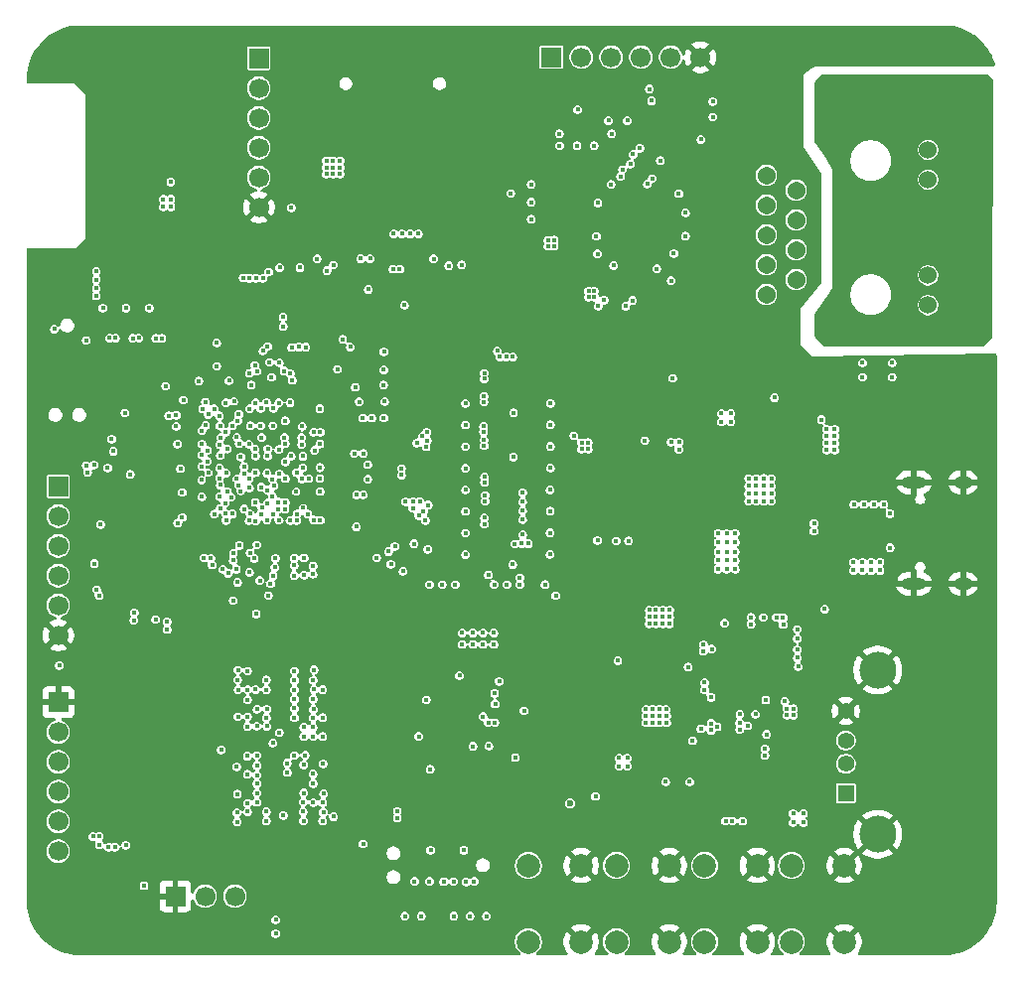
<source format=gbr>
%TF.GenerationSoftware,KiCad,Pcbnew,9.0.1*%
%TF.CreationDate,2026-02-07T17:07:50-05:00*%
%TF.ProjectId,Leonhart,4c656f6e-6861-4727-942e-6b696361645f,rev?*%
%TF.SameCoordinates,Original*%
%TF.FileFunction,Copper,L7,Inr*%
%TF.FilePolarity,Positive*%
%FSLAX46Y46*%
G04 Gerber Fmt 4.6, Leading zero omitted, Abs format (unit mm)*
G04 Created by KiCad (PCBNEW 9.0.1) date 2026-02-07 17:07:50*
%MOMM*%
%LPD*%
G01*
G04 APERTURE LIST*
%TA.AperFunction,HeatsinkPad*%
%ADD10O,2.100000X1.000000*%
%TD*%
%TA.AperFunction,HeatsinkPad*%
%ADD11O,1.600000X1.000000*%
%TD*%
%TA.AperFunction,ComponentPad*%
%ADD12R,1.400000X1.400000*%
%TD*%
%TA.AperFunction,ComponentPad*%
%ADD13C,1.400000*%
%TD*%
%TA.AperFunction,ComponentPad*%
%ADD14C,3.150000*%
%TD*%
%TA.AperFunction,ComponentPad*%
%ADD15C,1.540000*%
%TD*%
%TA.AperFunction,ComponentPad*%
%ADD16C,1.530000*%
%TD*%
%TA.AperFunction,ComponentPad*%
%ADD17C,2.445000*%
%TD*%
%TA.AperFunction,ComponentPad*%
%ADD18C,2.000000*%
%TD*%
%TA.AperFunction,ComponentPad*%
%ADD19R,1.700000X1.700000*%
%TD*%
%TA.AperFunction,ComponentPad*%
%ADD20C,1.700000*%
%TD*%
%TA.AperFunction,ViaPad*%
%ADD21C,0.450000*%
%TD*%
%TA.AperFunction,ViaPad*%
%ADD22C,0.400000*%
%TD*%
%TA.AperFunction,ViaPad*%
%ADD23C,0.440000*%
%TD*%
%TA.AperFunction,ViaPad*%
%ADD24C,0.600000*%
%TD*%
G04 APERTURE END LIST*
D10*
%TO.N,GND*%
%TO.C,J6001*%
X175046000Y-112341000D03*
D11*
X179226000Y-112341000D03*
D10*
X175046000Y-103701000D03*
D11*
X179226000Y-103701000D03*
%TD*%
D12*
%TO.N,/USB and MMC [6]/USB_A_VBUS*%
%TO.C,J6002*%
X169236000Y-130201000D03*
D13*
%TO.N,/USB and MMC [6]/USB_A_DN*%
X169236000Y-127701000D03*
%TO.N,/USB and MMC [6]/USB_A_DP*%
X169236000Y-125701000D03*
%TO.N,GND*%
X169236000Y-123201000D03*
D14*
X171946000Y-133701000D03*
X171946000Y-119701000D03*
%TD*%
D15*
%TO.N,unconnected-(U5001-VCC-Pad1)*%
%TO.C,U5001*%
X162461000Y-87681000D03*
%TO.N,/Ethernet [5]/ETH_MD0+*%
X165001000Y-86411000D03*
%TO.N,/Ethernet [5]/ETH_MD0-*%
X162461000Y-85141000D03*
%TO.N,/Ethernet [5]/ETH_MD1+*%
X165001000Y-83871000D03*
%TO.N,/Ethernet [5]/ETH_MD2+*%
X162461000Y-82601000D03*
%TO.N,/Ethernet [5]/ETH_MD2-*%
X165001000Y-81331000D03*
%TO.N,/Ethernet [5]/ETH_MD1-*%
X162461000Y-80061000D03*
%TO.N,/Ethernet [5]/ETH_MD3+*%
X165001000Y-78791000D03*
%TO.N,/Ethernet [5]/ETH_MD3-*%
X162461000Y-77521000D03*
%TO.N,GND*%
X165001000Y-76251000D03*
D16*
%TO.N,VDD_3V3*%
X176251000Y-75341000D03*
%TO.N,/Ethernet [5]/ETH_LED_GREEN_K*%
X176251000Y-77881000D03*
%TO.N,/Ethernet [5]/ETH_LED_YELLOW_K*%
X176251000Y-86051000D03*
%TO.N,VDD_3V3*%
X176251000Y-88591000D03*
D17*
%TO.N,CGND*%
X168301000Y-73916000D03*
X168301000Y-90016000D03*
%TD*%
D18*
%TO.N,GND*%
%TO.C,SW7001*%
X154181000Y-136376000D03*
X154181000Y-142876000D03*
%TO.N,PWR_BTN*%
X149681000Y-136376000D03*
X149681000Y-142876000D03*
%TD*%
%TO.N,GND*%
%TO.C,SW7003*%
X161701000Y-136376000D03*
X161701000Y-142876000D03*
%TO.N,USER_BTN*%
X157201000Y-136376000D03*
X157201000Y-142876000D03*
%TD*%
D19*
%TO.N,/Zigbee+Thread [2]/MGM_SPI0_MOSI*%
%TO.C,J2003*%
X119201000Y-67541000D03*
D20*
%TO.N,/Zigbee+Thread [2]/MGM_SPI0_MISO*%
X119201000Y-70081000D03*
%TO.N,/Zigbee+Thread [2]/MGM_SPI0_CLK*%
X119201000Y-72621000D03*
%TO.N,/Zigbee+Thread [2]/MGM_SPI0_CS*%
X119201000Y-75161000D03*
%TO.N,/Zigbee+Thread [2]/MGM_SPI0_IRQ*%
X119201000Y-77701000D03*
%TO.N,GND*%
X119201000Y-80241000D03*
%TD*%
D19*
%TO.N,/Host System [1]/SPI0_MOSI*%
%TO.C,J1004*%
X102101000Y-104041000D03*
D20*
%TO.N,/Host System [1]/SPI0_MISO*%
X102101000Y-106581000D03*
%TO.N,/Host System [1]/SPI0_CLK*%
X102101000Y-109121000D03*
%TO.N,/Host System [1]/SPI0_IRQ*%
X102101000Y-111661000D03*
%TO.N,/Host System [1]/SPI0_CS*%
X102101000Y-114201000D03*
%TO.N,GND*%
X102101000Y-116741000D03*
%TD*%
D18*
%TO.N,GND*%
%TO.C,SW7002*%
X169099402Y-136376000D03*
X169099402Y-142876000D03*
%TO.N,MCU_PORz*%
X164599402Y-136376000D03*
X164599402Y-142876000D03*
%TD*%
D19*
%TO.N,VDD_MGM*%
%TO.C,J2002*%
X144141000Y-67451000D03*
D20*
%TO.N,/Zigbee+Thread [2]/MGM_UART_TXD*%
X146681000Y-67451000D03*
%TO.N,/Zigbee+Thread [2]/MGM_UART_RXD*%
X149221000Y-67451000D03*
%TO.N,/Zigbee+Thread [2]/MGM_UART_RTSn*%
X151761000Y-67451000D03*
%TO.N,/Zigbee+Thread [2]/MGM_UART_CTSn*%
X154301000Y-67451000D03*
%TO.N,GND*%
X156841000Y-67451000D03*
%TD*%
D19*
%TO.N,GND*%
%TO.C,J1003*%
X112081000Y-138991000D03*
D20*
%TO.N,/Host System [1]/UART0_RXD_HEADER*%
X114621000Y-138991000D03*
%TO.N,/Host System [1]/UART0_TXD_HEADER*%
X117161000Y-138991000D03*
%TD*%
D18*
%TO.N,GND*%
%TO.C,SW7004*%
X146681000Y-136376000D03*
X146681000Y-142876000D03*
%TO.N,MGM_RESETn*%
X142181000Y-136376000D03*
X142181000Y-142876000D03*
%TD*%
D19*
%TO.N,GND*%
%TO.C,J1001*%
X102101000Y-122451000D03*
D20*
%TO.N,VDD_3V3*%
X102101000Y-124991000D03*
%TO.N,/Host System [1]/UART5_RXD*%
X102101000Y-127531000D03*
%TO.N,/Host System [1]/UART5_TXD*%
X102101000Y-130071000D03*
%TO.N,/Host System [1]/UART5_CTSn*%
X102101000Y-132611000D03*
%TO.N,/Host System [1]/UART5_RTSn*%
X102101000Y-135151000D03*
%TD*%
D21*
%TO.N,GND*%
X113750000Y-131580000D03*
%TO.N,/Host System [1]/SOC_TCK*%
X133841000Y-135061000D03*
X135791000Y-137731000D03*
D22*
%TO.N,/Host System [1]/SOC_TDO*%
X114317774Y-102332772D03*
D21*
X105583899Y-113350604D03*
%TO.N,/Host System [1]/SOC_TMS*%
X137561000Y-137721000D03*
%TO.N,/Host System [1]/SOC_EMU1*%
X136861000Y-137771000D03*
X108241000Y-103031000D03*
D22*
X114317772Y-103499226D03*
D21*
%TO.N,ETH_INTn*%
X131610000Y-88585000D03*
X118409800Y-97414016D03*
X157896000Y-71216000D03*
%TO.N,/Host System [1]/SOC_TRST#*%
X134971000Y-137751000D03*
%TO.N,/Host System [1]/SOC_TDI*%
X106311000Y-102452000D03*
X133741000Y-137711000D03*
X105174000Y-110621000D03*
%TO.N,VDDA_CORE_CSI*%
X138389200Y-96821600D03*
X138389200Y-96351800D03*
X121948845Y-101450932D03*
%TO.N,VDD_1V8*%
X161526000Y-123471000D03*
X141451000Y-111821000D03*
X128076000Y-98211000D03*
X137451000Y-126196000D03*
X147301000Y-87391000D03*
X138801000Y-126176000D03*
X154341000Y-100251000D03*
X115841000Y-103346000D03*
X121449686Y-98460500D03*
X154226000Y-115170446D03*
X149901000Y-127201000D03*
X139761000Y-93001000D03*
X153051000Y-114595446D03*
X147801000Y-87901000D03*
X137209000Y-140681000D03*
X104593157Y-102833157D03*
X155011000Y-100251000D03*
X153051000Y-115745446D03*
X147791000Y-87391000D03*
X154201000Y-115745446D03*
X152476000Y-115745446D03*
X135951000Y-112406000D03*
X116945501Y-98867314D03*
X139531000Y-92491000D03*
X120344281Y-104876887D03*
X140841000Y-93001000D03*
X138597000Y-140681000D03*
X135821000Y-140681000D03*
X133751000Y-112416000D03*
X153051000Y-115170446D03*
X152476000Y-115170446D03*
X105151000Y-102211000D03*
X127431000Y-95591000D03*
X119351827Y-98866829D03*
X134841000Y-112406000D03*
X127521000Y-107481000D03*
X150601000Y-127201000D03*
X155011000Y-100886000D03*
X153626000Y-115745446D03*
X139681000Y-120656000D03*
X104471000Y-102251000D03*
X140351000Y-112406000D03*
X140311000Y-93001000D03*
X154481000Y-94821000D03*
X122897200Y-98920616D03*
X150601000Y-127901000D03*
X154226000Y-114595446D03*
X157901000Y-72531000D03*
X122850919Y-100465271D03*
X141451000Y-112396000D03*
X115852205Y-102475795D03*
X131657000Y-140681000D03*
X149901000Y-127901000D03*
X136677000Y-135061000D03*
X153626000Y-114595446D03*
X102201000Y-119301000D03*
X141071000Y-127166000D03*
X140831000Y-110691000D03*
X153626000Y-115170446D03*
X133045000Y-140681000D03*
X133481000Y-122246000D03*
X139261000Y-112416000D03*
X147311000Y-87901000D03*
X152476000Y-114595446D03*
X162481000Y-125181000D03*
D22*
%TO.N,/Host System [1]/SOC_EMU0*%
X114825654Y-101898784D03*
D21*
X132471000Y-137711000D03*
X105377000Y-112841000D03*
%TO.N,VDDA_1V8_CSIRX*%
X138340600Y-99380800D03*
X138351000Y-98927200D03*
X122954149Y-101469147D03*
%TO.N,VDDR_CORE*%
X164226000Y-123551000D03*
X164226000Y-123001000D03*
X133151000Y-99771000D03*
X164776000Y-123551000D03*
X133461000Y-100671000D03*
X133551000Y-100141000D03*
X118881000Y-100871016D03*
X132321000Y-105331000D03*
X117951174Y-102358526D03*
X117521000Y-100376000D03*
X133511000Y-99411000D03*
X119954000Y-100853403D03*
X164776000Y-123001000D03*
X132331000Y-105911000D03*
X121449360Y-101957058D03*
X132911000Y-105315500D03*
X119901000Y-102906000D03*
X120356390Y-103426034D03*
X131711000Y-105341000D03*
%TO.N,VDD_CORE*%
X159801000Y-111101000D03*
X118901000Y-102869503D03*
X132831000Y-106541000D03*
X119441000Y-99869489D03*
X133221000Y-106171000D03*
X116526002Y-104483707D03*
X158351000Y-109601000D03*
X121456117Y-100405691D03*
X158351000Y-108801000D03*
X159431000Y-97831000D03*
X158351000Y-110351000D03*
X107881000Y-88831000D03*
X119401000Y-104100000D03*
X133391000Y-106941000D03*
X159801000Y-108801000D03*
X158351000Y-111101000D03*
X159076000Y-111101000D03*
X159801000Y-110351000D03*
X117657990Y-101533103D03*
X120945500Y-102964686D03*
X159801000Y-109601000D03*
X159076000Y-108801000D03*
X141013600Y-108935800D03*
X119950000Y-101454000D03*
X121383486Y-99869164D03*
X158641000Y-98541000D03*
X159076000Y-110351000D03*
X158901000Y-115701000D03*
X158351000Y-108041000D03*
X158641000Y-97831000D03*
X140901000Y-101526000D03*
X133641000Y-105631000D03*
X159076000Y-109601000D03*
X141694000Y-108158200D03*
X118360988Y-100433418D03*
D22*
X122386841Y-104491234D03*
D21*
X141596800Y-108919600D03*
X142180000Y-108919600D03*
X159076000Y-108041000D03*
X159431000Y-98531000D03*
X117945500Y-102924786D03*
X159801000Y-108041000D03*
X140911000Y-97761000D03*
%TO.N,VDDA_PLL0*%
X121447162Y-103377121D03*
X138421600Y-106716400D03*
X138421600Y-107267200D03*
%TO.N,VSYS_5V*%
X171626000Y-105576000D03*
X157201000Y-121401000D03*
X159565000Y-132576000D03*
X171401000Y-111201000D03*
X161151000Y-115801000D03*
X172476000Y-105576000D03*
X167591625Y-99751000D03*
X132681000Y-100341000D03*
X168291625Y-100351000D03*
X168291625Y-99751000D03*
X168291625Y-100951000D03*
X157101000Y-117526000D03*
X168291625Y-99151000D03*
X170651000Y-110501000D03*
X172151000Y-110501000D03*
X171401000Y-110501000D03*
X172151000Y-111201000D03*
X157201000Y-120776000D03*
X167591625Y-99151000D03*
X169901000Y-111201000D03*
X146047000Y-99720000D03*
X157081000Y-118101000D03*
X161151000Y-115201000D03*
X165176000Y-119401000D03*
X170651000Y-111201000D03*
X170776000Y-105576000D03*
X156171000Y-125731000D03*
X169901000Y-110501000D03*
X158990000Y-132576000D03*
X169926000Y-105576000D03*
X167591625Y-100351000D03*
X167591625Y-100951000D03*
%TO.N,VDD_3V3*%
X160941625Y-104651000D03*
X126121000Y-76841000D03*
X162891625Y-104001000D03*
X122950171Y-102465172D03*
X125531000Y-76841000D03*
D23*
X126354000Y-91502000D03*
D21*
X107861000Y-134631000D03*
X161591625Y-103351000D03*
X121971000Y-80281000D03*
X148061000Y-84201000D03*
X117851000Y-86261000D03*
X162891625Y-105301000D03*
X125531000Y-76271000D03*
X156881000Y-74461000D03*
X120031000Y-85751000D03*
X160941625Y-104001000D03*
X161591625Y-104651000D03*
D22*
X117461000Y-103960500D03*
D21*
X147271000Y-100311000D03*
X161591625Y-105301000D03*
X162891625Y-103351000D03*
X118391000Y-86281000D03*
X125001000Y-85646000D03*
X124951000Y-76841000D03*
X160206000Y-123471000D03*
X126121000Y-77411000D03*
X160941625Y-105301000D03*
X147271000Y-100861000D03*
X151061000Y-88191000D03*
X124951000Y-77411000D03*
X141801000Y-123176000D03*
X105601000Y-133891000D03*
X162201000Y-115201000D03*
X126121000Y-76271000D03*
X167431000Y-114501000D03*
X163166625Y-96476000D03*
X118481000Y-98874264D03*
X146711000Y-100861000D03*
X105611000Y-134611000D03*
X162241625Y-105301000D03*
X146711000Y-100311000D03*
X105061000Y-133891000D03*
X119541000Y-86291000D03*
X118961000Y-86281000D03*
X160941625Y-103351000D03*
X122001000Y-92201000D03*
X115898800Y-101415416D03*
X148621000Y-88151000D03*
X162241625Y-104001000D03*
X161591625Y-104001000D03*
X162241625Y-104651000D03*
X115601000Y-91801000D03*
X139301000Y-121676000D03*
X162241625Y-103351000D03*
X107781000Y-97781000D03*
X162891625Y-104651000D03*
X124951000Y-76271000D03*
X125531000Y-77411000D03*
%TO.N,VDDA_1V8*%
X109861000Y-88831000D03*
X141677800Y-106876000D03*
X160191000Y-124221000D03*
X160851000Y-124461000D03*
X138781000Y-111592000D03*
X115861140Y-100464252D03*
X141677800Y-105344000D03*
X141677800Y-104578000D03*
X120483377Y-103976656D03*
X105901000Y-88831000D03*
X160191000Y-124791000D03*
D22*
X116847548Y-104958198D03*
D21*
X141677800Y-106110000D03*
%TO.N,VDD_1V2*%
X120954492Y-125040984D03*
X108571000Y-114821000D03*
X153351000Y-124201000D03*
X124634492Y-125376000D03*
X152776000Y-123626000D03*
X110401000Y-115396000D03*
X124634492Y-123776000D03*
X124721000Y-130256000D03*
X152201000Y-123626000D03*
X153926000Y-123051000D03*
X123813216Y-128559708D03*
X117331000Y-131866000D03*
X153351000Y-123626000D03*
X153351000Y-123051000D03*
X122971000Y-131766000D03*
X152201000Y-124201000D03*
X118390471Y-104165471D03*
X117362746Y-132647746D03*
X121277000Y-132093000D03*
X153951000Y-124201000D03*
X118231000Y-128600700D03*
X123834492Y-125376000D03*
X108541000Y-115456000D03*
X117416717Y-123670283D03*
X117371000Y-130286000D03*
X124634492Y-132576000D03*
X124653911Y-131000700D03*
X152201000Y-123051000D03*
X111371000Y-116246000D03*
X119046087Y-127847799D03*
X117414892Y-119690575D03*
X117311000Y-127946000D03*
X124634492Y-121376000D03*
X152776000Y-123051000D03*
X119941000Y-104376000D03*
X124681000Y-127686000D03*
X153951000Y-123626000D03*
X152776000Y-124201000D03*
X111371000Y-115586000D03*
X116001000Y-126501000D03*
X118980300Y-114911000D03*
%TO.N,ETH_RSTn*%
X144051000Y-96951000D03*
X118551000Y-95401000D03*
X150601000Y-72851000D03*
%TO.N,/Host System [1]/UART0_RXD*%
X106391000Y-134801000D03*
X114347850Y-101362853D03*
%TO.N,VDDA_1V8_OLDI*%
X138486400Y-105301000D03*
X138486400Y-104821000D03*
X122871000Y-103401016D03*
%TO.N,SD_PWR_EN*%
X122701000Y-85376000D03*
X116651000Y-95026000D03*
%TO.N,ETH_MDIO*%
X152317750Y-78251000D03*
X124394000Y-97418000D03*
X127001000Y-92151000D03*
D22*
%TO.N,/Host System [1]/MCU_RESETZ*%
X114904401Y-102880282D03*
D21*
%TO.N,VDDA_1V8_USB*%
X138437800Y-103705800D03*
X123427574Y-103379190D03*
X138437800Y-103236000D03*
%TO.N,/Host System [1]/MCU_RESETSTATz*%
X112516000Y-102534000D03*
X105701000Y-107286000D03*
%TO.N,/Host System [1]/RESET_REQZ*%
X115840013Y-98034095D03*
%TO.N,/Host System [1]/BOOTMODE11*%
X120441000Y-97376000D03*
X136821000Y-104329776D03*
X149661000Y-108691000D03*
%TO.N,EXTINTn*%
X114350751Y-100431035D03*
X165101000Y-117951000D03*
X119951000Y-92101000D03*
%TO.N,RESETSTATz*%
X120976000Y-85376000D03*
X155801000Y-119451000D03*
X149001000Y-72851000D03*
X132826000Y-125351000D03*
X115396600Y-97414016D03*
%TO.N,/Host System [1]/BOOTMODE8*%
X136816000Y-109851000D03*
X120101000Y-93447172D03*
%TO.N,VDDA_1V8_MCU*%
X118354502Y-103415958D03*
X106471000Y-91391000D03*
X106981000Y-91391000D03*
%TO.N,/Host System [1]/BOOTMODE6*%
X119361000Y-97376000D03*
X144026000Y-107998347D03*
%TO.N,VDDA_CORE_USB*%
X122411000Y-102866000D03*
X138405400Y-100102000D03*
X138405400Y-100571800D03*
%TO.N,/Host System [1]/BOOTMODE2*%
X119030545Y-94228276D03*
X144051000Y-100633449D03*
%TO.N,/Host System [1]/BOOTMODE14*%
X136821000Y-98808551D03*
X121868164Y-94407866D03*
%TO.N,I2C0_SDA*%
X123201000Y-92161000D03*
X121261000Y-89601000D03*
X165101000Y-116226000D03*
%TO.N,MCU_PORz*%
X162411000Y-122256000D03*
%TO.N,/Host System [1]/BOOTMODE12*%
X121861000Y-96896000D03*
X136821000Y-102489367D03*
%TO.N,PMIC_LPM_EN0*%
X157801000Y-117901000D03*
X114338629Y-104920646D03*
X147901000Y-130471000D03*
%TO.N,VDD_CANUART*%
X108961000Y-91391000D03*
X115860912Y-104920516D03*
X108451000Y-91401000D03*
%TO.N,/Host System [1]/BOOTMODE5*%
X144036000Y-106157122D03*
X119851827Y-96866829D03*
%TO.N,ETH_MDC*%
X125901000Y-94051000D03*
X152728616Y-77778616D03*
%TO.N,/Host System [1]/BOOTMODE9*%
X120280500Y-94733660D03*
X136821000Y-108010592D03*
%TO.N,PORz_OUT*%
X146376000Y-71901000D03*
X114894400Y-97916216D03*
X149801000Y-118901000D03*
X133801000Y-128176000D03*
%TO.N,/Host System [1]/BOOTMODE15*%
X122051000Y-95001000D03*
X136811000Y-96968143D03*
%TO.N,GND*%
X119432534Y-100464524D03*
X119092170Y-122199984D03*
X138971000Y-98381000D03*
X126361000Y-92161000D03*
X130651000Y-77971000D03*
X126791000Y-135961000D03*
X139521000Y-111711000D03*
X123891000Y-92161000D03*
X135932814Y-83844186D03*
X105401000Y-139901000D03*
X151711000Y-82911000D03*
X111371000Y-125301000D03*
X155381000Y-121481000D03*
D24*
X135501000Y-130901000D03*
D21*
X175901000Y-108051000D03*
X105641000Y-111731000D03*
X156001000Y-122526000D03*
X120401000Y-143471000D03*
X122051000Y-79481000D03*
X118234492Y-132576000D03*
X123399400Y-98434616D03*
X140641000Y-91531000D03*
X113561000Y-82351000D03*
X139791000Y-126186000D03*
X130401000Y-143471000D03*
X130401000Y-97601000D03*
X164991625Y-99861000D03*
X159876000Y-120326000D03*
X138181000Y-126426000D03*
X125401000Y-95066000D03*
X180901000Y-104201000D03*
X104651000Y-134611000D03*
X106023843Y-86303843D03*
X108201000Y-136901000D03*
X130401000Y-96301000D03*
X113541000Y-88501000D03*
X175901000Y-109051000D03*
X176901000Y-143471000D03*
X155901000Y-100501000D03*
X151726000Y-125851000D03*
X180901000Y-98201000D03*
X140676000Y-80526000D03*
X109401000Y-80951000D03*
X117347852Y-100969147D03*
X139511000Y-118726000D03*
X124901000Y-86491000D03*
X106021000Y-87161000D03*
X157270000Y-131101000D03*
X106001000Y-85361000D03*
X171651000Y-113776000D03*
X143101000Y-79801000D03*
X116931000Y-102376000D03*
X116604492Y-119689984D03*
X179401000Y-96201000D03*
X144071000Y-113901000D03*
X106721000Y-92051000D03*
X110401000Y-78701000D03*
X113161000Y-125301000D03*
X131801000Y-77311000D03*
X176401000Y-96201000D03*
X111401000Y-72451000D03*
X139301000Y-95091000D03*
X138311828Y-123114605D03*
X151726000Y-112970446D03*
X116950500Y-113156000D03*
X163931000Y-124521000D03*
X112271000Y-125311000D03*
X162326000Y-117926000D03*
X129001000Y-133601000D03*
X135401000Y-143471000D03*
X161601000Y-76101000D03*
X140221000Y-117981000D03*
X109401000Y-83951000D03*
X118854000Y-112609000D03*
X110150000Y-137500000D03*
X162326000Y-120326000D03*
X164991625Y-100411000D03*
X105601000Y-114611000D03*
D24*
X143401000Y-138201000D03*
D21*
X173521000Y-111981000D03*
X160821000Y-99801000D03*
X171731000Y-112881000D03*
X170351000Y-113776000D03*
D24*
X153401000Y-138201000D03*
D21*
X162881000Y-123601000D03*
X110401000Y-65201000D03*
X115342085Y-99857082D03*
X138831000Y-106071000D03*
X161601000Y-71051000D03*
X117434492Y-122976000D03*
X116441000Y-98491000D03*
D22*
X117443783Y-105208049D03*
D21*
X108301000Y-141101000D03*
X143601000Y-84451000D03*
X139971000Y-91801000D03*
X124672091Y-129427243D03*
X106901000Y-107001000D03*
X126101000Y-83846000D03*
X148901000Y-108701000D03*
X106451000Y-110401000D03*
X153601000Y-88201000D03*
X156301000Y-109501000D03*
X152151000Y-91121000D03*
X142301000Y-127161000D03*
X110401000Y-80951000D03*
X108151000Y-105781000D03*
X114888000Y-104947000D03*
X118441000Y-104876000D03*
X111051000Y-98481000D03*
X134427000Y-140701000D03*
X175901000Y-107051000D03*
X135523461Y-101381000D03*
X155071000Y-104056000D03*
X143510000Y-86695000D03*
X101501000Y-96701000D03*
X156001000Y-116526000D03*
X163631000Y-100101000D03*
X100901000Y-83951000D03*
X133321000Y-108284500D03*
X106401000Y-83951000D03*
X152726000Y-113570446D03*
X136301000Y-125176000D03*
X166126000Y-120195446D03*
X126281000Y-101091000D03*
X155401000Y-120971000D03*
X138876000Y-101036000D03*
X150190076Y-75976600D03*
X163316000Y-114250446D03*
X108691000Y-92041000D03*
X161821000Y-100401000D03*
X141821000Y-122266000D03*
X121311000Y-135991000D03*
X123453536Y-100368271D03*
X135171000Y-99051000D03*
X130651000Y-77311000D03*
X106021000Y-88041000D03*
X171121000Y-112881000D03*
X123281000Y-85791000D03*
X99901000Y-69451000D03*
X161401000Y-65201000D03*
X130751000Y-110076000D03*
X127861000Y-135901000D03*
X118995000Y-120540000D03*
X103901000Y-69451000D03*
X157841000Y-74461000D03*
X119910318Y-102340590D03*
X161101000Y-120326000D03*
X144191000Y-111941000D03*
X123834492Y-131776000D03*
X128301000Y-107491000D03*
X119415746Y-104966239D03*
X113541000Y-71051000D03*
X130151000Y-108301000D03*
X152726000Y-125251000D03*
X161101000Y-119151000D03*
X151711000Y-81711500D03*
X172341000Y-112881000D03*
X128331000Y-96821000D03*
X164131000Y-100401000D03*
X100901000Y-138201000D03*
X110431000Y-118081000D03*
X135371000Y-99741000D03*
X118771000Y-88751000D03*
X132601000Y-126101000D03*
X109401000Y-72451000D03*
X111901000Y-78701000D03*
X149891000Y-88191000D03*
X125371000Y-135951000D03*
X107401000Y-72451000D03*
X114861000Y-87081000D03*
X108511000Y-106161000D03*
X150376000Y-101946000D03*
D22*
X116969298Y-97291500D03*
D21*
X116181000Y-91291000D03*
X106451000Y-109301000D03*
X138961000Y-97101000D03*
X122726373Y-105001261D03*
X156301000Y-110501000D03*
X108401000Y-72451000D03*
X164991625Y-100961000D03*
X180901000Y-110201000D03*
X111451000Y-111401000D03*
X109151000Y-67951000D03*
X107401000Y-139001000D03*
X136701000Y-79611000D03*
X117381000Y-127066000D03*
X107301166Y-104621166D03*
D24*
X168401000Y-138201000D03*
D21*
X121881000Y-106396000D03*
X111189000Y-107432200D03*
X151726000Y-125251000D03*
X140231000Y-116901000D03*
X123450173Y-99866829D03*
X158576000Y-78101000D03*
X135221000Y-106841000D03*
X163911000Y-125131000D03*
X161015000Y-130176000D03*
X125401000Y-65201000D03*
X152226000Y-125551000D03*
X120901000Y-131571000D03*
X123092000Y-122978000D03*
X115401000Y-65201000D03*
X123834491Y-130262035D03*
X174651000Y-97951000D03*
X160111000Y-126018600D03*
X119436070Y-103415421D03*
X124634492Y-128576000D03*
X111401000Y-117451000D03*
X155071000Y-102946000D03*
X123054492Y-121380984D03*
X110341000Y-92001000D03*
X153901000Y-130001000D03*
X140301000Y-124146000D03*
X114501000Y-133501000D03*
X143101000Y-78301000D03*
X156501000Y-122526000D03*
X141181000Y-91531000D03*
X161680000Y-130181000D03*
X146311000Y-74071000D03*
X120254000Y-113931000D03*
X126269000Y-104460000D03*
X173241000Y-112751000D03*
X138409000Y-93332000D03*
X116771000Y-133781000D03*
X139776000Y-98426000D03*
X126281000Y-107486000D03*
X124634492Y-126976000D03*
X136031000Y-121341000D03*
X107701000Y-107001000D03*
X105401000Y-143471000D03*
X128081000Y-95421000D03*
X144101000Y-84966000D03*
X116886409Y-101501387D03*
X155626000Y-126820446D03*
X105541000Y-127310000D03*
X156001000Y-116026000D03*
X107901000Y-67951000D03*
X105603000Y-115728000D03*
X143551000Y-88791000D03*
X101901000Y-69451000D03*
X118261000Y-110256000D03*
X146701000Y-99301000D03*
X140241000Y-121676000D03*
X101421000Y-119291000D03*
X163131000Y-99801000D03*
X125001000Y-83846000D03*
X105541000Y-125201000D03*
X123051500Y-110836000D03*
X123865771Y-104520418D03*
X162326000Y-119151000D03*
X107401000Y-80951000D03*
X124059800Y-112026510D03*
X120955984Y-102328677D03*
X169951000Y-112881000D03*
X124141000Y-96881000D03*
D23*
X145151000Y-84961000D03*
D21*
X139541000Y-76631000D03*
X176401000Y-65201000D03*
X105401000Y-65201000D03*
X132911000Y-77581000D03*
X108501000Y-107001000D03*
X120891000Y-98326000D03*
X150511000Y-81701000D03*
X159461000Y-124531000D03*
X131927000Y-134801000D03*
X130911000Y-86861000D03*
X161321000Y-100101000D03*
D24*
X157901000Y-138201000D03*
D21*
X125401000Y-143471000D03*
X104901000Y-74201000D03*
X104901000Y-72951000D03*
X117621000Y-84501000D03*
X156901000Y-109501000D03*
X134627000Y-134601000D03*
X151716000Y-98572000D03*
X114891000Y-104386000D03*
X180901000Y-132201000D03*
X159876000Y-119151000D03*
X118901000Y-98376000D03*
X100901000Y-69451000D03*
X115976000Y-111736000D03*
X124634492Y-122176000D03*
X151711000Y-80501000D03*
D24*
X140381000Y-130921000D03*
D21*
X153541000Y-78281000D03*
X131801000Y-77971000D03*
X147471000Y-86681000D03*
X163131000Y-100401000D03*
X118234492Y-127776000D03*
X99901000Y-83951000D03*
X166401000Y-65201000D03*
X175901000Y-106051000D03*
X139776000Y-101311000D03*
X132601000Y-128301000D03*
X104901000Y-79201000D03*
X110371000Y-126001000D03*
X156001000Y-123026000D03*
X139691000Y-97691000D03*
X135231000Y-105331000D03*
X149271000Y-88191000D03*
X135231000Y-106031000D03*
X111881000Y-107591000D03*
X161821000Y-99801000D03*
X121376000Y-126526000D03*
X116221000Y-85651000D03*
X126082734Y-89634834D03*
X156901000Y-110501000D03*
X123791000Y-84021000D03*
X120441000Y-99851016D03*
X162201000Y-114241000D03*
X144141000Y-75201000D03*
X130241000Y-105331000D03*
X135641000Y-118011000D03*
X138291000Y-122176000D03*
X116071000Y-93311000D03*
X164131000Y-99801000D03*
X101501000Y-94101000D03*
X147901000Y-131201000D03*
X109626000Y-100001000D03*
X137651000Y-83311000D03*
X171001000Y-113776000D03*
X180901000Y-115701000D03*
X104901000Y-75451000D03*
X159430000Y-130185000D03*
X117961000Y-98451016D03*
X104901000Y-80451000D03*
X118371656Y-101916000D03*
X135401000Y-65201000D03*
X152931000Y-80501000D03*
X114761000Y-111156000D03*
X152226000Y-113270446D03*
X106701000Y-104861000D03*
X136781000Y-77651000D03*
X158010000Y-131881000D03*
X108541000Y-118176000D03*
X171901000Y-143471000D03*
X149201000Y-118401000D03*
X151651000Y-70071000D03*
X175901000Y-110051000D03*
X159291000Y-123311000D03*
X110450000Y-131600000D03*
X117901000Y-135001000D03*
X120260000Y-130070000D03*
X134841000Y-83846000D03*
X109301000Y-107001000D03*
X118221000Y-129411100D03*
X123371000Y-135981000D03*
X170681000Y-108431000D03*
X123834492Y-132576000D03*
X110401000Y-72451000D03*
X137361000Y-114971000D03*
X139116000Y-106618400D03*
X154976000Y-78126000D03*
X155901000Y-130001000D03*
X128301000Y-84061000D03*
X104901000Y-77951000D03*
X110401000Y-143471000D03*
X172871000Y-104661000D03*
X149491000Y-77791000D03*
X121131000Y-130073000D03*
X180901000Y-126701000D03*
X127571000Y-87031000D03*
X130751000Y-94951000D03*
X117434492Y-130976000D03*
X171401000Y-65201000D03*
D24*
X150901000Y-138201000D03*
X165401000Y-138201000D03*
D21*
X113401000Y-95066000D03*
X162376000Y-123351789D03*
X152401000Y-99571000D03*
X138759883Y-120676420D03*
X121436000Y-103991016D03*
X108911000Y-103031000D03*
X129151000Y-86471000D03*
X149801000Y-75001000D03*
X123901000Y-102911016D03*
X127201000Y-83846000D03*
X124301000Y-87201000D03*
X121861000Y-93811000D03*
X119341000Y-83881000D03*
X124634492Y-124576000D03*
X146401000Y-71241000D03*
X115416423Y-101901593D03*
X160821000Y-100401000D03*
X147791000Y-74071000D03*
X133271000Y-108911000D03*
X134063056Y-85188427D03*
X152931000Y-81711500D03*
X150881000Y-75091000D03*
X140401000Y-143471000D03*
X120751000Y-126926000D03*
X112100000Y-131590000D03*
X165631000Y-121621000D03*
X149811000Y-72921000D03*
X170681000Y-106521000D03*
X118440584Y-99876416D03*
X156501000Y-123026000D03*
X152221000Y-88201000D03*
X107990000Y-129410000D03*
X147401000Y-99301000D03*
X140401000Y-65201000D03*
X145601000Y-84501000D03*
X165021000Y-121911000D03*
X122391000Y-98406000D03*
X140021000Y-95091000D03*
X124751600Y-120541000D03*
X160340000Y-130181000D03*
X156601000Y-110001000D03*
X160851000Y-126021000D03*
X132301000Y-130301000D03*
X161510000Y-133611000D03*
X129431000Y-77591000D03*
X152931000Y-82911000D03*
X154601000Y-85126000D03*
X150871000Y-131661000D03*
X121841255Y-102480830D03*
X126361000Y-105186000D03*
X161101000Y-117926000D03*
D24*
X145901000Y-138201000D03*
D21*
X129381000Y-83846000D03*
X131942653Y-110842653D03*
X141551000Y-74681000D03*
X151726000Y-113570446D03*
X119411000Y-97956000D03*
X160830000Y-133611000D03*
X120566000Y-114816000D03*
X165076000Y-115170446D03*
X117434492Y-129376000D03*
X163681625Y-98661000D03*
X157270000Y-131891000D03*
X134891000Y-79541000D03*
X120441000Y-100431016D03*
X156501000Y-116526000D03*
X106401000Y-80951000D03*
X121947274Y-98942274D03*
X152726000Y-125851000D03*
X109472000Y-128559000D03*
X122401000Y-100911016D03*
X107761000Y-97081000D03*
X146701000Y-97001000D03*
X115401000Y-143471000D03*
X132681000Y-101461000D03*
X152726000Y-112970446D03*
X152376000Y-102596000D03*
X150511000Y-80490500D03*
X120737000Y-130764000D03*
D24*
X160901000Y-138201000D03*
D21*
X158010000Y-131101000D03*
X104901000Y-76701000D03*
X156501000Y-116026000D03*
X120401000Y-65201000D03*
X118223405Y-130276697D03*
X110200000Y-138450000D03*
X120566000Y-115596000D03*
X159571000Y-123781000D03*
X154401000Y-99451000D03*
X170551000Y-112881000D03*
X180901000Y-137701000D03*
X105541000Y-122201000D03*
X173531000Y-103861000D03*
X159876000Y-117926000D03*
X105601000Y-101047000D03*
X123417395Y-109145702D03*
X150511000Y-82911000D03*
X126261000Y-102026000D03*
X122061000Y-97456000D03*
X180901000Y-121201000D03*
X130401000Y-65201000D03*
%TO.N,/Host System [1]/BOOTMODE7*%
X120904600Y-96911816D03*
X144026000Y-109839571D03*
%TO.N,SD_VOLT_SEL*%
X165101000Y-118651000D03*
X119558221Y-92486000D03*
X114341000Y-99281000D03*
%TO.N,/Host System [1]/BOOTMODE10*%
X136816000Y-106170184D03*
X120951000Y-93501000D03*
D22*
%TO.N,/Host System [1]/UART0_TXD*%
X114851829Y-100965172D03*
D21*
X106941003Y-134801000D03*
%TO.N,/Host System [1]/BOOTMODE3*%
X118401000Y-94401000D03*
X144051000Y-102474673D03*
%TO.N,VDDA_PLL2*%
X118917163Y-101447163D03*
X110411000Y-91421000D03*
X110931000Y-91421000D03*
%TO.N,VDDSHV5_SDIO*%
X128531000Y-87241000D03*
X115949745Y-99866875D03*
%TO.N,/Host System [1]/BOOTMODE13*%
X150721000Y-108691000D03*
X121351000Y-94201000D03*
X136821000Y-100648959D03*
%TO.N,VDDA_PLL1*%
X120905984Y-100916000D03*
X138411000Y-94861000D03*
X138411000Y-94401000D03*
%TO.N,EMMC_RSTn*%
X118912000Y-96911816D03*
X144051000Y-98792224D03*
%TO.N,/Host System [1]/MCU_OSC0_XI*%
X112281000Y-107171000D03*
%TO.N,DDR_VPP*%
X117396000Y-120537000D03*
X125571000Y-132201000D03*
X124697746Y-131839254D03*
%TO.N,DDR_VREFCA*%
X128081000Y-134521000D03*
%TO.N,VDD1V0_ETH*%
X143851000Y-83051000D03*
X144381000Y-83051000D03*
X144381000Y-83561000D03*
X155571000Y-82711000D03*
X148101000Y-79865314D03*
X143851000Y-83561000D03*
X153121000Y-85471000D03*
X155561000Y-80708000D03*
%TO.N,VDD3V3_ETH*%
X155001000Y-79076000D03*
X154571000Y-84166000D03*
X152676000Y-71151000D03*
%TO.N,VDD1V8_ETH*%
X149281000Y-73971000D03*
X154341000Y-86491000D03*
X144811000Y-73971000D03*
X147973000Y-82713000D03*
X140676000Y-79051000D03*
%TO.N,I2C0_SCL*%
X121271000Y-90416000D03*
X122601000Y-92151000D03*
X165101000Y-117026000D03*
%TO.N,PWR_BTN*%
X156901000Y-124711000D03*
X157751000Y-122011000D03*
%TO.N,VDD_SD*%
X131211000Y-85511000D03*
X130641000Y-85511000D03*
X163301000Y-115211000D03*
X163891000Y-115221000D03*
X163901000Y-115821000D03*
%TO.N,VDD_2V5*%
X131001000Y-132301000D03*
X131001000Y-131751000D03*
X157751000Y-124251000D03*
X157751000Y-124831000D03*
X158261000Y-124541000D03*
%TO.N,/Host System [1]/UART0_RXD_HEADER*%
X109411000Y-138091000D03*
%TO.N,VDD_3V3_SD*%
X130701000Y-82501000D03*
X131401000Y-82501000D03*
X132101000Y-82501000D03*
X132801000Y-82501000D03*
%TO.N,/Host System [1]/MCU_OSC0_XO*%
X112661000Y-106691000D03*
%TO.N,/Host System [1]/BOOTMODE4*%
X118851000Y-93701000D03*
X144032720Y-104334178D03*
D24*
%TO.N,USER_BTN*%
X145721000Y-131071000D03*
D21*
%TO.N,CGND*%
X169651000Y-85951000D03*
X173401000Y-89201000D03*
X181401000Y-85451000D03*
X169401000Y-69451000D03*
X179401000Y-87451000D03*
X167401000Y-69451000D03*
X172401000Y-85451000D03*
X181401000Y-69451000D03*
X168901000Y-79451000D03*
X180401000Y-91451000D03*
X169401000Y-71451000D03*
X171401000Y-69451000D03*
X170151000Y-72201000D03*
X173401000Y-69451000D03*
X168401000Y-71451000D03*
X181401000Y-79451000D03*
X177401000Y-69451000D03*
X172401000Y-78701000D03*
X173151000Y-74451000D03*
X170651000Y-72951000D03*
X170401000Y-91451000D03*
X173651000Y-76951000D03*
X181401000Y-73451000D03*
X179401000Y-71451000D03*
X169151000Y-88451000D03*
X168901000Y-87451000D03*
X179401000Y-89451000D03*
X181401000Y-77451000D03*
X169651000Y-78201000D03*
X168901000Y-85451000D03*
X170401000Y-90451000D03*
X179401000Y-73451000D03*
X170651000Y-73951000D03*
X168901000Y-83451000D03*
X173151000Y-86201000D03*
X172401000Y-90451000D03*
X170901000Y-78701000D03*
X168901000Y-77451000D03*
X181401000Y-71451000D03*
X173151000Y-77951000D03*
X171901000Y-73951000D03*
X168901000Y-75951000D03*
X172401000Y-91451000D03*
X170901000Y-85451000D03*
X167401000Y-71451000D03*
X181401000Y-87451000D03*
X181401000Y-89451000D03*
X167901000Y-88201000D03*
X173651000Y-75451000D03*
X181401000Y-75451000D03*
X168901000Y-81451000D03*
X173651000Y-87451000D03*
X181401000Y-81451000D03*
X179401000Y-69451000D03*
X175401000Y-69451000D03*
X181401000Y-83451000D03*
%TO.N,/Host System [1]/SoC_CLKIN*%
X152101000Y-100131000D03*
%TO.N,VDD_MGM*%
X111051000Y-80201000D03*
X111701000Y-80201000D03*
X101771000Y-90631000D03*
X111051000Y-79551000D03*
X111701000Y-79551000D03*
%TO.N,MGM_RESETn*%
X104481000Y-91601000D03*
%TO.N,/Power Circuitry [3]/CAP_VDDS0*%
X116514591Y-100851431D03*
D22*
%TO.N,/Power Circuitry [3]/CAP_VDDS1*%
X117323442Y-99838440D03*
D21*
%TO.N,/Power Circuitry [3]/CAP_VDDS2*%
X122845981Y-99866153D03*
%TO.N,/Power Circuitry [3]/CAP_VDDS3*%
X120393999Y-98869448D03*
%TO.N,/Power Circuitry [3]/CAP_VDDS4*%
X121447586Y-105407046D03*
%TO.N,/Power Circuitry [3]/CAP_VDDS5*%
X116377652Y-99429348D03*
%TO.N,/Power Circuitry [3]/CAP_VDDS6*%
X117401000Y-98436000D03*
%TO.N,/Power Circuitry [3]/CAP_VDDS_MCU*%
X116411000Y-102911016D03*
%TO.N,/Power Circuitry [3]/CAP_VDDS_CANUART*%
X115898724Y-103923234D03*
%TO.N,/Ethernet [5]/ETH_PHYRSTB*%
X153426000Y-76276000D03*
%TO.N,/USB and MMC [6]/EMMC_VDDI*%
X136301000Y-120166000D03*
%TO.N,/USB and MMC [6]/USB_A_VBUS*%
X165630000Y-131930000D03*
X165630000Y-132700000D03*
X164740000Y-131920000D03*
X164740000Y-132700000D03*
%TO.N,/USB and MMC [6]/EMMC_RST_N*%
X138301000Y-123656000D03*
%TO.N,/USB and MMC [6]/SD_D2*%
X136491000Y-85151000D03*
X114401000Y-97431000D03*
%TO.N,/USB and MMC [6]/SD_D3*%
X135391000Y-85221000D03*
X114641000Y-96851000D03*
%TO.N,/USB and MMC [6]/SD_CMD*%
X134091000Y-84631000D03*
X112161000Y-97961000D03*
%TO.N,/USB and MMC [6]/SD_CLK*%
X128691000Y-84621000D03*
X111251000Y-95491000D03*
%TO.N,/USB and MMC [6]/SD_D0*%
X127881000Y-84621000D03*
X111521000Y-98031000D03*
%TO.N,/USB and MMC [6]/SD_D1*%
X112161000Y-98911000D03*
X125551000Y-85151000D03*
%TO.N,/USB and MMC [6]/SD_CD*%
X114663983Y-98835820D03*
X124171000Y-84631000D03*
%TO.N,/USB and MMC [6]/USB_C_CC1*%
X173001000Y-109271000D03*
%TO.N,/USB and MMC [6]/USB_C_CC2*%
X172991000Y-106351000D03*
%TO.N,/USB and MMC [6]/USB0_DN*%
X131359000Y-103079500D03*
X166529000Y-107851100D03*
%TO.N,/USB and MMC [6]/USB0_DP*%
X166529000Y-107190900D03*
X131359000Y-102502500D03*
%TO.N,/USB and MMC [6]/USB1_DP*%
X162334000Y-126412500D03*
X127532500Y-104752000D03*
%TO.N,/USB and MMC [6]/USB1_DN*%
X128109500Y-104752000D03*
X162334000Y-126989500D03*
%TO.N,/Ethernet [5]/ETH_INTB*%
X149451000Y-85201000D03*
X152491000Y-70151000D03*
%TO.N,/Power Circuitry [3]/VDDA_SYS_MON*%
X117001000Y-113776000D03*
D22*
X117305578Y-103391000D03*
%TO.N,/Power Circuitry [3]/VDD_SoC_VPP*%
X117664377Y-104438693D03*
D21*
X112661000Y-104551000D03*
%TO.N,/Power Circuitry [3]/VDD_3V3_EN*%
X164026000Y-122376000D03*
X167151000Y-98351000D03*
%TO.N,/Memory [4]/DDR_CLKP*%
X118452747Y-109719769D03*
X119034493Y-124489964D03*
%TO.N,/Memory [4]/DDR_CLKN*%
X118220485Y-124507035D03*
X118811500Y-110171016D03*
%TO.N,/Memory [4]/DDR_ALERTn*%
X117433492Y-121380984D03*
X120901000Y-106921016D03*
%TO.N,/Ethernet [5]/ETH_RD3*%
X123953787Y-100966016D03*
X147781000Y-74991000D03*
%TO.N,/Ethernet [5]/ETH_RD1*%
X144841000Y-74991000D03*
X124432594Y-99415802D03*
%TO.N,/Ethernet [5]/ETH_RD0*%
X142421000Y-78291000D03*
X123875673Y-99425302D03*
%TO.N,/Ethernet [5]/ETH_RD2*%
X146321000Y-74991000D03*
X124401000Y-100416000D03*
%TO.N,/Ethernet [5]/ETH_RXC*%
X142421000Y-81271000D03*
X128111000Y-101231000D03*
%TO.N,/Ethernet [5]/ETH_RX_CTL*%
X142421000Y-79801000D03*
X127331000Y-101241000D03*
%TO.N,/Ethernet [5]/ETH_PHY_TD0*%
X129851000Y-94101000D03*
X150201000Y-77026000D03*
%TO.N,/Ethernet [5]/ETH_PHY_TD1*%
X150876000Y-76551000D03*
X129863300Y-92551000D03*
%TO.N,/Ethernet [5]/ETH_PHY_TD2*%
X151101000Y-75726000D03*
X129851000Y-98201000D03*
%TO.N,/Ethernet [5]/ETH_PHY_TD3*%
X151676000Y-75201000D03*
X128826000Y-98213300D03*
%TO.N,/Ethernet [5]/ETH_PHY_TXC*%
X129926000Y-96801000D03*
X149226000Y-78276000D03*
%TO.N,/Ethernet [5]/ETH_PHY_TX_CTL*%
X129826000Y-95401000D03*
X150026000Y-77626000D03*
%TO.N,/Ethernet [5]/ETH_CFG_EXIT{slash}LED0*%
X170661000Y-94721000D03*
X148131000Y-88671000D03*
%TO.N,/Ethernet [5]/ETH_CFG_LDO1{slash}LED2*%
X170661000Y-93501000D03*
X150471000Y-88671000D03*
%TO.N,/Ethernet [5]/ETH_LED_GREEN_K*%
X173191000Y-94731000D03*
%TO.N,/Ethernet [5]/ETH_LED_YELLOW_K*%
X173191000Y-93501000D03*
%TO.N,/USB and MMC [6]/EMMC_CLK*%
X129251000Y-110126000D03*
X139321000Y-124186000D03*
%TO.N,/USB and MMC [6]/USB0_VBUS*%
X128481000Y-102196000D03*
X124403800Y-102419816D03*
%TO.N,/USB and MMC [6]/EMMC_D7*%
X139231000Y-116536000D03*
X132426000Y-108926000D03*
%TO.N,/USB and MMC [6]/EMMC_D6*%
X124437772Y-106927060D03*
X138301000Y-116536000D03*
%TO.N,/USB and MMC [6]/EMMC_D5*%
X137441000Y-116536000D03*
X130791000Y-109146000D03*
%TO.N,/USB and MMC [6]/EMMC_D4*%
X130251000Y-109596000D03*
X136531000Y-116536000D03*
%TO.N,/USB and MMC [6]/EMMC_D3*%
X136531000Y-117516000D03*
X123381000Y-106406000D03*
%TO.N,/USB and MMC [6]/EMMC_D2*%
X123871000Y-106926000D03*
X139231000Y-117516000D03*
%TO.N,/USB and MMC [6]/EMMC_D1*%
X131491000Y-111273800D03*
X138301000Y-117516000D03*
%TO.N,/USB and MMC [6]/EMMC_D0*%
X130451000Y-110676000D03*
X137441000Y-117516000D03*
%TO.N,/USB and MMC [6]/EMMC_CMD*%
X138751000Y-124176000D03*
X122428807Y-106960754D03*
X133614000Y-109401000D03*
%TO.N,/USB and MMC [6]/USB0_RCALIB*%
X128491000Y-103427000D03*
%TO.N,/USB and MMC [6]/USB1_RCALIB*%
X124421000Y-104476000D03*
%TO.N,/USB and MMC [6]/EMMC_DS*%
X139341000Y-122596000D03*
%TO.N,/USB and MMC [6]/USB1_VBUS*%
X124401000Y-103371500D03*
X160430000Y-132591000D03*
X144511000Y-113361000D03*
X143601000Y-112431000D03*
%TO.N,/USB and MMC [6]/USB1_DRVVBUS*%
X148061000Y-108641000D03*
X127751000Y-96821000D03*
X153871000Y-129221000D03*
X115892466Y-98876195D03*
X155931000Y-129226000D03*
%TO.N,/Memory [4]/DDR_BG0*%
X123850612Y-123042518D03*
X120401000Y-106411016D03*
%TO.N,/Memory [4]/DDR_A12*%
X119834492Y-123776000D03*
X120854003Y-105368420D03*
%TO.N,/Memory [4]/DDR_A15_CAS*%
X118931518Y-106979062D03*
X119046626Y-123047162D03*
%TO.N,/Memory [4]/DDR_DQ15*%
X123051000Y-110146000D03*
X119034492Y-130176000D03*
%TO.N,/Memory [4]/DDR_A7*%
X120201000Y-112336000D03*
X118924373Y-121362483D03*
%TO.N,/Memory [4]/DDR_ACTn*%
X119466781Y-105858550D03*
X122234492Y-123776000D03*
%TO.N,/Memory [4]/DDR_DQ4*%
X123145405Y-126957666D03*
X116131000Y-111106000D03*
%TO.N,/Memory [4]/DDR_DQ5*%
X115911000Y-105911016D03*
X118213999Y-127037548D03*
%TO.N,/Memory [4]/DDR_UDQS_N*%
X122221000Y-110782000D03*
X119834492Y-132576000D03*
%TO.N,/Memory [4]/DDR_A6*%
X123910237Y-121367706D03*
X120551000Y-110936000D03*
%TO.N,/Memory [4]/DDR_UDQS_P*%
X119834492Y-131776000D03*
X122221000Y-110146000D03*
%TO.N,/Memory [4]/DDR_DQ3*%
X119034492Y-126976000D03*
X116401000Y-106951016D03*
%TO.N,/Memory [4]/DDR_LDM*%
X116951000Y-106376000D03*
X119034492Y-129376000D03*
%TO.N,/Memory [4]/DDR_ODT*%
X123034492Y-124576000D03*
X117031000Y-109766000D03*
%TO.N,/Memory [4]/DDR_A3*%
X119883746Y-123025254D03*
X118449747Y-106370895D03*
%TO.N,/Memory [4]/DDR_A9*%
X119366561Y-106391135D03*
X119835492Y-120550000D03*
%TO.N,/Memory [4]/DDR_CSn*%
X117950173Y-105965171D03*
X119881000Y-124496000D03*
%TO.N,/Memory [4]/DDR_A13*%
X118234492Y-119776000D03*
X120421000Y-111666000D03*
%TO.N,/Memory [4]/DDR_DQ11*%
X121437301Y-105963953D03*
X119034492Y-130976000D03*
%TO.N,/Memory [4]/DDR_BA1*%
X119276287Y-112061287D03*
X118242000Y-122247000D03*
%TO.N,/Memory [4]/DDR_DQ10*%
X123051000Y-111596000D03*
X122991000Y-130956000D03*
%TO.N,/Memory [4]/DDR_A14_WEn*%
X123834492Y-123776000D03*
X119891000Y-106911016D03*
%TO.N,/Memory [4]/DDR_DQ7*%
X120401543Y-125928949D03*
X115221000Y-110746000D03*
%TO.N,/Memory [4]/DDR_A1*%
X117287871Y-111093395D03*
X119834492Y-121376000D03*
%TO.N,/Memory [4]/DDR_CKE*%
X123834492Y-124576000D03*
X117001000Y-110346000D03*
%TO.N,/Memory [4]/DDR_A16_RAS*%
X118234491Y-123689965D03*
X118891000Y-105411016D03*
%TO.N,/Memory [4]/DDR_A8*%
X123834492Y-120576000D03*
X120011672Y-113337372D03*
%TO.N,/Memory [4]/DDR_UDM*%
X123834492Y-129376000D03*
X122447654Y-106404070D03*
%TO.N,/Memory [4]/DDR_DQ0*%
X116391000Y-106381016D03*
X123034492Y-127776000D03*
%TO.N,/Memory [4]/DDR_LDQS_N*%
X114511000Y-110131016D03*
X121624492Y-128436000D03*
%TO.N,/Memory [4]/DDR_DQ9*%
X121866218Y-106963834D03*
X118234492Y-131776000D03*
%TO.N,/Memory [4]/DDR_A11*%
X119950999Y-105472250D03*
X123901000Y-119680400D03*
%TO.N,/Memory [4]/DDR_DQ2*%
X115401000Y-106411016D03*
X122234492Y-126976000D03*
%TO.N,/Memory [4]/DDR_LDQS_P*%
X121614492Y-127636000D03*
X115115595Y-110193117D03*
%TO.N,/Memory [4]/DDR_A2*%
X122234492Y-120576000D03*
X118391000Y-111356000D03*
%TO.N,/Memory [4]/DDR_A10*%
X120860847Y-105964279D03*
X122234492Y-122976000D03*
%TO.N,/Memory [4]/DDR_A0*%
X117537000Y-109067227D03*
X122234492Y-121376000D03*
%TO.N,/Memory [4]/DDR_A5*%
X117381000Y-112216000D03*
X118234492Y-121376000D03*
%TO.N,/Memory [4]/DDR_DQ14*%
X123034492Y-130176000D03*
X123811000Y-110826000D03*
%TO.N,/Memory [4]/DDR_DQ6*%
X116581000Y-111456000D03*
X123034492Y-125376000D03*
%TO.N,/Memory [4]/DDR_PARITY*%
X122234492Y-119776000D03*
X120606000Y-110156000D03*
%TO.N,/Memory [4]/DDR_DQ1*%
X119034494Y-128662036D03*
D22*
X116342085Y-105474915D03*
D21*
%TO.N,/Memory [4]/DDR_A4*%
X122234492Y-122176000D03*
X118361819Y-106952685D03*
%TO.N,/Memory [4]/DDR_DQ8*%
X122211000Y-111636000D03*
X123001000Y-132556000D03*
D22*
%TO.N,/Memory [4]/DDR_DQ13*%
X122978952Y-105865974D03*
D21*
X118234494Y-131062036D03*
%TO.N,/Memory [4]/DDR_DQ12*%
X123841000Y-131006000D03*
X123811000Y-111536000D03*
%TO.N,/Memory [4]/DDR_BA0*%
X123834492Y-122176000D03*
X119031000Y-109026000D03*
%TO.N,/Host System [1]/UART5_TXD*%
X106791000Y-101047000D03*
X114076585Y-95056585D03*
%TO.N,/Host System [1]/UART5_RTSn*%
X116391000Y-96911000D03*
%TO.N,/Host System [1]/UART5_RXD*%
X117492858Y-97869474D03*
%TO.N,/Host System [1]/UART5_CTSn*%
X115611000Y-93781000D03*
%TO.N,/Host System [1]/SPI0_IRQ*%
X112281000Y-100426216D03*
X106651000Y-100001000D03*
%TO.N,/Zigbee+Thread [2]/MGM_UART_RXD*%
X105341000Y-86421000D03*
%TO.N,/Zigbee+Thread [2]/MGM_UART_TXD*%
X105341000Y-85711000D03*
%TO.N,/Zigbee+Thread [2]/MGM_UART_RTSn*%
X105341000Y-87161000D03*
%TO.N,/Zigbee+Thread [2]/MGM_UART_CTSn*%
X105341000Y-87801000D03*
%TO.N,MGM_PA08*%
X111691000Y-78081000D03*
X120631000Y-140991000D03*
D22*
%TO.N,BOOT_LED*%
X117076421Y-96803111D03*
D21*
X120631000Y-142171000D03*
X112761000Y-96681000D03*
%TD*%
%TA.AperFunction,Conductor*%
%TO.N,GND*%
G36*
X177603702Y-64737151D02*
G01*
X177987770Y-64753920D01*
X177998503Y-64754860D01*
X178376963Y-64804685D01*
X178387602Y-64806561D01*
X178760274Y-64889180D01*
X178770706Y-64891976D01*
X179134760Y-65006762D01*
X179144910Y-65010456D01*
X179497571Y-65156534D01*
X179507363Y-65161101D01*
X179845948Y-65337357D01*
X179855295Y-65342754D01*
X180143474Y-65526345D01*
X180177226Y-65547848D01*
X180186087Y-65554052D01*
X180488930Y-65786433D01*
X180497204Y-65793377D01*
X180778621Y-66051249D01*
X180786260Y-66058887D01*
X180855310Y-66134242D01*
X181044147Y-66340324D01*
X181051100Y-66348611D01*
X181158785Y-66488950D01*
X181268766Y-66632282D01*
X181283458Y-66651428D01*
X181289657Y-66660280D01*
X181390557Y-66818663D01*
X181494753Y-66982219D01*
X181500162Y-66991588D01*
X181676413Y-67330167D01*
X181680983Y-67339969D01*
X181827047Y-67692603D01*
X181827050Y-67692609D01*
X181830748Y-67702768D01*
X181843382Y-67742839D01*
X181936984Y-68039713D01*
X181938369Y-68109569D01*
X181901768Y-68169085D01*
X181838800Y-68199364D01*
X181818723Y-68201000D01*
X166651000Y-68201000D01*
X166319368Y-68449724D01*
X165651000Y-68950999D01*
X165651000Y-68951000D01*
X165651000Y-75093857D01*
X167120528Y-77403116D01*
X167131614Y-77420536D01*
X167151000Y-77487109D01*
X167151000Y-86657541D01*
X167131315Y-86724580D01*
X167123871Y-86734949D01*
X165401000Y-88890998D01*
X165401000Y-88891000D01*
X165401000Y-91951000D01*
X166400694Y-92926568D01*
X181974950Y-92731401D01*
X182042227Y-92750243D01*
X182088640Y-92802469D01*
X182100500Y-92855390D01*
X182100500Y-139435110D01*
X182100498Y-139435118D01*
X182100499Y-139456925D01*
X182100499Y-139470289D01*
X182100499Y-139498306D01*
X182100381Y-139503715D01*
X182083620Y-139887765D01*
X182082677Y-139898541D01*
X182032863Y-140276971D01*
X182030985Y-140287625D01*
X181948372Y-140660290D01*
X181945572Y-140670739D01*
X181830801Y-141034764D01*
X181827102Y-141044930D01*
X181681028Y-141397594D01*
X181676456Y-141407398D01*
X181500210Y-141745970D01*
X181494801Y-141755339D01*
X181289710Y-142077271D01*
X181283505Y-142086132D01*
X181051140Y-142388958D01*
X181044186Y-142397245D01*
X180786313Y-142678664D01*
X180778664Y-142686313D01*
X180497245Y-142944186D01*
X180488958Y-142951140D01*
X180186132Y-143183505D01*
X180177271Y-143189710D01*
X179855339Y-143394801D01*
X179845970Y-143400210D01*
X179507398Y-143576456D01*
X179497594Y-143581028D01*
X179144930Y-143727102D01*
X179134764Y-143730801D01*
X178770739Y-143845572D01*
X178760290Y-143848372D01*
X178387625Y-143930985D01*
X178376971Y-143932863D01*
X177998541Y-143982677D01*
X177987765Y-143983620D01*
X177603715Y-144000381D01*
X177598310Y-144000499D01*
X177577573Y-144000499D01*
X177535118Y-144000498D01*
X177535111Y-144000499D01*
X177526468Y-144000500D01*
X177526467Y-144000499D01*
X177526466Y-144000500D01*
X170379870Y-144000500D01*
X170312831Y-143980815D01*
X170267076Y-143928011D01*
X170257132Y-143858853D01*
X170279552Y-143803614D01*
X170382316Y-143662171D01*
X170489504Y-143451802D01*
X170562467Y-143227247D01*
X170599402Y-142994052D01*
X170599402Y-142757947D01*
X170562467Y-142524752D01*
X170489504Y-142300197D01*
X170382316Y-142089828D01*
X170322060Y-142006894D01*
X170322060Y-142006893D01*
X169578281Y-142750671D01*
X169560668Y-142684937D01*
X169495500Y-142572063D01*
X169403339Y-142479902D01*
X169290465Y-142414734D01*
X169224728Y-142397119D01*
X169968507Y-141653340D01*
X169968506Y-141653338D01*
X169885576Y-141593087D01*
X169675204Y-141485897D01*
X169450649Y-141412934D01*
X169450650Y-141412934D01*
X169217454Y-141376000D01*
X168981350Y-141376000D01*
X168748154Y-141412934D01*
X168523599Y-141485897D01*
X168313232Y-141593084D01*
X168230296Y-141653340D01*
X168974075Y-142397119D01*
X168908339Y-142414734D01*
X168795465Y-142479902D01*
X168703304Y-142572063D01*
X168638136Y-142684937D01*
X168620521Y-142750673D01*
X167876742Y-142006894D01*
X167816486Y-142089830D01*
X167709299Y-142300197D01*
X167636336Y-142524752D01*
X167599402Y-142757947D01*
X167599402Y-142994052D01*
X167636336Y-143227247D01*
X167709299Y-143451802D01*
X167816487Y-143662171D01*
X167919252Y-143803614D01*
X167942732Y-143869421D01*
X167926907Y-143937475D01*
X167876801Y-143986170D01*
X167818934Y-144000500D01*
X165390643Y-144000500D01*
X165323604Y-143980815D01*
X165277849Y-143928011D01*
X165267905Y-143858853D01*
X165296930Y-143795297D01*
X165317758Y-143776182D01*
X165348896Y-143753558D01*
X165348894Y-143753558D01*
X165348903Y-143753553D01*
X165476955Y-143625501D01*
X165583398Y-143478994D01*
X165665613Y-143317639D01*
X165721573Y-143145409D01*
X165736167Y-143053259D01*
X165749902Y-142966551D01*
X165749902Y-142785448D01*
X165732987Y-142678656D01*
X165721573Y-142606591D01*
X165665613Y-142434361D01*
X165665613Y-142434360D01*
X165606865Y-142319063D01*
X165583398Y-142273006D01*
X165522311Y-142188926D01*
X165476960Y-142126505D01*
X165476956Y-142126500D01*
X165348901Y-141998445D01*
X165348896Y-141998441D01*
X165202399Y-141892006D01*
X165202398Y-141892005D01*
X165202396Y-141892004D01*
X165094413Y-141836983D01*
X165043583Y-141811084D01*
X165043581Y-141811082D01*
X165041047Y-141809791D01*
X165041038Y-141809787D01*
X164868812Y-141753829D01*
X164689953Y-141725500D01*
X164689948Y-141725500D01*
X164508856Y-141725500D01*
X164508851Y-141725500D01*
X164329991Y-141753829D01*
X164157765Y-141809787D01*
X164157762Y-141809788D01*
X163996404Y-141892006D01*
X163849907Y-141998441D01*
X163849902Y-141998445D01*
X163721847Y-142126500D01*
X163721843Y-142126505D01*
X163615408Y-142273002D01*
X163533190Y-142434360D01*
X163533189Y-142434363D01*
X163477231Y-142606589D01*
X163449000Y-142784829D01*
X163449000Y-142784835D01*
X163448902Y-142785454D01*
X163448902Y-142966546D01*
X163449000Y-142967164D01*
X163449000Y-142967170D01*
X163477231Y-143145410D01*
X163533189Y-143317636D01*
X163533190Y-143317639D01*
X163615408Y-143478997D01*
X163721843Y-143625494D01*
X163721847Y-143625499D01*
X163849902Y-143753554D01*
X163849907Y-143753558D01*
X163881046Y-143776182D01*
X163923712Y-143831511D01*
X163929691Y-143901125D01*
X163897086Y-143962920D01*
X163836247Y-143997277D01*
X163808161Y-144000500D01*
X162981468Y-144000500D01*
X162914429Y-143980815D01*
X162868674Y-143928011D01*
X162858730Y-143858853D01*
X162881150Y-143803614D01*
X162983914Y-143662171D01*
X163091102Y-143451802D01*
X163164065Y-143227247D01*
X163201000Y-142994052D01*
X163201000Y-142757947D01*
X163164065Y-142524752D01*
X163091102Y-142300197D01*
X162983914Y-142089828D01*
X162923658Y-142006894D01*
X162923658Y-142006893D01*
X162179879Y-142750671D01*
X162162266Y-142684937D01*
X162097098Y-142572063D01*
X162004937Y-142479902D01*
X161892063Y-142414734D01*
X161826326Y-142397119D01*
X162570105Y-141653340D01*
X162570104Y-141653338D01*
X162487174Y-141593087D01*
X162276802Y-141485897D01*
X162052247Y-141412934D01*
X162052248Y-141412934D01*
X161819052Y-141376000D01*
X161582948Y-141376000D01*
X161349752Y-141412934D01*
X161125197Y-141485897D01*
X160914830Y-141593084D01*
X160831894Y-141653340D01*
X161575673Y-142397119D01*
X161509937Y-142414734D01*
X161397063Y-142479902D01*
X161304902Y-142572063D01*
X161239734Y-142684937D01*
X161222119Y-142750673D01*
X160478340Y-142006894D01*
X160418084Y-142089830D01*
X160310897Y-142300197D01*
X160237934Y-142524752D01*
X160201000Y-142757947D01*
X160201000Y-142994052D01*
X160237934Y-143227247D01*
X160310897Y-143451802D01*
X160418085Y-143662171D01*
X160520850Y-143803614D01*
X160544330Y-143869421D01*
X160528505Y-143937475D01*
X160478399Y-143986170D01*
X160420532Y-144000500D01*
X157992241Y-144000500D01*
X157925202Y-143980815D01*
X157879447Y-143928011D01*
X157869503Y-143858853D01*
X157898528Y-143795297D01*
X157919356Y-143776182D01*
X157950494Y-143753558D01*
X157950492Y-143753558D01*
X157950501Y-143753553D01*
X158078553Y-143625501D01*
X158184996Y-143478994D01*
X158267211Y-143317639D01*
X158323171Y-143145409D01*
X158337765Y-143053259D01*
X158351500Y-142966551D01*
X158351500Y-142785448D01*
X158334585Y-142678656D01*
X158323171Y-142606591D01*
X158267211Y-142434361D01*
X158267211Y-142434360D01*
X158208463Y-142319063D01*
X158184996Y-142273006D01*
X158123909Y-142188926D01*
X158078558Y-142126505D01*
X158078554Y-142126500D01*
X157950499Y-141998445D01*
X157950494Y-141998441D01*
X157803997Y-141892006D01*
X157803996Y-141892005D01*
X157803994Y-141892004D01*
X157696011Y-141836983D01*
X157645181Y-141811084D01*
X157645179Y-141811082D01*
X157642645Y-141809791D01*
X157642636Y-141809787D01*
X157470410Y-141753829D01*
X157291551Y-141725500D01*
X157291546Y-141725500D01*
X157110454Y-141725500D01*
X157110449Y-141725500D01*
X156931589Y-141753829D01*
X156759363Y-141809787D01*
X156759360Y-141809788D01*
X156598002Y-141892006D01*
X156451505Y-141998441D01*
X156451500Y-141998445D01*
X156323445Y-142126500D01*
X156323441Y-142126505D01*
X156217006Y-142273002D01*
X156134788Y-142434360D01*
X156134787Y-142434363D01*
X156078829Y-142606589D01*
X156050500Y-142785448D01*
X156050500Y-142966551D01*
X156078829Y-143145410D01*
X156134787Y-143317636D01*
X156134788Y-143317639D01*
X156217006Y-143478997D01*
X156323441Y-143625494D01*
X156323445Y-143625499D01*
X156451500Y-143753554D01*
X156451505Y-143753558D01*
X156482644Y-143776182D01*
X156525310Y-143831511D01*
X156531289Y-143901125D01*
X156498684Y-143962920D01*
X156437845Y-143997277D01*
X156409759Y-144000500D01*
X155461468Y-144000500D01*
X155394429Y-143980815D01*
X155348674Y-143928011D01*
X155338730Y-143858853D01*
X155361150Y-143803614D01*
X155463914Y-143662171D01*
X155571102Y-143451802D01*
X155644065Y-143227247D01*
X155681000Y-142994052D01*
X155681000Y-142757947D01*
X155644065Y-142524752D01*
X155571102Y-142300197D01*
X155463914Y-142089828D01*
X155403658Y-142006894D01*
X155403658Y-142006893D01*
X154659879Y-142750671D01*
X154642266Y-142684937D01*
X154577098Y-142572063D01*
X154484937Y-142479902D01*
X154372063Y-142414734D01*
X154306326Y-142397119D01*
X155050105Y-141653340D01*
X155050104Y-141653338D01*
X154967174Y-141593087D01*
X154756802Y-141485897D01*
X154532247Y-141412934D01*
X154532248Y-141412934D01*
X154299052Y-141376000D01*
X154062948Y-141376000D01*
X153829752Y-141412934D01*
X153605197Y-141485897D01*
X153394830Y-141593084D01*
X153311894Y-141653340D01*
X154055673Y-142397119D01*
X153989937Y-142414734D01*
X153877063Y-142479902D01*
X153784902Y-142572063D01*
X153719734Y-142684937D01*
X153702119Y-142750673D01*
X152958340Y-142006894D01*
X152898084Y-142089830D01*
X152790897Y-142300197D01*
X152717934Y-142524752D01*
X152681000Y-142757947D01*
X152681000Y-142994052D01*
X152717934Y-143227247D01*
X152790897Y-143451802D01*
X152898085Y-143662171D01*
X153000850Y-143803614D01*
X153024330Y-143869421D01*
X153008505Y-143937475D01*
X152958399Y-143986170D01*
X152900532Y-144000500D01*
X150472241Y-144000500D01*
X150405202Y-143980815D01*
X150359447Y-143928011D01*
X150349503Y-143858853D01*
X150378528Y-143795297D01*
X150399356Y-143776182D01*
X150430494Y-143753558D01*
X150430492Y-143753558D01*
X150430501Y-143753553D01*
X150558553Y-143625501D01*
X150664996Y-143478994D01*
X150747211Y-143317639D01*
X150803171Y-143145409D01*
X150817765Y-143053259D01*
X150831500Y-142966551D01*
X150831500Y-142785448D01*
X150814585Y-142678656D01*
X150803171Y-142606591D01*
X150747211Y-142434361D01*
X150747211Y-142434360D01*
X150688463Y-142319063D01*
X150664996Y-142273006D01*
X150603909Y-142188926D01*
X150558558Y-142126505D01*
X150558554Y-142126500D01*
X150430499Y-141998445D01*
X150430494Y-141998441D01*
X150283997Y-141892006D01*
X150283996Y-141892005D01*
X150283994Y-141892004D01*
X150176011Y-141836983D01*
X150125181Y-141811084D01*
X150125179Y-141811082D01*
X150122645Y-141809791D01*
X150122636Y-141809787D01*
X149950410Y-141753829D01*
X149771551Y-141725500D01*
X149771546Y-141725500D01*
X149590454Y-141725500D01*
X149590449Y-141725500D01*
X149411589Y-141753829D01*
X149239363Y-141809787D01*
X149239360Y-141809788D01*
X149078002Y-141892006D01*
X148931505Y-141998441D01*
X148931500Y-141998445D01*
X148803445Y-142126500D01*
X148803441Y-142126505D01*
X148697006Y-142273002D01*
X148614788Y-142434360D01*
X148614787Y-142434363D01*
X148558829Y-142606589D01*
X148530500Y-142785448D01*
X148530500Y-142966551D01*
X148558829Y-143145410D01*
X148614787Y-143317636D01*
X148614788Y-143317639D01*
X148697006Y-143478997D01*
X148803441Y-143625494D01*
X148803445Y-143625499D01*
X148931500Y-143753554D01*
X148931505Y-143753558D01*
X148962644Y-143776182D01*
X149005310Y-143831511D01*
X149011289Y-143901125D01*
X148978684Y-143962920D01*
X148917845Y-143997277D01*
X148889759Y-144000500D01*
X147961468Y-144000500D01*
X147894429Y-143980815D01*
X147848674Y-143928011D01*
X147838730Y-143858853D01*
X147861150Y-143803614D01*
X147963914Y-143662171D01*
X148071102Y-143451802D01*
X148144065Y-143227247D01*
X148181000Y-142994052D01*
X148181000Y-142757947D01*
X148144065Y-142524752D01*
X148071102Y-142300197D01*
X147963914Y-142089828D01*
X147903658Y-142006894D01*
X147903658Y-142006893D01*
X147159879Y-142750671D01*
X147142266Y-142684937D01*
X147077098Y-142572063D01*
X146984937Y-142479902D01*
X146872063Y-142414734D01*
X146806326Y-142397119D01*
X147550105Y-141653340D01*
X147550104Y-141653338D01*
X147467174Y-141593087D01*
X147256802Y-141485897D01*
X147032247Y-141412934D01*
X147032248Y-141412934D01*
X146799052Y-141376000D01*
X146562948Y-141376000D01*
X146329752Y-141412934D01*
X146105197Y-141485897D01*
X145894830Y-141593084D01*
X145811894Y-141653340D01*
X146555673Y-142397119D01*
X146489937Y-142414734D01*
X146377063Y-142479902D01*
X146284902Y-142572063D01*
X146219734Y-142684937D01*
X146202119Y-142750673D01*
X145458340Y-142006894D01*
X145398084Y-142089830D01*
X145290897Y-142300197D01*
X145217934Y-142524752D01*
X145181000Y-142757947D01*
X145181000Y-142994052D01*
X145217934Y-143227247D01*
X145290897Y-143451802D01*
X145398085Y-143662171D01*
X145500850Y-143803614D01*
X145524330Y-143869421D01*
X145508505Y-143937475D01*
X145458399Y-143986170D01*
X145400532Y-144000500D01*
X142972241Y-144000500D01*
X142905202Y-143980815D01*
X142859447Y-143928011D01*
X142849503Y-143858853D01*
X142878528Y-143795297D01*
X142899356Y-143776182D01*
X142930494Y-143753558D01*
X142930492Y-143753558D01*
X142930501Y-143753553D01*
X143058553Y-143625501D01*
X143164996Y-143478994D01*
X143247211Y-143317639D01*
X143303171Y-143145409D01*
X143317765Y-143053259D01*
X143331500Y-142966551D01*
X143331500Y-142785448D01*
X143314585Y-142678656D01*
X143303171Y-142606591D01*
X143247211Y-142434361D01*
X143247211Y-142434360D01*
X143188463Y-142319063D01*
X143164996Y-142273006D01*
X143103909Y-142188926D01*
X143058558Y-142126505D01*
X143058554Y-142126500D01*
X142930499Y-141998445D01*
X142930494Y-141998441D01*
X142783997Y-141892006D01*
X142783996Y-141892005D01*
X142783994Y-141892004D01*
X142676011Y-141836983D01*
X142625181Y-141811084D01*
X142625179Y-141811082D01*
X142622645Y-141809791D01*
X142622636Y-141809787D01*
X142450410Y-141753829D01*
X142271551Y-141725500D01*
X142271546Y-141725500D01*
X142090454Y-141725500D01*
X142090449Y-141725500D01*
X141911589Y-141753829D01*
X141739363Y-141809787D01*
X141739360Y-141809788D01*
X141578002Y-141892006D01*
X141431505Y-141998441D01*
X141431500Y-141998445D01*
X141303445Y-142126500D01*
X141303441Y-142126505D01*
X141197006Y-142273002D01*
X141114788Y-142434360D01*
X141114787Y-142434363D01*
X141058829Y-142606589D01*
X141030500Y-142785448D01*
X141030500Y-142966551D01*
X141058829Y-143145410D01*
X141114787Y-143317636D01*
X141114788Y-143317639D01*
X141197006Y-143478997D01*
X141303441Y-143625494D01*
X141303445Y-143625499D01*
X141431500Y-143753554D01*
X141431505Y-143753558D01*
X141462644Y-143776182D01*
X141505310Y-143831511D01*
X141511289Y-143901125D01*
X141478684Y-143962920D01*
X141417845Y-143997277D01*
X141389759Y-144000500D01*
X104010031Y-144000500D01*
X104002426Y-144000499D01*
X104002423Y-144000499D01*
X103971961Y-144000499D01*
X103939233Y-144000499D01*
X103939232Y-144000498D01*
X103933827Y-144000381D01*
X103549778Y-143983616D01*
X103539002Y-143982673D01*
X103160573Y-143932855D01*
X103149919Y-143930977D01*
X102777255Y-143848362D01*
X102766806Y-143845562D01*
X102402768Y-143730783D01*
X102392613Y-143727087D01*
X102039943Y-143581010D01*
X102030160Y-143576448D01*
X101691579Y-143400197D01*
X101682210Y-143394788D01*
X101360298Y-143189710D01*
X101360273Y-143189694D01*
X101351424Y-143183497D01*
X101048597Y-142951134D01*
X101040312Y-142944182D01*
X100965903Y-142876000D01*
X100758885Y-142686305D01*
X100751236Y-142678656D01*
X100493356Y-142397232D01*
X100486403Y-142388945D01*
X100332922Y-142188928D01*
X100332920Y-142188926D01*
X100285018Y-142126500D01*
X100281231Y-142121565D01*
X120255500Y-142121565D01*
X120255500Y-142220435D01*
X120281090Y-142315938D01*
X120330525Y-142401562D01*
X120400438Y-142471475D01*
X120486062Y-142520910D01*
X120581565Y-142546500D01*
X120581567Y-142546500D01*
X120680432Y-142546500D01*
X120680435Y-142546500D01*
X120775938Y-142520910D01*
X120861562Y-142471475D01*
X120931475Y-142401562D01*
X120980910Y-142315938D01*
X121006500Y-142220435D01*
X121006500Y-142121565D01*
X120980910Y-142026062D01*
X120931475Y-141940438D01*
X120861562Y-141870525D01*
X120775938Y-141821090D01*
X120680435Y-141795500D01*
X120581565Y-141795500D01*
X120486062Y-141821090D01*
X120486060Y-141821091D01*
X120486059Y-141821091D01*
X120400436Y-141870526D01*
X120330526Y-141940436D01*
X120281091Y-142026059D01*
X120281091Y-142026060D01*
X120281090Y-142026062D01*
X120255500Y-142121565D01*
X100281231Y-142121565D01*
X100254029Y-142086114D01*
X100247835Y-142077268D01*
X100215211Y-142026060D01*
X100042741Y-141755339D01*
X100037335Y-141745976D01*
X99861080Y-141407399D01*
X99856508Y-141397594D01*
X99748125Y-141135938D01*
X99710428Y-141044930D01*
X99706737Y-141034787D01*
X99689926Y-140981473D01*
X99677343Y-140941565D01*
X120255500Y-140941565D01*
X120255500Y-141040435D01*
X120281090Y-141135938D01*
X120330525Y-141221562D01*
X120400438Y-141291475D01*
X120486062Y-141340910D01*
X120581565Y-141366500D01*
X120581567Y-141366500D01*
X120680432Y-141366500D01*
X120680435Y-141366500D01*
X120775938Y-141340910D01*
X120861562Y-141291475D01*
X120931475Y-141221562D01*
X120980910Y-141135938D01*
X121006500Y-141040435D01*
X121006500Y-140941565D01*
X120980910Y-140846062D01*
X120931475Y-140760438D01*
X120861562Y-140690525D01*
X120775938Y-140641090D01*
X120740390Y-140631565D01*
X131281500Y-140631565D01*
X131281500Y-140730435D01*
X131307090Y-140825938D01*
X131356525Y-140911562D01*
X131426438Y-140981475D01*
X131512062Y-141030910D01*
X131607565Y-141056500D01*
X131607567Y-141056500D01*
X131706432Y-141056500D01*
X131706435Y-141056500D01*
X131801938Y-141030910D01*
X131887562Y-140981475D01*
X131957475Y-140911562D01*
X132006910Y-140825938D01*
X132032500Y-140730435D01*
X132032500Y-140631565D01*
X132669500Y-140631565D01*
X132669500Y-140730435D01*
X132695090Y-140825938D01*
X132744525Y-140911562D01*
X132814438Y-140981475D01*
X132900062Y-141030910D01*
X132995565Y-141056500D01*
X132995567Y-141056500D01*
X133094432Y-141056500D01*
X133094435Y-141056500D01*
X133189938Y-141030910D01*
X133275562Y-140981475D01*
X133345475Y-140911562D01*
X133394910Y-140825938D01*
X133420500Y-140730435D01*
X133420500Y-140631565D01*
X135445500Y-140631565D01*
X135445500Y-140730435D01*
X135471090Y-140825938D01*
X135520525Y-140911562D01*
X135590438Y-140981475D01*
X135676062Y-141030910D01*
X135771565Y-141056500D01*
X135771567Y-141056500D01*
X135870432Y-141056500D01*
X135870435Y-141056500D01*
X135965938Y-141030910D01*
X136051562Y-140981475D01*
X136121475Y-140911562D01*
X136170910Y-140825938D01*
X136196500Y-140730435D01*
X136196500Y-140631565D01*
X136833500Y-140631565D01*
X136833500Y-140730435D01*
X136859090Y-140825938D01*
X136908525Y-140911562D01*
X136978438Y-140981475D01*
X137064062Y-141030910D01*
X137159565Y-141056500D01*
X137159567Y-141056500D01*
X137258432Y-141056500D01*
X137258435Y-141056500D01*
X137353938Y-141030910D01*
X137439562Y-140981475D01*
X137509475Y-140911562D01*
X137558910Y-140825938D01*
X137584500Y-140730435D01*
X137584500Y-140631565D01*
X138221500Y-140631565D01*
X138221500Y-140730435D01*
X138247090Y-140825938D01*
X138296525Y-140911562D01*
X138366438Y-140981475D01*
X138452062Y-141030910D01*
X138547565Y-141056500D01*
X138547567Y-141056500D01*
X138646432Y-141056500D01*
X138646435Y-141056500D01*
X138741938Y-141030910D01*
X138827562Y-140981475D01*
X138897475Y-140911562D01*
X138946910Y-140825938D01*
X138972500Y-140730435D01*
X138972500Y-140631565D01*
X138946910Y-140536062D01*
X138897475Y-140450438D01*
X138827562Y-140380525D01*
X138741938Y-140331090D01*
X138646435Y-140305500D01*
X138547565Y-140305500D01*
X138452062Y-140331090D01*
X138452060Y-140331091D01*
X138452059Y-140331091D01*
X138366436Y-140380526D01*
X138296526Y-140450436D01*
X138247091Y-140536059D01*
X138247091Y-140536060D01*
X138247090Y-140536062D01*
X138221500Y-140631565D01*
X137584500Y-140631565D01*
X137558910Y-140536062D01*
X137509475Y-140450438D01*
X137439562Y-140380525D01*
X137353938Y-140331090D01*
X137258435Y-140305500D01*
X137159565Y-140305500D01*
X137064062Y-140331090D01*
X137064060Y-140331091D01*
X137064059Y-140331091D01*
X136978436Y-140380526D01*
X136908526Y-140450436D01*
X136859091Y-140536059D01*
X136859091Y-140536060D01*
X136859090Y-140536062D01*
X136833500Y-140631565D01*
X136196500Y-140631565D01*
X136170910Y-140536062D01*
X136121475Y-140450438D01*
X136051562Y-140380525D01*
X135965938Y-140331090D01*
X135870435Y-140305500D01*
X135771565Y-140305500D01*
X135676062Y-140331090D01*
X135676060Y-140331091D01*
X135676059Y-140331091D01*
X135590436Y-140380526D01*
X135520526Y-140450436D01*
X135471091Y-140536059D01*
X135471091Y-140536060D01*
X135471090Y-140536062D01*
X135445500Y-140631565D01*
X133420500Y-140631565D01*
X133394910Y-140536062D01*
X133345475Y-140450438D01*
X133275562Y-140380525D01*
X133189938Y-140331090D01*
X133094435Y-140305500D01*
X132995565Y-140305500D01*
X132900062Y-140331090D01*
X132900060Y-140331091D01*
X132900059Y-140331091D01*
X132814436Y-140380526D01*
X132744526Y-140450436D01*
X132695091Y-140536059D01*
X132695091Y-140536060D01*
X132695090Y-140536062D01*
X132669500Y-140631565D01*
X132032500Y-140631565D01*
X132006910Y-140536062D01*
X131957475Y-140450438D01*
X131887562Y-140380525D01*
X131801938Y-140331090D01*
X131706435Y-140305500D01*
X131607565Y-140305500D01*
X131512062Y-140331090D01*
X131512060Y-140331091D01*
X131512059Y-140331091D01*
X131426436Y-140380526D01*
X131356526Y-140450436D01*
X131307091Y-140536059D01*
X131307091Y-140536060D01*
X131307090Y-140536062D01*
X131281500Y-140631565D01*
X120740390Y-140631565D01*
X120680435Y-140615500D01*
X120581565Y-140615500D01*
X120486062Y-140641090D01*
X120486060Y-140641091D01*
X120486059Y-140641091D01*
X120400436Y-140690526D01*
X120330526Y-140760436D01*
X120281091Y-140846059D01*
X120281091Y-140846060D01*
X120281090Y-140846062D01*
X120255500Y-140941565D01*
X99677343Y-140941565D01*
X99591950Y-140670739D01*
X99589154Y-140660301D01*
X99506534Y-140287640D01*
X99504657Y-140277000D01*
X99454829Y-139898537D01*
X99453889Y-139887799D01*
X99437152Y-139504510D01*
X99437034Y-139499101D01*
X99437034Y-138041565D01*
X109035500Y-138041565D01*
X109035500Y-138140435D01*
X109061090Y-138235938D01*
X109110525Y-138321562D01*
X109180438Y-138391475D01*
X109266062Y-138440910D01*
X109361565Y-138466500D01*
X109361567Y-138466500D01*
X109460432Y-138466500D01*
X109460435Y-138466500D01*
X109555938Y-138440910D01*
X109641562Y-138391475D01*
X109711475Y-138321562D01*
X109760910Y-138235938D01*
X109786500Y-138140435D01*
X109786500Y-138093155D01*
X110731000Y-138093155D01*
X110731000Y-138741000D01*
X111647988Y-138741000D01*
X111615075Y-138798007D01*
X111581000Y-138925174D01*
X111581000Y-139056826D01*
X111615075Y-139183993D01*
X111647988Y-139241000D01*
X110731000Y-139241000D01*
X110731000Y-139888844D01*
X110737401Y-139948372D01*
X110737403Y-139948379D01*
X110787645Y-140083086D01*
X110787649Y-140083093D01*
X110873809Y-140198187D01*
X110873812Y-140198190D01*
X110988906Y-140284350D01*
X110988913Y-140284354D01*
X111123620Y-140334596D01*
X111123627Y-140334598D01*
X111183155Y-140340999D01*
X111183172Y-140341000D01*
X111831000Y-140341000D01*
X111831000Y-139424012D01*
X111888007Y-139456925D01*
X112015174Y-139491000D01*
X112146826Y-139491000D01*
X112273993Y-139456925D01*
X112331000Y-139424012D01*
X112331000Y-140341000D01*
X112978828Y-140341000D01*
X112978844Y-140340999D01*
X113038372Y-140334598D01*
X113038379Y-140334596D01*
X113173086Y-140284354D01*
X113173093Y-140284350D01*
X113288187Y-140198190D01*
X113288190Y-140198187D01*
X113374350Y-140083093D01*
X113374354Y-140083086D01*
X113424596Y-139948379D01*
X113424598Y-139948372D01*
X113430999Y-139888844D01*
X113431000Y-139888827D01*
X113431000Y-139355907D01*
X113450685Y-139288868D01*
X113503489Y-139243113D01*
X113572647Y-139233169D01*
X113636203Y-139262194D01*
X113669561Y-139308455D01*
X113734364Y-139464907D01*
X113734371Y-139464920D01*
X113843860Y-139628781D01*
X113843863Y-139628785D01*
X113983214Y-139768136D01*
X113983218Y-139768139D01*
X114147079Y-139877628D01*
X114147092Y-139877635D01*
X114329160Y-139953049D01*
X114329165Y-139953051D01*
X114329169Y-139953051D01*
X114329170Y-139953052D01*
X114522456Y-139991500D01*
X114522459Y-139991500D01*
X114719543Y-139991500D01*
X114849582Y-139965632D01*
X114912835Y-139953051D01*
X115094914Y-139877632D01*
X115258782Y-139768139D01*
X115398139Y-139628782D01*
X115507632Y-139464914D01*
X115583051Y-139282835D01*
X115621500Y-139089543D01*
X116160499Y-139089543D01*
X116198947Y-139282829D01*
X116198950Y-139282839D01*
X116274364Y-139464907D01*
X116274371Y-139464920D01*
X116383860Y-139628781D01*
X116383863Y-139628785D01*
X116523214Y-139768136D01*
X116523218Y-139768139D01*
X116687079Y-139877628D01*
X116687092Y-139877635D01*
X116869160Y-139953049D01*
X116869165Y-139953051D01*
X116869169Y-139953051D01*
X116869170Y-139953052D01*
X117062456Y-139991500D01*
X117062459Y-139991500D01*
X117259543Y-139991500D01*
X117389582Y-139965632D01*
X117452835Y-139953051D01*
X117634914Y-139877632D01*
X117798782Y-139768139D01*
X117938139Y-139628782D01*
X118047632Y-139464914D01*
X118123051Y-139282835D01*
X118161500Y-139089541D01*
X118161500Y-138892459D01*
X118161500Y-138892456D01*
X118123052Y-138699170D01*
X118123051Y-138699169D01*
X118123051Y-138699165D01*
X118112439Y-138673544D01*
X118047635Y-138517092D01*
X118047628Y-138517079D01*
X117938139Y-138353218D01*
X117938136Y-138353214D01*
X117798785Y-138213863D01*
X117798781Y-138213860D01*
X117634920Y-138104371D01*
X117634907Y-138104364D01*
X117452839Y-138028950D01*
X117452829Y-138028947D01*
X117259543Y-137990500D01*
X117259541Y-137990500D01*
X117062459Y-137990500D01*
X117062457Y-137990500D01*
X116869170Y-138028947D01*
X116869160Y-138028950D01*
X116687092Y-138104364D01*
X116687079Y-138104371D01*
X116523218Y-138213860D01*
X116523214Y-138213863D01*
X116383863Y-138353214D01*
X116383860Y-138353218D01*
X116274371Y-138517079D01*
X116274364Y-138517092D01*
X116198950Y-138699160D01*
X116198947Y-138699170D01*
X116160500Y-138892456D01*
X116160500Y-138892459D01*
X116160500Y-139089541D01*
X116160500Y-139089543D01*
X116160499Y-139089543D01*
X115621500Y-139089543D01*
X115621500Y-139089541D01*
X115621500Y-138892459D01*
X115621500Y-138892456D01*
X115583052Y-138699170D01*
X115583051Y-138699169D01*
X115583051Y-138699165D01*
X115572439Y-138673544D01*
X115507635Y-138517092D01*
X115507628Y-138517079D01*
X115398139Y-138353218D01*
X115398136Y-138353214D01*
X115258785Y-138213863D01*
X115258781Y-138213860D01*
X115094920Y-138104371D01*
X115094907Y-138104364D01*
X114912839Y-138028950D01*
X114912829Y-138028947D01*
X114719543Y-137990500D01*
X114719541Y-137990500D01*
X114522459Y-137990500D01*
X114522457Y-137990500D01*
X114329170Y-138028947D01*
X114329160Y-138028950D01*
X114147092Y-138104364D01*
X114147079Y-138104371D01*
X113983218Y-138213860D01*
X113983214Y-138213863D01*
X113843863Y-138353214D01*
X113843860Y-138353218D01*
X113734371Y-138517079D01*
X113734364Y-138517092D01*
X113669561Y-138673544D01*
X113625720Y-138727948D01*
X113559426Y-138750013D01*
X113491727Y-138732734D01*
X113444116Y-138681597D01*
X113431000Y-138626092D01*
X113431000Y-138093172D01*
X113430999Y-138093155D01*
X113424598Y-138033627D01*
X113424596Y-138033620D01*
X113374354Y-137898913D01*
X113374350Y-137898906D01*
X113288190Y-137783812D01*
X113288187Y-137783809D01*
X113173093Y-137697649D01*
X113173086Y-137697645D01*
X113038379Y-137647403D01*
X113038372Y-137647401D01*
X112978844Y-137641000D01*
X112331000Y-137641000D01*
X112331000Y-138557988D01*
X112273993Y-138525075D01*
X112146826Y-138491000D01*
X112015174Y-138491000D01*
X111888007Y-138525075D01*
X111831000Y-138557988D01*
X111831000Y-137641000D01*
X111183155Y-137641000D01*
X111123627Y-137647401D01*
X111123620Y-137647403D01*
X110988913Y-137697645D01*
X110988906Y-137697649D01*
X110873812Y-137783809D01*
X110873809Y-137783812D01*
X110787649Y-137898906D01*
X110787645Y-137898913D01*
X110737403Y-138033620D01*
X110737401Y-138033627D01*
X110731000Y-138093155D01*
X109786500Y-138093155D01*
X109786500Y-138041565D01*
X109760910Y-137946062D01*
X109711475Y-137860438D01*
X109641562Y-137790525D01*
X109555938Y-137741090D01*
X109460435Y-137715500D01*
X109361565Y-137715500D01*
X109266062Y-137741090D01*
X109266060Y-137741091D01*
X109266059Y-137741091D01*
X109180436Y-137790526D01*
X109110526Y-137860436D01*
X109061091Y-137946059D01*
X109061091Y-137946060D01*
X109061090Y-137946062D01*
X109035500Y-138041565D01*
X99437034Y-138041565D01*
X99437034Y-137273561D01*
X130075200Y-137273561D01*
X130075200Y-137430439D01*
X130115803Y-137581970D01*
X130194241Y-137717830D01*
X130305170Y-137828759D01*
X130441030Y-137907197D01*
X130592561Y-137947800D01*
X130592564Y-137947800D01*
X130749436Y-137947800D01*
X130749439Y-137947800D01*
X130900970Y-137907197D01*
X131036830Y-137828759D01*
X131147759Y-137717830D01*
X131168695Y-137681567D01*
X131180243Y-137661565D01*
X132095500Y-137661565D01*
X132095500Y-137760435D01*
X132121090Y-137855938D01*
X132170525Y-137941562D01*
X132240438Y-138011475D01*
X132326062Y-138060910D01*
X132421565Y-138086500D01*
X132421567Y-138086500D01*
X132520432Y-138086500D01*
X132520435Y-138086500D01*
X132615938Y-138060910D01*
X132701562Y-138011475D01*
X132771475Y-137941562D01*
X132820910Y-137855938D01*
X132846500Y-137760435D01*
X132846500Y-137661565D01*
X133365500Y-137661565D01*
X133365500Y-137760435D01*
X133391090Y-137855938D01*
X133440525Y-137941562D01*
X133510438Y-138011475D01*
X133596062Y-138060910D01*
X133691565Y-138086500D01*
X133691567Y-138086500D01*
X133790432Y-138086500D01*
X133790435Y-138086500D01*
X133885938Y-138060910D01*
X133971562Y-138011475D01*
X134041475Y-137941562D01*
X134090910Y-137855938D01*
X134116500Y-137760435D01*
X134116500Y-137701565D01*
X134595500Y-137701565D01*
X134595500Y-137800435D01*
X134621090Y-137895938D01*
X134621091Y-137895939D01*
X134621091Y-137895940D01*
X134627141Y-137906418D01*
X134670525Y-137981562D01*
X134740438Y-138051475D01*
X134826062Y-138100910D01*
X134921565Y-138126500D01*
X134921567Y-138126500D01*
X135020432Y-138126500D01*
X135020435Y-138126500D01*
X135115938Y-138100910D01*
X135201562Y-138051475D01*
X135271475Y-137981562D01*
X135279386Y-137967858D01*
X135329949Y-137919643D01*
X135398556Y-137906418D01*
X135463421Y-137932384D01*
X135484101Y-137956249D01*
X135485579Y-137955116D01*
X135490524Y-137961561D01*
X135490525Y-137961562D01*
X135560438Y-138031475D01*
X135646062Y-138080910D01*
X135741565Y-138106500D01*
X135741567Y-138106500D01*
X135840432Y-138106500D01*
X135840435Y-138106500D01*
X135935938Y-138080910D01*
X136021562Y-138031475D01*
X136091475Y-137961562D01*
X136140910Y-137875938D01*
X136166500Y-137780435D01*
X136166500Y-137721565D01*
X136485500Y-137721565D01*
X136485500Y-137820435D01*
X136511090Y-137915938D01*
X136560525Y-138001562D01*
X136630438Y-138071475D01*
X136716062Y-138120910D01*
X136811565Y-138146500D01*
X136811567Y-138146500D01*
X136910432Y-138146500D01*
X136910435Y-138146500D01*
X137005938Y-138120910D01*
X137091562Y-138071475D01*
X137148319Y-138014718D01*
X137209642Y-137981233D01*
X137279334Y-137986217D01*
X137323681Y-138014718D01*
X137330438Y-138021475D01*
X137416062Y-138070910D01*
X137511565Y-138096500D01*
X137511567Y-138096500D01*
X137610432Y-138096500D01*
X137610435Y-138096500D01*
X137705938Y-138070910D01*
X137791562Y-138021475D01*
X137861475Y-137951562D01*
X137910910Y-137865938D01*
X137936500Y-137770435D01*
X137936500Y-137671565D01*
X137910910Y-137576062D01*
X137861475Y-137490438D01*
X137791562Y-137420525D01*
X137705938Y-137371090D01*
X137610435Y-137345500D01*
X137511565Y-137345500D01*
X137416062Y-137371090D01*
X137416060Y-137371091D01*
X137416059Y-137371091D01*
X137330436Y-137420526D01*
X137273681Y-137477282D01*
X137212358Y-137510767D01*
X137142666Y-137505783D01*
X137098319Y-137477282D01*
X137091563Y-137470526D01*
X137091562Y-137470525D01*
X137005938Y-137421090D01*
X136910435Y-137395500D01*
X136811565Y-137395500D01*
X136716062Y-137421090D01*
X136716060Y-137421091D01*
X136716059Y-137421091D01*
X136630436Y-137470526D01*
X136560526Y-137540436D01*
X136511091Y-137626059D01*
X136511091Y-137626060D01*
X136511090Y-137626062D01*
X136485500Y-137721565D01*
X136166500Y-137721565D01*
X136166500Y-137681565D01*
X136140910Y-137586062D01*
X136091475Y-137500438D01*
X136021562Y-137430525D01*
X135935938Y-137381090D01*
X135840435Y-137355500D01*
X135741565Y-137355500D01*
X135646062Y-137381090D01*
X135646060Y-137381091D01*
X135646059Y-137381091D01*
X135560436Y-137430526D01*
X135490526Y-137500436D01*
X135482612Y-137514144D01*
X135432044Y-137562359D01*
X135363436Y-137575580D01*
X135298572Y-137549611D01*
X135277902Y-137525747D01*
X135276421Y-137526884D01*
X135271475Y-137520438D01*
X135201563Y-137450526D01*
X135201562Y-137450525D01*
X135115938Y-137401090D01*
X135020435Y-137375500D01*
X134921565Y-137375500D01*
X134826062Y-137401090D01*
X134826060Y-137401091D01*
X134826059Y-137401091D01*
X134740436Y-137450526D01*
X134670526Y-137520436D01*
X134621091Y-137606059D01*
X134621091Y-137606060D01*
X134621090Y-137606062D01*
X134595500Y-137701565D01*
X134116500Y-137701565D01*
X134116500Y-137661565D01*
X134090910Y-137566062D01*
X134041475Y-137480438D01*
X133971562Y-137410525D01*
X133885938Y-137361090D01*
X133790435Y-137335500D01*
X133691565Y-137335500D01*
X133596062Y-137361090D01*
X133596060Y-137361091D01*
X133596059Y-137361091D01*
X133510436Y-137410526D01*
X133440526Y-137480436D01*
X133391091Y-137566059D01*
X133391091Y-137566060D01*
X133391090Y-137566062D01*
X133365500Y-137661565D01*
X132846500Y-137661565D01*
X132820910Y-137566062D01*
X132771475Y-137480438D01*
X132701562Y-137410525D01*
X132615938Y-137361090D01*
X132520435Y-137335500D01*
X132421565Y-137335500D01*
X132326062Y-137361090D01*
X132326060Y-137361091D01*
X132326059Y-137361091D01*
X132240436Y-137410526D01*
X132170526Y-137480436D01*
X132121091Y-137566059D01*
X132121091Y-137566060D01*
X132121090Y-137566062D01*
X132095500Y-137661565D01*
X131180243Y-137661565D01*
X131220731Y-137591439D01*
X131223781Y-137586153D01*
X131226197Y-137581970D01*
X131266800Y-137430439D01*
X131266800Y-137273561D01*
X131226197Y-137122030D01*
X131147759Y-136986170D01*
X131036830Y-136875241D01*
X130900970Y-136796803D01*
X130900971Y-136796803D01*
X130863087Y-136786652D01*
X130749439Y-136756200D01*
X130592561Y-136756200D01*
X130478912Y-136786652D01*
X130441029Y-136796803D01*
X130305171Y-136875240D01*
X130305168Y-136875242D01*
X130194242Y-136986168D01*
X130194240Y-136986171D01*
X130115803Y-137122029D01*
X130115803Y-137122030D01*
X130075200Y-137273561D01*
X99437034Y-137273561D01*
X99437034Y-136257561D01*
X137695200Y-136257561D01*
X137695200Y-136414439D01*
X137735803Y-136565970D01*
X137814241Y-136701830D01*
X137925170Y-136812759D01*
X138061030Y-136891197D01*
X138212561Y-136931800D01*
X138212564Y-136931800D01*
X138369436Y-136931800D01*
X138369439Y-136931800D01*
X138520970Y-136891197D01*
X138656830Y-136812759D01*
X138767759Y-136701830D01*
X138846197Y-136565970D01*
X138886800Y-136414439D01*
X138886800Y-136285448D01*
X141030500Y-136285448D01*
X141030500Y-136466551D01*
X141058829Y-136645410D01*
X141114787Y-136817636D01*
X141114788Y-136817639D01*
X141197006Y-136978997D01*
X141303441Y-137125494D01*
X141303445Y-137125499D01*
X141431500Y-137253554D01*
X141431505Y-137253558D01*
X141544290Y-137335500D01*
X141578006Y-137359996D01*
X141658657Y-137401090D01*
X141739360Y-137442211D01*
X141739363Y-137442212D01*
X141764949Y-137450525D01*
X141911591Y-137498171D01*
X141994429Y-137511291D01*
X142090449Y-137526500D01*
X142090454Y-137526500D01*
X142271551Y-137526500D01*
X142358259Y-137512765D01*
X142450409Y-137498171D01*
X142622639Y-137442211D01*
X142625183Y-137440915D01*
X142625185Y-137440914D01*
X142665200Y-137420525D01*
X142783994Y-137359996D01*
X142930501Y-137253553D01*
X143058553Y-137125501D01*
X143164996Y-136978994D01*
X143247211Y-136817639D01*
X143303171Y-136645409D01*
X143317765Y-136553259D01*
X143331500Y-136466551D01*
X143331500Y-136285447D01*
X143329445Y-136272472D01*
X143327144Y-136257947D01*
X145181000Y-136257947D01*
X145181000Y-136494052D01*
X145217934Y-136727247D01*
X145290897Y-136951802D01*
X145398087Y-137162174D01*
X145458338Y-137245104D01*
X145458340Y-137245105D01*
X146202119Y-136501326D01*
X146219734Y-136567063D01*
X146284902Y-136679937D01*
X146377063Y-136772098D01*
X146489937Y-136837266D01*
X146555673Y-136854880D01*
X145811893Y-137598658D01*
X145894828Y-137658914D01*
X146105197Y-137766102D01*
X146329752Y-137839065D01*
X146329751Y-137839065D01*
X146562948Y-137876000D01*
X146799052Y-137876000D01*
X147032247Y-137839065D01*
X147256802Y-137766102D01*
X147467163Y-137658918D01*
X147467169Y-137658914D01*
X147550104Y-137598658D01*
X147550105Y-137598658D01*
X146806326Y-136854880D01*
X146872063Y-136837266D01*
X146984937Y-136772098D01*
X147077098Y-136679937D01*
X147142266Y-136567063D01*
X147159880Y-136501326D01*
X147903658Y-137245105D01*
X147903658Y-137245104D01*
X147963914Y-137162169D01*
X147963918Y-137162163D01*
X148071102Y-136951802D01*
X148144065Y-136727247D01*
X148181000Y-136494052D01*
X148181000Y-136285448D01*
X148530500Y-136285448D01*
X148530500Y-136466551D01*
X148558829Y-136645410D01*
X148614787Y-136817636D01*
X148614788Y-136817639D01*
X148697006Y-136978997D01*
X148803441Y-137125494D01*
X148803445Y-137125499D01*
X148931500Y-137253554D01*
X148931505Y-137253558D01*
X149044290Y-137335500D01*
X149078006Y-137359996D01*
X149158657Y-137401090D01*
X149239360Y-137442211D01*
X149239363Y-137442212D01*
X149264949Y-137450525D01*
X149411591Y-137498171D01*
X149494429Y-137511291D01*
X149590449Y-137526500D01*
X149590454Y-137526500D01*
X149771551Y-137526500D01*
X149858259Y-137512765D01*
X149950409Y-137498171D01*
X150122639Y-137442211D01*
X150125183Y-137440915D01*
X150125185Y-137440914D01*
X150165200Y-137420525D01*
X150283994Y-137359996D01*
X150430501Y-137253553D01*
X150558553Y-137125501D01*
X150664996Y-136978994D01*
X150747211Y-136817639D01*
X150803171Y-136645409D01*
X150817765Y-136553259D01*
X150831500Y-136466551D01*
X150831500Y-136285447D01*
X150829445Y-136272472D01*
X150827144Y-136257947D01*
X152681000Y-136257947D01*
X152681000Y-136494052D01*
X152717934Y-136727247D01*
X152790897Y-136951802D01*
X152898087Y-137162174D01*
X152958338Y-137245104D01*
X152958340Y-137245105D01*
X153702119Y-136501326D01*
X153719734Y-136567063D01*
X153784902Y-136679937D01*
X153877063Y-136772098D01*
X153989937Y-136837266D01*
X154055673Y-136854880D01*
X153311893Y-137598658D01*
X153394828Y-137658914D01*
X153605197Y-137766102D01*
X153829752Y-137839065D01*
X153829751Y-137839065D01*
X154062948Y-137876000D01*
X154299052Y-137876000D01*
X154532247Y-137839065D01*
X154756802Y-137766102D01*
X154967163Y-137658918D01*
X154967169Y-137658914D01*
X155050104Y-137598658D01*
X155050105Y-137598658D01*
X154306326Y-136854880D01*
X154372063Y-136837266D01*
X154484937Y-136772098D01*
X154577098Y-136679937D01*
X154642266Y-136567063D01*
X154659880Y-136501326D01*
X155403658Y-137245105D01*
X155403658Y-137245104D01*
X155463914Y-137162169D01*
X155463918Y-137162163D01*
X155571102Y-136951802D01*
X155644065Y-136727247D01*
X155681000Y-136494052D01*
X155681000Y-136285448D01*
X156050500Y-136285448D01*
X156050500Y-136466551D01*
X156078829Y-136645410D01*
X156134787Y-136817636D01*
X156134788Y-136817639D01*
X156217006Y-136978997D01*
X156323441Y-137125494D01*
X156323445Y-137125499D01*
X156451500Y-137253554D01*
X156451505Y-137253558D01*
X156564290Y-137335500D01*
X156598006Y-137359996D01*
X156678657Y-137401090D01*
X156759360Y-137442211D01*
X156759363Y-137442212D01*
X156784949Y-137450525D01*
X156931591Y-137498171D01*
X157014429Y-137511291D01*
X157110449Y-137526500D01*
X157110454Y-137526500D01*
X157291551Y-137526500D01*
X157378259Y-137512765D01*
X157470409Y-137498171D01*
X157642639Y-137442211D01*
X157645183Y-137440915D01*
X157645185Y-137440914D01*
X157685200Y-137420525D01*
X157803994Y-137359996D01*
X157950501Y-137253553D01*
X158078553Y-137125501D01*
X158184996Y-136978994D01*
X158267211Y-136817639D01*
X158323171Y-136645409D01*
X158337765Y-136553259D01*
X158351500Y-136466551D01*
X158351500Y-136285447D01*
X158349445Y-136272472D01*
X158347144Y-136257947D01*
X160201000Y-136257947D01*
X160201000Y-136494052D01*
X160237934Y-136727247D01*
X160310897Y-136951802D01*
X160418087Y-137162174D01*
X160478338Y-137245104D01*
X160478340Y-137245105D01*
X161222119Y-136501326D01*
X161239734Y-136567063D01*
X161304902Y-136679937D01*
X161397063Y-136772098D01*
X161509937Y-136837266D01*
X161575673Y-136854880D01*
X160831893Y-137598658D01*
X160914828Y-137658914D01*
X161125197Y-137766102D01*
X161349752Y-137839065D01*
X161349751Y-137839065D01*
X161582948Y-137876000D01*
X161819052Y-137876000D01*
X162052247Y-137839065D01*
X162276802Y-137766102D01*
X162487163Y-137658918D01*
X162487169Y-137658914D01*
X162570104Y-137598658D01*
X162570105Y-137598658D01*
X161826326Y-136854880D01*
X161892063Y-136837266D01*
X162004937Y-136772098D01*
X162097098Y-136679937D01*
X162162266Y-136567063D01*
X162179880Y-136501326D01*
X162923658Y-137245105D01*
X162923658Y-137245104D01*
X162983914Y-137162169D01*
X162983918Y-137162163D01*
X163091102Y-136951802D01*
X163164065Y-136727247D01*
X163201000Y-136494052D01*
X163201000Y-136285454D01*
X163448902Y-136285454D01*
X163448902Y-136466546D01*
X163449000Y-136467164D01*
X163449000Y-136467170D01*
X163477231Y-136645410D01*
X163533189Y-136817636D01*
X163533190Y-136817639D01*
X163615408Y-136978997D01*
X163721843Y-137125494D01*
X163721847Y-137125499D01*
X163849902Y-137253554D01*
X163849907Y-137253558D01*
X163962692Y-137335500D01*
X163996408Y-137359996D01*
X164077059Y-137401090D01*
X164157762Y-137442211D01*
X164157765Y-137442212D01*
X164183351Y-137450525D01*
X164329993Y-137498171D01*
X164412831Y-137511291D01*
X164508851Y-137526500D01*
X164508856Y-137526500D01*
X164689953Y-137526500D01*
X164776661Y-137512765D01*
X164868811Y-137498171D01*
X165041041Y-137442211D01*
X165043585Y-137440915D01*
X165043587Y-137440914D01*
X165083602Y-137420525D01*
X165202396Y-137359996D01*
X165348903Y-137253553D01*
X165476955Y-137125501D01*
X165583398Y-136978994D01*
X165665613Y-136817639D01*
X165721573Y-136645409D01*
X165736167Y-136553259D01*
X165749902Y-136466551D01*
X165749902Y-136285447D01*
X165747847Y-136272472D01*
X165745546Y-136257947D01*
X167599402Y-136257947D01*
X167599402Y-136494052D01*
X167636336Y-136727247D01*
X167709299Y-136951802D01*
X167816489Y-137162174D01*
X167876740Y-137245104D01*
X167876742Y-137245105D01*
X168620521Y-136501326D01*
X168638136Y-136567063D01*
X168703304Y-136679937D01*
X168795465Y-136772098D01*
X168908339Y-136837266D01*
X168974075Y-136854880D01*
X168230295Y-137598658D01*
X168313230Y-137658914D01*
X168523599Y-137766102D01*
X168748154Y-137839065D01*
X168748153Y-137839065D01*
X168981350Y-137876000D01*
X169217454Y-137876000D01*
X169450649Y-137839065D01*
X169675204Y-137766102D01*
X169885565Y-137658918D01*
X169885571Y-137658914D01*
X169968506Y-137598658D01*
X169968507Y-137598658D01*
X169224728Y-136854880D01*
X169290465Y-136837266D01*
X169403339Y-136772098D01*
X169495500Y-136679937D01*
X169560668Y-136567063D01*
X169578282Y-136501326D01*
X170322060Y-137245105D01*
X170322060Y-137245104D01*
X170382316Y-137162169D01*
X170382320Y-137162163D01*
X170489504Y-136951802D01*
X170562467Y-136727247D01*
X170599402Y-136494052D01*
X170599402Y-136257947D01*
X170562467Y-136024752D01*
X170489504Y-135800197D01*
X170382316Y-135589828D01*
X170322060Y-135506894D01*
X170322060Y-135506893D01*
X169578282Y-136250672D01*
X169560668Y-136184937D01*
X169495500Y-136072063D01*
X169403339Y-135979902D01*
X169290465Y-135914734D01*
X169224729Y-135897119D01*
X169923072Y-135198776D01*
X169968507Y-135153340D01*
X169968506Y-135153338D01*
X169885576Y-135093087D01*
X169675204Y-134985897D01*
X169450649Y-134912934D01*
X169450650Y-134912934D01*
X169217454Y-134876000D01*
X168981350Y-134876000D01*
X168748154Y-134912934D01*
X168523599Y-134985897D01*
X168313232Y-135093084D01*
X168230296Y-135153340D01*
X168974075Y-135897119D01*
X168908339Y-135914734D01*
X168795465Y-135979902D01*
X168703304Y-136072063D01*
X168638136Y-136184937D01*
X168620521Y-136250672D01*
X167876742Y-135506894D01*
X167816486Y-135589830D01*
X167709299Y-135800197D01*
X167636336Y-136024752D01*
X167599402Y-136257947D01*
X165745546Y-136257947D01*
X165728686Y-136151500D01*
X165721573Y-136106591D01*
X165665613Y-135934361D01*
X165665613Y-135934360D01*
X165627337Y-135859240D01*
X165583398Y-135773006D01*
X165520062Y-135685831D01*
X165476960Y-135626505D01*
X165476956Y-135626500D01*
X165348901Y-135498445D01*
X165348896Y-135498441D01*
X165202399Y-135392006D01*
X165202398Y-135392005D01*
X165202396Y-135392004D01*
X165043583Y-135311084D01*
X165043581Y-135311082D01*
X165041047Y-135309791D01*
X165041038Y-135309787D01*
X164868812Y-135253829D01*
X164689953Y-135225500D01*
X164689948Y-135225500D01*
X164508856Y-135225500D01*
X164508851Y-135225500D01*
X164329991Y-135253829D01*
X164157765Y-135309787D01*
X164157762Y-135309788D01*
X163996404Y-135392006D01*
X163849907Y-135498441D01*
X163849902Y-135498445D01*
X163721847Y-135626500D01*
X163721843Y-135626505D01*
X163615408Y-135773002D01*
X163533190Y-135934360D01*
X163533189Y-135934363D01*
X163477231Y-136106589D01*
X163449000Y-136284829D01*
X163449000Y-136284835D01*
X163448902Y-136285454D01*
X163201000Y-136285454D01*
X163201000Y-136257947D01*
X163164065Y-136024752D01*
X163091102Y-135800197D01*
X162983914Y-135589828D01*
X162923658Y-135506894D01*
X162923658Y-135506893D01*
X162179880Y-136250672D01*
X162162266Y-136184937D01*
X162097098Y-136072063D01*
X162004937Y-135979902D01*
X161892063Y-135914734D01*
X161826326Y-135897119D01*
X162570105Y-135153340D01*
X162570104Y-135153338D01*
X162487174Y-135093087D01*
X162276802Y-134985897D01*
X162052247Y-134912934D01*
X162052248Y-134912934D01*
X161819052Y-134876000D01*
X161582948Y-134876000D01*
X161349752Y-134912934D01*
X161125197Y-134985897D01*
X160914830Y-135093084D01*
X160831894Y-135153340D01*
X161575673Y-135897119D01*
X161509937Y-135914734D01*
X161397063Y-135979902D01*
X161304902Y-136072063D01*
X161239734Y-136184937D01*
X161222119Y-136250673D01*
X160478340Y-135506894D01*
X160418084Y-135589830D01*
X160310897Y-135800197D01*
X160237934Y-136024752D01*
X160201000Y-136257947D01*
X158347144Y-136257947D01*
X158330284Y-136151500D01*
X158323171Y-136106591D01*
X158267211Y-135934361D01*
X158267211Y-135934360D01*
X158228935Y-135859240D01*
X158184996Y-135773006D01*
X158121660Y-135685831D01*
X158078558Y-135626505D01*
X158078554Y-135626500D01*
X157950499Y-135498445D01*
X157950494Y-135498441D01*
X157803997Y-135392006D01*
X157803996Y-135392005D01*
X157803994Y-135392004D01*
X157645181Y-135311084D01*
X157645179Y-135311082D01*
X157642645Y-135309791D01*
X157642636Y-135309787D01*
X157470410Y-135253829D01*
X157291551Y-135225500D01*
X157291546Y-135225500D01*
X157110454Y-135225500D01*
X157110449Y-135225500D01*
X156931589Y-135253829D01*
X156759363Y-135309787D01*
X156759360Y-135309788D01*
X156598002Y-135392006D01*
X156451505Y-135498441D01*
X156451500Y-135498445D01*
X156323445Y-135626500D01*
X156323441Y-135626505D01*
X156217006Y-135773002D01*
X156134788Y-135934360D01*
X156134787Y-135934363D01*
X156078829Y-136106589D01*
X156050500Y-136285448D01*
X155681000Y-136285448D01*
X155681000Y-136257947D01*
X155644065Y-136024752D01*
X155571102Y-135800197D01*
X155463914Y-135589828D01*
X155403658Y-135506894D01*
X155403658Y-135506893D01*
X154659880Y-136250672D01*
X154642266Y-136184937D01*
X154577098Y-136072063D01*
X154484937Y-135979902D01*
X154372063Y-135914734D01*
X154306326Y-135897119D01*
X155050105Y-135153340D01*
X155050104Y-135153338D01*
X154967174Y-135093087D01*
X154756802Y-134985897D01*
X154532247Y-134912934D01*
X154532248Y-134912934D01*
X154299052Y-134876000D01*
X154062948Y-134876000D01*
X153829752Y-134912934D01*
X153605197Y-134985897D01*
X153394830Y-135093084D01*
X153311894Y-135153340D01*
X154055673Y-135897119D01*
X153989937Y-135914734D01*
X153877063Y-135979902D01*
X153784902Y-136072063D01*
X153719734Y-136184937D01*
X153702119Y-136250673D01*
X152958340Y-135506894D01*
X152898084Y-135589830D01*
X152790897Y-135800197D01*
X152717934Y-136024752D01*
X152681000Y-136257947D01*
X150827144Y-136257947D01*
X150810284Y-136151500D01*
X150803171Y-136106591D01*
X150747211Y-135934361D01*
X150747211Y-135934360D01*
X150708935Y-135859240D01*
X150664996Y-135773006D01*
X150601660Y-135685831D01*
X150558558Y-135626505D01*
X150558554Y-135626500D01*
X150430499Y-135498445D01*
X150430494Y-135498441D01*
X150283997Y-135392006D01*
X150283996Y-135392005D01*
X150283994Y-135392004D01*
X150125181Y-135311084D01*
X150125179Y-135311082D01*
X150122645Y-135309791D01*
X150122636Y-135309787D01*
X149950410Y-135253829D01*
X149771551Y-135225500D01*
X149771546Y-135225500D01*
X149590454Y-135225500D01*
X149590449Y-135225500D01*
X149411589Y-135253829D01*
X149239363Y-135309787D01*
X149239360Y-135309788D01*
X149078002Y-135392006D01*
X148931505Y-135498441D01*
X148931500Y-135498445D01*
X148803445Y-135626500D01*
X148803441Y-135626505D01*
X148697006Y-135773002D01*
X148614788Y-135934360D01*
X148614787Y-135934363D01*
X148558829Y-136106589D01*
X148530500Y-136285448D01*
X148181000Y-136285448D01*
X148181000Y-136257947D01*
X148144065Y-136024752D01*
X148071102Y-135800197D01*
X147963914Y-135589828D01*
X147903658Y-135506894D01*
X147903658Y-135506893D01*
X147159880Y-136250672D01*
X147142266Y-136184937D01*
X147077098Y-136072063D01*
X146984937Y-135979902D01*
X146872063Y-135914734D01*
X146806326Y-135897119D01*
X147550105Y-135153340D01*
X147550104Y-135153338D01*
X147467174Y-135093087D01*
X147256802Y-134985897D01*
X147032247Y-134912934D01*
X147032248Y-134912934D01*
X146799052Y-134876000D01*
X146562948Y-134876000D01*
X146329752Y-134912934D01*
X146105197Y-134985897D01*
X145894830Y-135093084D01*
X145811894Y-135153340D01*
X146555673Y-135897119D01*
X146489937Y-135914734D01*
X146377063Y-135979902D01*
X146284902Y-136072063D01*
X146219734Y-136184937D01*
X146202119Y-136250673D01*
X145458340Y-135506894D01*
X145398084Y-135589830D01*
X145290897Y-135800197D01*
X145217934Y-136024752D01*
X145181000Y-136257947D01*
X143327144Y-136257947D01*
X143310284Y-136151500D01*
X143303171Y-136106591D01*
X143247211Y-135934361D01*
X143247211Y-135934360D01*
X143208935Y-135859240D01*
X143164996Y-135773006D01*
X143101660Y-135685831D01*
X143058558Y-135626505D01*
X143058554Y-135626500D01*
X142930499Y-135498445D01*
X142930494Y-135498441D01*
X142783997Y-135392006D01*
X142783996Y-135392005D01*
X142783994Y-135392004D01*
X142625181Y-135311084D01*
X142625179Y-135311082D01*
X142622645Y-135309791D01*
X142622636Y-135309787D01*
X142450410Y-135253829D01*
X142271551Y-135225500D01*
X142271546Y-135225500D01*
X142090454Y-135225500D01*
X142090449Y-135225500D01*
X141911589Y-135253829D01*
X141739363Y-135309787D01*
X141739360Y-135309788D01*
X141578002Y-135392006D01*
X141431505Y-135498441D01*
X141431500Y-135498445D01*
X141303445Y-135626500D01*
X141303441Y-135626505D01*
X141197006Y-135773002D01*
X141114788Y-135934360D01*
X141114787Y-135934363D01*
X141058829Y-136106589D01*
X141030500Y-136285448D01*
X138886800Y-136285448D01*
X138886800Y-136257561D01*
X138846197Y-136106030D01*
X138767759Y-135970170D01*
X138656830Y-135859241D01*
X138520970Y-135780803D01*
X138520971Y-135780803D01*
X138483087Y-135770652D01*
X138369439Y-135740200D01*
X138212561Y-135740200D01*
X138098912Y-135770652D01*
X138061029Y-135780803D01*
X137925171Y-135859240D01*
X137925168Y-135859242D01*
X137814242Y-135970168D01*
X137814240Y-135970171D01*
X137735803Y-136106029D01*
X137733921Y-136113052D01*
X137695200Y-136257561D01*
X99437034Y-136257561D01*
X99437034Y-135249543D01*
X101100499Y-135249543D01*
X101138947Y-135442829D01*
X101138950Y-135442839D01*
X101214364Y-135624907D01*
X101214371Y-135624920D01*
X101323860Y-135788781D01*
X101323863Y-135788785D01*
X101463214Y-135928136D01*
X101463218Y-135928139D01*
X101627079Y-136037628D01*
X101627092Y-136037635D01*
X101793564Y-136106589D01*
X101809165Y-136113051D01*
X101809169Y-136113051D01*
X101809170Y-136113052D01*
X102002456Y-136151500D01*
X102002459Y-136151500D01*
X102199543Y-136151500D01*
X102318604Y-136127817D01*
X102367334Y-136118123D01*
X102392835Y-136113051D01*
X102574914Y-136037632D01*
X102738782Y-135928139D01*
X102878139Y-135788782D01*
X102987632Y-135624914D01*
X103063051Y-135442835D01*
X103089259Y-135311082D01*
X103101500Y-135249543D01*
X103101500Y-135241561D01*
X130075200Y-135241561D01*
X130075200Y-135398439D01*
X130115803Y-135549970D01*
X130194241Y-135685830D01*
X130305170Y-135796759D01*
X130441030Y-135875197D01*
X130592561Y-135915800D01*
X130592564Y-135915800D01*
X130749436Y-135915800D01*
X130749439Y-135915800D01*
X130900970Y-135875197D01*
X131036830Y-135796759D01*
X131147759Y-135685830D01*
X131226197Y-135549970D01*
X131266800Y-135398439D01*
X131266800Y-135241561D01*
X131226197Y-135090030D01*
X131180896Y-135011565D01*
X133465500Y-135011565D01*
X133465500Y-135110435D01*
X133491090Y-135205938D01*
X133540525Y-135291562D01*
X133610438Y-135361475D01*
X133696062Y-135410910D01*
X133791565Y-135436500D01*
X133791567Y-135436500D01*
X133890432Y-135436500D01*
X133890435Y-135436500D01*
X133985938Y-135410910D01*
X134071562Y-135361475D01*
X134141475Y-135291562D01*
X134190910Y-135205938D01*
X134216500Y-135110435D01*
X134216500Y-135011565D01*
X136301500Y-135011565D01*
X136301500Y-135110435D01*
X136327090Y-135205938D01*
X136376525Y-135291562D01*
X136446438Y-135361475D01*
X136532062Y-135410910D01*
X136627565Y-135436500D01*
X136627567Y-135436500D01*
X136726432Y-135436500D01*
X136726435Y-135436500D01*
X136821938Y-135410910D01*
X136907562Y-135361475D01*
X136977475Y-135291562D01*
X137026910Y-135205938D01*
X137052500Y-135110435D01*
X137052500Y-135011565D01*
X137026910Y-134916062D01*
X136977475Y-134830438D01*
X136907562Y-134760525D01*
X136821938Y-134711090D01*
X136726435Y-134685500D01*
X136627565Y-134685500D01*
X136532062Y-134711090D01*
X136532060Y-134711091D01*
X136532059Y-134711091D01*
X136446436Y-134760526D01*
X136376526Y-134830436D01*
X136327091Y-134916059D01*
X136327091Y-134916060D01*
X136327090Y-134916062D01*
X136301500Y-135011565D01*
X134216500Y-135011565D01*
X134190910Y-134916062D01*
X134141475Y-134830438D01*
X134071562Y-134760525D01*
X133985938Y-134711090D01*
X133890435Y-134685500D01*
X133791565Y-134685500D01*
X133696062Y-134711090D01*
X133696060Y-134711091D01*
X133696059Y-134711091D01*
X133610436Y-134760526D01*
X133540526Y-134830436D01*
X133491091Y-134916059D01*
X133491091Y-134916060D01*
X133491090Y-134916062D01*
X133465500Y-135011565D01*
X131180896Y-135011565D01*
X131147759Y-134954170D01*
X131036830Y-134843241D01*
X130900970Y-134764803D01*
X130900971Y-134764803D01*
X130863087Y-134754652D01*
X130749439Y-134724200D01*
X130592561Y-134724200D01*
X130478912Y-134754652D01*
X130441029Y-134764803D01*
X130305171Y-134843240D01*
X130305168Y-134843242D01*
X130194242Y-134954168D01*
X130194240Y-134954171D01*
X130115803Y-135090029D01*
X130114984Y-135093087D01*
X130075200Y-135241561D01*
X103101500Y-135241561D01*
X103101500Y-135052456D01*
X103063052Y-134859170D01*
X103063051Y-134859169D01*
X103063051Y-134859165D01*
X103050394Y-134828607D01*
X102987635Y-134677092D01*
X102987628Y-134677079D01*
X102878139Y-134513218D01*
X102878136Y-134513214D01*
X102738785Y-134373863D01*
X102738781Y-134373860D01*
X102574920Y-134264371D01*
X102574907Y-134264364D01*
X102392839Y-134188950D01*
X102392829Y-134188947D01*
X102199543Y-134150500D01*
X102199541Y-134150500D01*
X102002459Y-134150500D01*
X102002457Y-134150500D01*
X101809170Y-134188947D01*
X101809160Y-134188950D01*
X101627092Y-134264364D01*
X101627079Y-134264371D01*
X101463218Y-134373860D01*
X101463214Y-134373863D01*
X101323863Y-134513214D01*
X101323860Y-134513218D01*
X101214371Y-134677079D01*
X101214364Y-134677092D01*
X101138950Y-134859160D01*
X101138947Y-134859170D01*
X101100500Y-135052456D01*
X101100500Y-135052459D01*
X101100500Y-135249541D01*
X101100500Y-135249543D01*
X101100499Y-135249543D01*
X99437034Y-135249543D01*
X99437034Y-133841565D01*
X104685500Y-133841565D01*
X104685500Y-133940435D01*
X104711090Y-134035938D01*
X104760525Y-134121562D01*
X104830438Y-134191475D01*
X104916062Y-134240910D01*
X105011565Y-134266500D01*
X105011567Y-134266500D01*
X105110432Y-134266500D01*
X105110435Y-134266500D01*
X105135804Y-134259702D01*
X105205650Y-134261363D01*
X105263514Y-134300524D01*
X105291020Y-134364751D01*
X105279435Y-134433654D01*
X105275285Y-134441474D01*
X105261092Y-134466057D01*
X105261090Y-134466060D01*
X105261090Y-134466062D01*
X105235500Y-134561565D01*
X105235500Y-134660435D01*
X105261090Y-134755938D01*
X105310525Y-134841562D01*
X105380438Y-134911475D01*
X105466062Y-134960910D01*
X105561565Y-134986500D01*
X105561567Y-134986500D01*
X105660432Y-134986500D01*
X105660435Y-134986500D01*
X105755938Y-134960910D01*
X105841562Y-134911475D01*
X105841565Y-134911472D01*
X105848012Y-134906526D01*
X105848841Y-134907606D01*
X105902643Y-134878222D01*
X105972335Y-134883200D01*
X106028272Y-134925067D01*
X106036367Y-134939279D01*
X106037026Y-134938899D01*
X106041089Y-134945937D01*
X106041090Y-134945938D01*
X106090525Y-135031562D01*
X106160438Y-135101475D01*
X106246062Y-135150910D01*
X106341565Y-135176500D01*
X106341567Y-135176500D01*
X106440432Y-135176500D01*
X106440435Y-135176500D01*
X106535938Y-135150910D01*
X106604004Y-135111611D01*
X106671900Y-135095140D01*
X106728000Y-135111612D01*
X106796065Y-135150910D01*
X106891568Y-135176500D01*
X106891570Y-135176500D01*
X106990435Y-135176500D01*
X106990438Y-135176500D01*
X107085941Y-135150910D01*
X107171565Y-135101475D01*
X107241478Y-135031562D01*
X107290913Y-134945938D01*
X107314338Y-134858512D01*
X107350702Y-134798855D01*
X107413548Y-134768325D01*
X107482924Y-134776619D01*
X107536802Y-134821104D01*
X107541498Y-134828607D01*
X107549947Y-134843240D01*
X107560525Y-134861562D01*
X107630438Y-134931475D01*
X107716062Y-134980910D01*
X107811565Y-135006500D01*
X107811567Y-135006500D01*
X107910432Y-135006500D01*
X107910435Y-135006500D01*
X108005938Y-134980910D01*
X108091562Y-134931475D01*
X108161475Y-134861562D01*
X108210910Y-134775938D01*
X108236500Y-134680435D01*
X108236500Y-134581565D01*
X108210910Y-134486062D01*
X108202540Y-134471565D01*
X127705500Y-134471565D01*
X127705500Y-134570435D01*
X127731090Y-134665938D01*
X127780525Y-134751562D01*
X127850438Y-134821475D01*
X127936062Y-134870910D01*
X128031565Y-134896500D01*
X128031567Y-134896500D01*
X128130432Y-134896500D01*
X128130435Y-134896500D01*
X128225938Y-134870910D01*
X128311562Y-134821475D01*
X128381475Y-134751562D01*
X128430910Y-134665938D01*
X128456500Y-134570435D01*
X128456500Y-134471565D01*
X128430910Y-134376062D01*
X128381475Y-134290438D01*
X128311562Y-134220525D01*
X128225938Y-134171090D01*
X128130435Y-134145500D01*
X128031565Y-134145500D01*
X127936062Y-134171090D01*
X127936060Y-134171091D01*
X127936059Y-134171091D01*
X127850436Y-134220526D01*
X127780526Y-134290436D01*
X127731091Y-134376059D01*
X127731091Y-134376060D01*
X127731090Y-134376062D01*
X127705500Y-134471565D01*
X108202540Y-134471565D01*
X108161475Y-134400438D01*
X108091562Y-134330525D01*
X108005938Y-134281090D01*
X107910435Y-134255500D01*
X107811565Y-134255500D01*
X107716062Y-134281090D01*
X107716060Y-134281091D01*
X107716059Y-134281091D01*
X107630436Y-134330526D01*
X107560526Y-134400436D01*
X107511091Y-134486059D01*
X107511090Y-134486060D01*
X107487665Y-134573485D01*
X107451299Y-134633146D01*
X107388452Y-134663674D01*
X107319077Y-134655379D01*
X107265199Y-134610893D01*
X107260503Y-134603391D01*
X107247903Y-134581567D01*
X107241478Y-134570438D01*
X107171565Y-134500525D01*
X107085941Y-134451090D01*
X106990438Y-134425500D01*
X106891568Y-134425500D01*
X106843816Y-134438295D01*
X106796063Y-134451090D01*
X106727999Y-134490387D01*
X106660098Y-134506858D01*
X106604001Y-134490386D01*
X106535938Y-134451090D01*
X106440435Y-134425500D01*
X106341565Y-134425500D01*
X106246062Y-134451090D01*
X106246060Y-134451091D01*
X106246059Y-134451091D01*
X106160434Y-134500527D01*
X106153988Y-134505474D01*
X106153160Y-134504396D01*
X106099334Y-134533782D01*
X106029643Y-134528791D01*
X105973713Y-134486914D01*
X105972536Y-134485315D01*
X105962267Y-134471126D01*
X105960910Y-134466062D01*
X105911475Y-134380438D01*
X105857735Y-134326698D01*
X105851948Y-134318702D01*
X105843435Y-134294704D01*
X105831233Y-134272358D01*
X105831950Y-134262328D01*
X105828589Y-134252853D01*
X105834400Y-134228065D01*
X105836217Y-134202666D01*
X105842732Y-134192527D01*
X105844538Y-134184828D01*
X105852860Y-134176769D01*
X105864718Y-134158319D01*
X105877537Y-134145500D01*
X105901475Y-134121562D01*
X105950910Y-134035938D01*
X105976500Y-133940435D01*
X105976500Y-133841565D01*
X105950910Y-133746062D01*
X105901475Y-133660438D01*
X105831562Y-133590525D01*
X105787357Y-133565003D01*
X169871000Y-133565003D01*
X169871000Y-133836996D01*
X169871001Y-133837012D01*
X169906503Y-134106679D01*
X169976903Y-134369416D01*
X170080991Y-134620709D01*
X170080999Y-134620725D01*
X170216994Y-134856274D01*
X170217000Y-134856282D01*
X170312589Y-134980856D01*
X171047377Y-134246067D01*
X171130411Y-134370336D01*
X171276664Y-134516589D01*
X171400930Y-134599621D01*
X170666142Y-135334409D01*
X170790717Y-135429999D01*
X170790725Y-135430005D01*
X171026274Y-135566000D01*
X171026290Y-135566008D01*
X171277583Y-135670096D01*
X171540320Y-135740496D01*
X171809987Y-135775998D01*
X171810004Y-135776000D01*
X172081996Y-135776000D01*
X172082012Y-135775998D01*
X172351679Y-135740496D01*
X172614416Y-135670096D01*
X172865709Y-135566008D01*
X172865725Y-135566000D01*
X173101274Y-135430005D01*
X173101292Y-135429993D01*
X173225856Y-135334410D01*
X173225856Y-135334408D01*
X172491068Y-134599621D01*
X172615336Y-134516589D01*
X172761589Y-134370336D01*
X172844621Y-134246068D01*
X173579408Y-134980856D01*
X173579410Y-134980856D01*
X173674993Y-134856292D01*
X173675005Y-134856274D01*
X173811000Y-134620725D01*
X173811008Y-134620709D01*
X173915096Y-134369416D01*
X173985496Y-134106679D01*
X174020998Y-133837012D01*
X174021000Y-133836996D01*
X174021000Y-133565003D01*
X174020998Y-133564987D01*
X173985496Y-133295320D01*
X173915096Y-133032583D01*
X173811008Y-132781290D01*
X173811000Y-132781274D01*
X173675005Y-132545725D01*
X173674999Y-132545717D01*
X173579409Y-132421142D01*
X172844621Y-133155930D01*
X172761589Y-133031664D01*
X172615336Y-132885411D01*
X172491067Y-132802377D01*
X173225856Y-132067589D01*
X173101282Y-131972000D01*
X173101274Y-131971994D01*
X172865725Y-131835999D01*
X172865709Y-131835991D01*
X172614416Y-131731903D01*
X172351679Y-131661503D01*
X172082012Y-131626001D01*
X172081996Y-131626000D01*
X171810004Y-131626000D01*
X171809987Y-131626001D01*
X171540320Y-131661503D01*
X171277583Y-131731903D01*
X171026290Y-131835991D01*
X171026274Y-131835999D01*
X170790718Y-131971998D01*
X170666142Y-132067588D01*
X170666142Y-132067589D01*
X171400931Y-132802378D01*
X171276664Y-132885411D01*
X171130411Y-133031664D01*
X171047378Y-133155931D01*
X170312589Y-132421142D01*
X170312588Y-132421142D01*
X170216998Y-132545718D01*
X170080999Y-132781274D01*
X170080991Y-132781290D01*
X169976903Y-133032583D01*
X169906503Y-133295320D01*
X169871001Y-133564987D01*
X169871000Y-133565003D01*
X105787357Y-133565003D01*
X105745938Y-133541090D01*
X105650435Y-133515500D01*
X105551565Y-133515500D01*
X105456062Y-133541090D01*
X105456060Y-133541091D01*
X105456059Y-133541091D01*
X105393000Y-133577499D01*
X105325100Y-133593972D01*
X105269000Y-133577499D01*
X105261296Y-133573051D01*
X105205938Y-133541090D01*
X105110435Y-133515500D01*
X105011565Y-133515500D01*
X104916062Y-133541090D01*
X104916060Y-133541091D01*
X104916059Y-133541091D01*
X104830436Y-133590526D01*
X104760526Y-133660436D01*
X104711091Y-133746059D01*
X104711091Y-133746060D01*
X104711090Y-133746062D01*
X104685500Y-133841565D01*
X99437034Y-133841565D01*
X99437034Y-132709543D01*
X101100499Y-132709543D01*
X101138947Y-132902829D01*
X101138950Y-132902839D01*
X101214364Y-133084907D01*
X101214371Y-133084920D01*
X101323860Y-133248781D01*
X101323863Y-133248785D01*
X101463214Y-133388136D01*
X101463218Y-133388139D01*
X101627079Y-133497628D01*
X101627092Y-133497635D01*
X101789735Y-133565003D01*
X101809165Y-133573051D01*
X101809169Y-133573051D01*
X101809170Y-133573052D01*
X102002456Y-133611500D01*
X102002459Y-133611500D01*
X102199543Y-133611500D01*
X102329582Y-133585632D01*
X102392835Y-133573051D01*
X102574914Y-133497632D01*
X102738782Y-133388139D01*
X102878139Y-133248782D01*
X102987632Y-133084914D01*
X103063051Y-132902835D01*
X103084961Y-132792686D01*
X103101500Y-132709543D01*
X103101500Y-132512456D01*
X103063052Y-132319170D01*
X103063051Y-132319169D01*
X103063051Y-132319165D01*
X103051669Y-132291687D01*
X102987635Y-132137092D01*
X102987628Y-132137079D01*
X102878139Y-131973218D01*
X102878136Y-131973214D01*
X102738785Y-131833863D01*
X102738781Y-131833860D01*
X102712897Y-131816565D01*
X116955500Y-131816565D01*
X116955500Y-131915435D01*
X116981090Y-132010938D01*
X117029366Y-132094555D01*
X117030526Y-132096563D01*
X117100438Y-132166475D01*
X117106884Y-132171421D01*
X117105067Y-132173787D01*
X117143440Y-132214017D01*
X117156676Y-132282622D01*
X117130719Y-132347491D01*
X117120917Y-132358538D01*
X117062271Y-132417184D01*
X117012837Y-132502805D01*
X117012837Y-132502806D01*
X117012836Y-132502808D01*
X116987246Y-132598311D01*
X116987246Y-132697181D01*
X117012836Y-132792684D01*
X117062271Y-132878308D01*
X117132184Y-132948221D01*
X117217808Y-132997656D01*
X117313311Y-133023246D01*
X117313313Y-133023246D01*
X117412178Y-133023246D01*
X117412181Y-133023246D01*
X117507684Y-132997656D01*
X117593308Y-132948221D01*
X117663221Y-132878308D01*
X117712656Y-132792684D01*
X117738246Y-132697181D01*
X117738246Y-132598311D01*
X117712656Y-132502808D01*
X117663221Y-132417184D01*
X117593308Y-132347271D01*
X117593307Y-132347270D01*
X117586862Y-132342325D01*
X117588675Y-132339961D01*
X117550295Y-132299709D01*
X117537071Y-132231102D01*
X117563039Y-132166237D01*
X117572813Y-132155223D01*
X117631475Y-132096562D01*
X117680910Y-132010938D01*
X117684462Y-131997681D01*
X117720823Y-131938023D01*
X117783668Y-131907492D01*
X117853044Y-131915784D01*
X117906924Y-131960267D01*
X117911612Y-131967756D01*
X117934017Y-132006562D01*
X118003930Y-132076475D01*
X118089554Y-132125910D01*
X118185057Y-132151500D01*
X118185059Y-132151500D01*
X118283924Y-132151500D01*
X118283927Y-132151500D01*
X118379430Y-132125910D01*
X118465054Y-132076475D01*
X118534967Y-132006562D01*
X118584402Y-131920938D01*
X118609992Y-131825435D01*
X118609992Y-131726565D01*
X119458992Y-131726565D01*
X119458992Y-131825435D01*
X119484582Y-131920938D01*
X119534017Y-132006562D01*
X119603930Y-132076475D01*
X119603933Y-132076477D01*
X119605427Y-132077623D01*
X119606371Y-132078916D01*
X119609677Y-132082222D01*
X119609161Y-132082737D01*
X119646631Y-132134050D01*
X119650786Y-132203796D01*
X119616575Y-132264717D01*
X119605427Y-132274377D01*
X119603927Y-132275527D01*
X119534018Y-132345436D01*
X119484583Y-132431059D01*
X119484583Y-132431060D01*
X119484582Y-132431062D01*
X119458992Y-132526565D01*
X119458992Y-132625435D01*
X119484582Y-132720938D01*
X119534017Y-132806562D01*
X119603930Y-132876475D01*
X119689554Y-132925910D01*
X119785057Y-132951500D01*
X119785059Y-132951500D01*
X119883924Y-132951500D01*
X119883927Y-132951500D01*
X119979430Y-132925910D01*
X120065054Y-132876475D01*
X120134967Y-132806562D01*
X120184402Y-132720938D01*
X120209992Y-132625435D01*
X120209992Y-132526565D01*
X120184402Y-132431062D01*
X120134967Y-132345438D01*
X120065054Y-132275525D01*
X120065051Y-132275523D01*
X120063562Y-132274381D01*
X120062619Y-132273090D01*
X120059307Y-132269778D01*
X120059823Y-132269261D01*
X120022355Y-132217957D01*
X120018195Y-132148211D01*
X120045539Y-132094555D01*
X120057477Y-132080849D01*
X120065054Y-132076475D01*
X120097964Y-132043565D01*
X120901500Y-132043565D01*
X120901500Y-132142435D01*
X120927090Y-132237938D01*
X120927091Y-132237939D01*
X120927091Y-132237940D01*
X120934959Y-132251567D01*
X120976525Y-132323562D01*
X121046438Y-132393475D01*
X121132062Y-132442910D01*
X121227565Y-132468500D01*
X121227567Y-132468500D01*
X121326432Y-132468500D01*
X121326435Y-132468500D01*
X121421938Y-132442910D01*
X121507562Y-132393475D01*
X121577475Y-132323562D01*
X121626910Y-132237938D01*
X121652500Y-132142435D01*
X121652500Y-132043565D01*
X121626910Y-131948062D01*
X121577475Y-131862438D01*
X121507562Y-131792525D01*
X121421938Y-131743090D01*
X121326435Y-131717500D01*
X121227565Y-131717500D01*
X121132062Y-131743090D01*
X121132060Y-131743091D01*
X121132059Y-131743091D01*
X121046436Y-131792526D01*
X120976526Y-131862436D01*
X120927091Y-131948059D01*
X120927091Y-131948060D01*
X120927090Y-131948062D01*
X120901500Y-132043565D01*
X120097964Y-132043565D01*
X120134967Y-132006562D01*
X120184402Y-131920938D01*
X120209992Y-131825435D01*
X120209992Y-131726565D01*
X120207313Y-131716565D01*
X122595500Y-131716565D01*
X122595500Y-131815435D01*
X122621090Y-131910938D01*
X122621091Y-131910939D01*
X122621091Y-131910940D01*
X122634337Y-131933882D01*
X122663582Y-131984537D01*
X122670526Y-131996563D01*
X122740438Y-132066475D01*
X122746884Y-132071421D01*
X122745896Y-132072708D01*
X122787572Y-132116411D01*
X122800800Y-132185017D01*
X122774837Y-132249884D01*
X122765043Y-132260920D01*
X122700525Y-132325438D01*
X122651091Y-132411059D01*
X122651091Y-132411060D01*
X122651090Y-132411062D01*
X122625500Y-132506565D01*
X122625500Y-132605435D01*
X122651090Y-132700938D01*
X122700525Y-132786562D01*
X122770438Y-132856475D01*
X122856062Y-132905910D01*
X122951565Y-132931500D01*
X122951567Y-132931500D01*
X123050432Y-132931500D01*
X123050435Y-132931500D01*
X123145938Y-132905910D01*
X123231562Y-132856475D01*
X123301475Y-132786562D01*
X123350910Y-132700938D01*
X123376500Y-132605435D01*
X123376500Y-132506565D01*
X123350910Y-132411062D01*
X123301475Y-132325438D01*
X123231562Y-132255525D01*
X123231561Y-132255524D01*
X123225116Y-132250579D01*
X123226103Y-132249292D01*
X123184424Y-132205582D01*
X123171199Y-132136976D01*
X123197166Y-132072110D01*
X123206941Y-132061095D01*
X123271475Y-131996562D01*
X123320910Y-131910938D01*
X123346500Y-131815435D01*
X123346500Y-131716565D01*
X123320910Y-131621062D01*
X123271475Y-131535438D01*
X123201562Y-131465525D01*
X123195815Y-131459778D01*
X123196800Y-131458792D01*
X123160712Y-131409372D01*
X123156554Y-131339626D01*
X123189939Y-131279517D01*
X123201395Y-131268118D01*
X123221562Y-131256475D01*
X123291475Y-131186562D01*
X123302423Y-131167598D01*
X123314106Y-131155975D01*
X123330907Y-131146855D01*
X123344744Y-131133662D01*
X123360982Y-131130531D01*
X123375514Y-131122645D01*
X123394576Y-131124056D01*
X123413351Y-131120438D01*
X123428703Y-131126583D01*
X123445193Y-131127805D01*
X123460468Y-131139300D01*
X123478216Y-131146405D01*
X123493784Y-131164372D01*
X123501020Y-131169817D01*
X123502896Y-131174887D01*
X123508951Y-131181875D01*
X123540525Y-131236562D01*
X123610438Y-131306475D01*
X123696062Y-131355910D01*
X123791565Y-131381500D01*
X123791567Y-131381500D01*
X123890432Y-131381500D01*
X123890435Y-131381500D01*
X123985938Y-131355910D01*
X124071562Y-131306475D01*
X124141475Y-131236562D01*
X124141596Y-131236351D01*
X124141745Y-131236209D01*
X124146421Y-131230116D01*
X124147370Y-131230844D01*
X124192159Y-131188134D01*
X124260765Y-131174908D01*
X124325631Y-131200872D01*
X124330463Y-131204874D01*
X124346040Y-131218452D01*
X124353436Y-131231262D01*
X124423349Y-131301175D01*
X124475450Y-131331255D01*
X124484516Y-131339158D01*
X124497106Y-131358876D01*
X124513254Y-131375812D01*
X124515560Y-131387777D01*
X124522117Y-131398047D01*
X124522048Y-131421444D01*
X124526476Y-131444419D01*
X124521947Y-131455729D01*
X124521912Y-131467916D01*
X124509203Y-131487563D01*
X124500508Y-131509283D01*
X124488325Y-131519840D01*
X124483964Y-131526583D01*
X124476796Y-131529830D01*
X124473050Y-131533077D01*
X124473630Y-131533833D01*
X124467184Y-131538778D01*
X124397272Y-131608690D01*
X124347837Y-131694313D01*
X124347837Y-131694314D01*
X124347836Y-131694316D01*
X124322246Y-131789819D01*
X124322246Y-131888689D01*
X124347836Y-131984192D01*
X124395985Y-132067589D01*
X124397272Y-132069817D01*
X124416576Y-132089121D01*
X124450061Y-132150444D01*
X124445077Y-132220136D01*
X124408929Y-132269030D01*
X124409677Y-132269778D01*
X124404692Y-132274762D01*
X124404392Y-132275169D01*
X124403936Y-132275518D01*
X124334018Y-132345436D01*
X124284583Y-132431059D01*
X124284583Y-132431060D01*
X124284582Y-132431062D01*
X124258992Y-132526565D01*
X124258992Y-132625435D01*
X124284582Y-132720938D01*
X124334017Y-132806562D01*
X124403930Y-132876475D01*
X124489554Y-132925910D01*
X124585057Y-132951500D01*
X124585059Y-132951500D01*
X124683924Y-132951500D01*
X124683927Y-132951500D01*
X124779430Y-132925910D01*
X124865054Y-132876475D01*
X124934967Y-132806562D01*
X124984402Y-132720938D01*
X125009992Y-132625435D01*
X125009992Y-132526565D01*
X124984402Y-132431062D01*
X124934967Y-132345438D01*
X124915661Y-132326132D01*
X124910967Y-132317536D01*
X124903196Y-132311573D01*
X124894497Y-132287373D01*
X124882176Y-132264809D01*
X124882874Y-132255040D01*
X124879561Y-132245822D01*
X124885325Y-132220763D01*
X124887160Y-132195117D01*
X124893447Y-132185460D01*
X124895226Y-132177731D01*
X124908316Y-132162625D01*
X124916712Y-132149731D01*
X124924998Y-132141639D01*
X124928308Y-132139729D01*
X124984360Y-132083676D01*
X124984870Y-132083179D01*
X125015128Y-132067121D01*
X125045142Y-132050733D01*
X125045908Y-132050787D01*
X125046588Y-132050427D01*
X125080700Y-132053275D01*
X125114834Y-132055717D01*
X125115449Y-132056178D01*
X125116215Y-132056242D01*
X125143366Y-132077076D01*
X125170767Y-132097589D01*
X125171035Y-132098308D01*
X125171646Y-132098777D01*
X125183234Y-132131014D01*
X125195184Y-132163053D01*
X125195231Y-132164391D01*
X125195281Y-132164528D01*
X125195242Y-132164694D01*
X125195500Y-132171899D01*
X125195500Y-132250435D01*
X125221090Y-132345938D01*
X125221091Y-132345939D01*
X125221091Y-132345940D01*
X125223686Y-132350435D01*
X125270525Y-132431562D01*
X125340438Y-132501475D01*
X125426062Y-132550910D01*
X125521565Y-132576500D01*
X125521567Y-132576500D01*
X125620432Y-132576500D01*
X125620435Y-132576500D01*
X125715938Y-132550910D01*
X125801562Y-132501475D01*
X125871475Y-132431562D01*
X125920910Y-132345938D01*
X125946500Y-132250435D01*
X125946500Y-132151565D01*
X125920910Y-132056062D01*
X125871475Y-131970438D01*
X125801562Y-131900525D01*
X125715938Y-131851090D01*
X125620435Y-131825500D01*
X125521565Y-131825500D01*
X125426062Y-131851090D01*
X125426060Y-131851091D01*
X125426059Y-131851091D01*
X125340436Y-131900526D01*
X125284927Y-131956036D01*
X125271987Y-131963101D01*
X125262104Y-131974040D01*
X125241941Y-131979508D01*
X125223604Y-131989521D01*
X125208898Y-131988469D01*
X125194670Y-131992328D01*
X125174752Y-131986027D01*
X125153912Y-131984537D01*
X125142108Y-131975701D01*
X125128054Y-131971255D01*
X125114703Y-131955185D01*
X125097979Y-131942665D01*
X125092047Y-131927913D01*
X125083406Y-131917512D01*
X125078690Y-131894695D01*
X125074168Y-131883449D01*
X125073246Y-131875931D01*
X125073246Y-131789819D01*
X125049598Y-131701565D01*
X130625500Y-131701565D01*
X130625500Y-131800435D01*
X130651090Y-131895938D01*
X130688230Y-131960267D01*
X130690386Y-131964000D01*
X130706859Y-132031900D01*
X130690386Y-132087998D01*
X130676118Y-132112711D01*
X130651091Y-132156059D01*
X130651091Y-132156060D01*
X130651090Y-132156062D01*
X130625500Y-132251565D01*
X130625500Y-132350435D01*
X130651090Y-132445938D01*
X130651091Y-132445939D01*
X130651091Y-132445940D01*
X130664116Y-132468500D01*
X130700525Y-132531562D01*
X130770438Y-132601475D01*
X130856062Y-132650910D01*
X130951565Y-132676500D01*
X130951567Y-132676500D01*
X131050432Y-132676500D01*
X131050435Y-132676500D01*
X131145938Y-132650910D01*
X131231562Y-132601475D01*
X131301475Y-132531562D01*
X131304360Y-132526565D01*
X158614500Y-132526565D01*
X158614500Y-132625435D01*
X158640090Y-132720938D01*
X158689525Y-132806562D01*
X158759438Y-132876475D01*
X158845062Y-132925910D01*
X158940565Y-132951500D01*
X158940567Y-132951500D01*
X159039432Y-132951500D01*
X159039435Y-132951500D01*
X159134938Y-132925910D01*
X159215501Y-132879396D01*
X159283400Y-132862924D01*
X159339498Y-132879396D01*
X159420062Y-132925910D01*
X159515565Y-132951500D01*
X159515567Y-132951500D01*
X159614432Y-132951500D01*
X159614435Y-132951500D01*
X159709938Y-132925910D01*
X159795562Y-132876475D01*
X159865475Y-132806562D01*
X159885784Y-132771384D01*
X159936348Y-132723172D01*
X160004954Y-132709948D01*
X160069820Y-132735915D01*
X160100555Y-132771386D01*
X160120865Y-132806563D01*
X160129525Y-132821562D01*
X160199438Y-132891475D01*
X160285062Y-132940910D01*
X160380565Y-132966500D01*
X160380567Y-132966500D01*
X160479432Y-132966500D01*
X160479435Y-132966500D01*
X160574938Y-132940910D01*
X160660562Y-132891475D01*
X160730475Y-132821562D01*
X160779910Y-132735938D01*
X160805500Y-132640435D01*
X160805500Y-132541565D01*
X160779910Y-132446062D01*
X160730475Y-132360438D01*
X160660562Y-132290525D01*
X160574938Y-132241090D01*
X160479435Y-132215500D01*
X160380565Y-132215500D01*
X160285062Y-132241090D01*
X160285060Y-132241091D01*
X160285059Y-132241091D01*
X160199436Y-132290526D01*
X160129526Y-132360436D01*
X160109216Y-132395614D01*
X160058648Y-132443828D01*
X159990041Y-132457050D01*
X159925177Y-132431081D01*
X159894444Y-132395614D01*
X159865475Y-132345438D01*
X159795562Y-132275525D01*
X159709938Y-132226090D01*
X159614435Y-132200500D01*
X159515565Y-132200500D01*
X159420062Y-132226090D01*
X159420060Y-132226091D01*
X159420059Y-132226091D01*
X159339500Y-132272602D01*
X159271599Y-132289075D01*
X159215500Y-132272602D01*
X159134940Y-132226091D01*
X159134939Y-132226090D01*
X159134938Y-132226090D01*
X159039435Y-132200500D01*
X158940565Y-132200500D01*
X158845062Y-132226090D01*
X158845060Y-132226091D01*
X158845059Y-132226091D01*
X158759436Y-132275526D01*
X158689526Y-132345436D01*
X158640091Y-132431059D01*
X158640091Y-132431060D01*
X158640090Y-132431062D01*
X158614500Y-132526565D01*
X131304360Y-132526565D01*
X131350910Y-132445938D01*
X131376500Y-132350435D01*
X131376500Y-132251565D01*
X131350910Y-132156062D01*
X131311612Y-132087997D01*
X131310597Y-132083811D01*
X131307683Y-132080632D01*
X131302430Y-132050151D01*
X131295140Y-132020102D01*
X131296342Y-132014823D01*
X131295818Y-132011777D01*
X131299742Y-131999905D01*
X131304815Y-131977649D01*
X131307788Y-131970626D01*
X131350910Y-131895938D01*
X131357709Y-131870565D01*
X164364500Y-131870565D01*
X164364500Y-131969435D01*
X164390090Y-132064938D01*
X164390091Y-132064939D01*
X164390091Y-132064940D01*
X164392160Y-132068524D01*
X164439045Y-132149731D01*
X164439526Y-132150563D01*
X164511282Y-132222319D01*
X164544767Y-132283642D01*
X164539783Y-132353334D01*
X164511282Y-132397681D01*
X164439526Y-132469436D01*
X164390091Y-132555059D01*
X164390091Y-132555060D01*
X164390090Y-132555062D01*
X164364500Y-132650565D01*
X164364500Y-132749435D01*
X164390090Y-132844938D01*
X164439525Y-132930562D01*
X164509438Y-133000475D01*
X164595062Y-133049910D01*
X164690565Y-133075500D01*
X164690567Y-133075500D01*
X164789432Y-133075500D01*
X164789435Y-133075500D01*
X164884938Y-133049910D01*
X164970562Y-133000475D01*
X165040475Y-132930562D01*
X165077614Y-132866234D01*
X165128180Y-132818020D01*
X165196787Y-132804797D01*
X165261652Y-132830765D01*
X165292385Y-132866233D01*
X165329525Y-132930562D01*
X165399438Y-133000475D01*
X165485062Y-133049910D01*
X165580565Y-133075500D01*
X165580567Y-133075500D01*
X165679432Y-133075500D01*
X165679435Y-133075500D01*
X165774938Y-133049910D01*
X165860562Y-133000475D01*
X165930475Y-132930562D01*
X165979910Y-132844938D01*
X166005500Y-132749435D01*
X166005500Y-132650565D01*
X165979910Y-132555062D01*
X165930475Y-132469438D01*
X165863718Y-132402681D01*
X165830233Y-132341358D01*
X165835217Y-132271666D01*
X165851319Y-132241788D01*
X165858887Y-132231441D01*
X165860562Y-132230475D01*
X165930475Y-132160562D01*
X165979910Y-132074938D01*
X166005500Y-131979435D01*
X166005500Y-131880565D01*
X165979910Y-131785062D01*
X165930475Y-131699438D01*
X165860562Y-131629525D01*
X165774938Y-131580090D01*
X165679435Y-131554500D01*
X165580565Y-131554500D01*
X165485062Y-131580090D01*
X165485060Y-131580091D01*
X165485059Y-131580091D01*
X165399436Y-131629526D01*
X165329526Y-131699436D01*
X165295272Y-131758765D01*
X165244704Y-131806979D01*
X165176097Y-131820201D01*
X165111233Y-131794232D01*
X165080501Y-131758765D01*
X165040475Y-131689438D01*
X164970562Y-131619525D01*
X164884938Y-131570090D01*
X164789435Y-131544500D01*
X164690565Y-131544500D01*
X164595062Y-131570090D01*
X164595060Y-131570091D01*
X164595059Y-131570091D01*
X164509436Y-131619526D01*
X164439526Y-131689436D01*
X164390091Y-131775059D01*
X164390091Y-131775060D01*
X164390090Y-131775062D01*
X164364500Y-131870565D01*
X131357709Y-131870565D01*
X131376500Y-131800435D01*
X131376500Y-131701565D01*
X131350910Y-131606062D01*
X131301475Y-131520438D01*
X131231562Y-131450525D01*
X131145938Y-131401090D01*
X131050435Y-131375500D01*
X130951565Y-131375500D01*
X130856062Y-131401090D01*
X130856060Y-131401091D01*
X130856059Y-131401091D01*
X130770436Y-131450526D01*
X130700526Y-131520436D01*
X130651091Y-131606059D01*
X130651091Y-131606060D01*
X130651090Y-131606062D01*
X130625500Y-131701565D01*
X125049598Y-131701565D01*
X125047656Y-131694316D01*
X124998221Y-131608692D01*
X124928308Y-131538779D01*
X124922518Y-131535436D01*
X124886617Y-131514708D01*
X124838402Y-131464141D01*
X124825180Y-131395533D01*
X124851148Y-131330669D01*
X124878608Y-131306878D01*
X124878027Y-131306121D01*
X124884468Y-131301177D01*
X124884473Y-131301175D01*
X124954386Y-131231262D01*
X125003821Y-131145638D01*
X125029411Y-131050135D01*
X125029411Y-131011691D01*
X145270500Y-131011691D01*
X145270500Y-131130309D01*
X145301201Y-131244886D01*
X145360511Y-131347613D01*
X145444387Y-131431489D01*
X145547114Y-131490799D01*
X145661691Y-131521500D01*
X145661694Y-131521500D01*
X145780306Y-131521500D01*
X145780309Y-131521500D01*
X145894886Y-131490799D01*
X145997613Y-131431489D01*
X146081489Y-131347613D01*
X146140799Y-131244886D01*
X146171500Y-131130309D01*
X146171500Y-131011691D01*
X146145812Y-130915822D01*
X168385499Y-130915822D01*
X168394231Y-130959717D01*
X168394232Y-130959721D01*
X168394233Y-130959722D01*
X168427496Y-131009504D01*
X168477278Y-131042767D01*
X168477281Y-131042767D01*
X168477282Y-131042768D01*
X168521177Y-131051500D01*
X168521180Y-131051500D01*
X169950822Y-131051500D01*
X169994717Y-131042768D01*
X169994717Y-131042767D01*
X169994722Y-131042767D01*
X170044504Y-131009504D01*
X170077767Y-130959722D01*
X170079449Y-130951265D01*
X170086500Y-130915822D01*
X170086500Y-129486177D01*
X170077768Y-129442282D01*
X170077767Y-129442281D01*
X170077767Y-129442278D01*
X170044504Y-129392496D01*
X170012243Y-129370940D01*
X169994724Y-129359234D01*
X169994717Y-129359231D01*
X169950822Y-129350500D01*
X169950820Y-129350500D01*
X168521180Y-129350500D01*
X168521178Y-129350500D01*
X168477282Y-129359231D01*
X168477275Y-129359234D01*
X168427496Y-129392495D01*
X168427495Y-129392496D01*
X168394234Y-129442275D01*
X168394231Y-129442282D01*
X168385500Y-129486177D01*
X168385500Y-129486180D01*
X168385500Y-130915820D01*
X168385500Y-130915822D01*
X168385499Y-130915822D01*
X146145812Y-130915822D01*
X146140799Y-130897114D01*
X146081489Y-130794387D01*
X145997613Y-130710511D01*
X145894886Y-130651201D01*
X145780309Y-130620500D01*
X145661691Y-130620500D01*
X145547114Y-130651201D01*
X145547112Y-130651201D01*
X145547112Y-130651202D01*
X145444387Y-130710511D01*
X145444384Y-130710513D01*
X145360513Y-130794384D01*
X145360511Y-130794387D01*
X145325078Y-130855759D01*
X145301201Y-130897114D01*
X145270500Y-131011691D01*
X125029411Y-131011691D01*
X125029411Y-130951265D01*
X125003821Y-130855762D01*
X124954386Y-130770138D01*
X124932163Y-130747915D01*
X124898678Y-130686592D01*
X124903662Y-130616900D01*
X124945155Y-130561472D01*
X124945116Y-130561421D01*
X124945299Y-130561280D01*
X124945534Y-130560967D01*
X124946767Y-130560153D01*
X124951557Y-130556477D01*
X124951562Y-130556475D01*
X125021475Y-130486562D01*
X125059001Y-130421565D01*
X147525500Y-130421565D01*
X147525500Y-130520435D01*
X147551090Y-130615938D01*
X147600525Y-130701562D01*
X147670438Y-130771475D01*
X147756062Y-130820910D01*
X147851565Y-130846500D01*
X147851567Y-130846500D01*
X147950432Y-130846500D01*
X147950435Y-130846500D01*
X148045938Y-130820910D01*
X148131562Y-130771475D01*
X148201475Y-130701562D01*
X148250910Y-130615938D01*
X148276500Y-130520435D01*
X148276500Y-130421565D01*
X148250910Y-130326062D01*
X148201475Y-130240438D01*
X148131562Y-130170525D01*
X148045938Y-130121090D01*
X147950435Y-130095500D01*
X147851565Y-130095500D01*
X147756062Y-130121090D01*
X147756060Y-130121091D01*
X147756059Y-130121091D01*
X147670436Y-130170526D01*
X147600526Y-130240436D01*
X147551091Y-130326059D01*
X147551091Y-130326060D01*
X147551090Y-130326062D01*
X147525500Y-130421565D01*
X125059001Y-130421565D01*
X125070910Y-130400938D01*
X125072972Y-130393242D01*
X125076161Y-130381343D01*
X125082121Y-130359095D01*
X125096500Y-130305435D01*
X125096500Y-130206565D01*
X125070910Y-130111062D01*
X125021475Y-130025438D01*
X124951562Y-129955525D01*
X124865938Y-129906090D01*
X124770435Y-129880500D01*
X124671565Y-129880500D01*
X124576062Y-129906090D01*
X124576060Y-129906091D01*
X124576059Y-129906091D01*
X124490436Y-129955526D01*
X124420526Y-130025436D01*
X124371091Y-130111059D01*
X124371091Y-130111060D01*
X124371090Y-130111062D01*
X124345500Y-130206565D01*
X124345500Y-130305435D01*
X124371090Y-130400938D01*
X124371091Y-130400939D01*
X124371091Y-130400940D01*
X124382999Y-130421565D01*
X124418019Y-130482222D01*
X124420526Y-130486563D01*
X124442747Y-130508784D01*
X124476232Y-130570107D01*
X124471248Y-130639799D01*
X124443830Y-130683050D01*
X124431882Y-130695298D01*
X124423349Y-130700225D01*
X124353436Y-130770138D01*
X124345541Y-130783811D01*
X124334689Y-130794937D01*
X124317231Y-130804753D01*
X124302733Y-130818574D01*
X124287396Y-130821527D01*
X124273786Y-130829181D01*
X124253793Y-130828000D01*
X124234125Y-130831789D01*
X124219628Y-130825983D01*
X124204038Y-130825063D01*
X124187855Y-130813259D01*
X124169263Y-130805814D01*
X124154865Y-130789197D01*
X124147589Y-130783890D01*
X124146722Y-130781652D01*
X124146421Y-130781884D01*
X124141475Y-130775438D01*
X124071563Y-130705526D01*
X124071562Y-130705525D01*
X123985938Y-130656090D01*
X123890435Y-130630500D01*
X123791565Y-130630500D01*
X123696062Y-130656090D01*
X123696060Y-130656091D01*
X123696059Y-130656091D01*
X123610436Y-130705526D01*
X123540525Y-130775437D01*
X123537815Y-130780131D01*
X123514473Y-130802383D01*
X123492159Y-130825667D01*
X123489340Y-130826343D01*
X123487244Y-130828342D01*
X123455575Y-130834443D01*
X123424217Y-130841966D01*
X123421482Y-130841011D01*
X123418636Y-130841560D01*
X123388688Y-130829567D01*
X123358248Y-130818945D01*
X123356017Y-130816484D01*
X123353773Y-130815586D01*
X123332767Y-130794525D01*
X123327405Y-130787670D01*
X123291475Y-130725438D01*
X123232895Y-130666858D01*
X123228250Y-130660920D01*
X123218021Y-130635179D01*
X123204750Y-130610875D01*
X123205301Y-130603168D01*
X123202448Y-130595989D01*
X123207758Y-130568810D01*
X123209734Y-130541183D01*
X123214364Y-130534997D01*
X123215846Y-130527416D01*
X123235008Y-130507421D01*
X123251606Y-130485250D01*
X123263906Y-130477137D01*
X123265054Y-130476475D01*
X123334967Y-130406562D01*
X123384402Y-130320938D01*
X123409992Y-130225435D01*
X123409992Y-130126565D01*
X123384402Y-130031062D01*
X123334967Y-129945438D01*
X123265054Y-129875525D01*
X123179430Y-129826090D01*
X123083927Y-129800500D01*
X122985057Y-129800500D01*
X122889554Y-129826090D01*
X122889552Y-129826091D01*
X122889551Y-129826091D01*
X122803928Y-129875526D01*
X122734018Y-129945436D01*
X122684583Y-130031059D01*
X122684583Y-130031060D01*
X122684582Y-130031062D01*
X122658992Y-130126565D01*
X122658992Y-130225435D01*
X122684582Y-130320938D01*
X122684583Y-130320939D01*
X122684583Y-130320940D01*
X122687539Y-130326060D01*
X122730771Y-130400940D01*
X122734018Y-130406563D01*
X122787256Y-130459801D01*
X122820741Y-130521124D01*
X122815757Y-130590816D01*
X122773885Y-130646749D01*
X122761584Y-130654863D01*
X122760669Y-130655391D01*
X122760436Y-130655526D01*
X122690526Y-130725436D01*
X122641091Y-130811059D01*
X122641091Y-130811060D01*
X122641090Y-130811062D01*
X122615500Y-130906565D01*
X122615500Y-131005435D01*
X122641090Y-131100938D01*
X122687820Y-131181877D01*
X122690526Y-131186563D01*
X122766185Y-131262222D01*
X122765198Y-131263208D01*
X122801286Y-131312625D01*
X122805446Y-131382370D01*
X122771237Y-131443293D01*
X122746606Y-131461964D01*
X122740436Y-131465526D01*
X122670526Y-131535436D01*
X122621091Y-131621059D01*
X122621091Y-131621060D01*
X122621090Y-131621062D01*
X122595500Y-131716565D01*
X120207313Y-131716565D01*
X120184402Y-131631062D01*
X120134967Y-131545438D01*
X120065054Y-131475525D01*
X119979430Y-131426090D01*
X119883927Y-131400500D01*
X119785057Y-131400500D01*
X119689554Y-131426090D01*
X119689552Y-131426091D01*
X119689551Y-131426091D01*
X119603928Y-131475526D01*
X119534018Y-131545436D01*
X119484583Y-131631059D01*
X119484583Y-131631060D01*
X119484582Y-131631062D01*
X119458992Y-131726565D01*
X118609992Y-131726565D01*
X118584402Y-131631062D01*
X118534967Y-131545438D01*
X118496229Y-131506700D01*
X118495629Y-131505602D01*
X118494542Y-131504981D01*
X118478922Y-131475005D01*
X118462744Y-131445377D01*
X118462833Y-131444128D01*
X118462255Y-131443019D01*
X118465319Y-131409372D01*
X118467728Y-131375685D01*
X118468515Y-131374275D01*
X118468592Y-131373437D01*
X118471225Y-131369425D01*
X118486105Y-131342795D01*
X118490813Y-131336753D01*
X118534969Y-131292598D01*
X118562815Y-131244366D01*
X118568099Y-131237587D01*
X118589768Y-131222012D01*
X118609084Y-131203595D01*
X118617705Y-131201933D01*
X118624835Y-131196809D01*
X118651488Y-131195422D01*
X118677691Y-131190373D01*
X118685841Y-131193636D01*
X118694611Y-131193180D01*
X118717783Y-131206423D01*
X118742556Y-131216341D01*
X118753585Y-131226130D01*
X118803930Y-131276475D01*
X118889554Y-131325910D01*
X118985057Y-131351500D01*
X118985059Y-131351500D01*
X119083924Y-131351500D01*
X119083927Y-131351500D01*
X119179430Y-131325910D01*
X119265054Y-131276475D01*
X119334967Y-131206562D01*
X119384402Y-131120938D01*
X119409992Y-131025435D01*
X119409992Y-130926565D01*
X119384402Y-130831062D01*
X119334967Y-130745438D01*
X119265054Y-130675525D01*
X119265051Y-130675523D01*
X119263562Y-130674381D01*
X119262619Y-130673090D01*
X119259307Y-130669778D01*
X119259823Y-130669261D01*
X119222355Y-130617957D01*
X119218195Y-130548211D01*
X119252403Y-130487288D01*
X119263562Y-130477619D01*
X119265046Y-130476479D01*
X119265054Y-130476475D01*
X119334967Y-130406562D01*
X119384402Y-130320938D01*
X119409992Y-130225435D01*
X119409992Y-130126565D01*
X119384402Y-130031062D01*
X119334967Y-129945438D01*
X119265054Y-129875525D01*
X119265051Y-129875523D01*
X119263562Y-129874381D01*
X119262619Y-129873090D01*
X119259307Y-129869778D01*
X119259823Y-129869261D01*
X119222355Y-129817957D01*
X119218195Y-129748211D01*
X119252403Y-129687288D01*
X119263562Y-129677619D01*
X119265046Y-129676479D01*
X119265054Y-129676475D01*
X119334967Y-129606562D01*
X119384402Y-129520938D01*
X119409992Y-129425435D01*
X119409992Y-129326565D01*
X119384402Y-129231062D01*
X119334967Y-129145438D01*
X119296229Y-129106700D01*
X119262744Y-129045377D01*
X119267728Y-128975685D01*
X119296229Y-128931338D01*
X119310137Y-128917430D01*
X119334969Y-128892598D01*
X119384404Y-128806974D01*
X119409994Y-128711471D01*
X119409994Y-128612601D01*
X119384404Y-128517098D01*
X119334969Y-128431474D01*
X119265056Y-128361561D01*
X119265053Y-128361559D01*
X119258647Y-128356644D01*
X119217443Y-128300217D01*
X119213288Y-128230471D01*
X119247499Y-128169550D01*
X119272131Y-128150882D01*
X119276649Y-128148274D01*
X119346562Y-128078361D01*
X119395997Y-127992737D01*
X119421587Y-127897234D01*
X119421587Y-127798364D01*
X119395997Y-127702861D01*
X119346562Y-127617237D01*
X119315890Y-127586565D01*
X121238992Y-127586565D01*
X121238992Y-127685435D01*
X121264582Y-127780938D01*
X121305358Y-127851565D01*
X121314018Y-127866563D01*
X121383930Y-127936475D01*
X121390376Y-127941421D01*
X121388219Y-127944231D01*
X121425233Y-127983143D01*
X121438373Y-128051766D01*
X121412328Y-128116599D01*
X121399328Y-128129429D01*
X121399677Y-128129778D01*
X121324018Y-128205436D01*
X121274583Y-128291059D01*
X121274583Y-128291060D01*
X121274582Y-128291062D01*
X121248992Y-128386565D01*
X121248992Y-128485435D01*
X121274582Y-128580938D01*
X121324017Y-128666562D01*
X121393930Y-128736475D01*
X121479554Y-128785910D01*
X121575057Y-128811500D01*
X121575059Y-128811500D01*
X121673924Y-128811500D01*
X121673927Y-128811500D01*
X121769430Y-128785910D01*
X121855054Y-128736475D01*
X121924967Y-128666562D01*
X121974402Y-128580938D01*
X121993337Y-128510273D01*
X123437716Y-128510273D01*
X123437716Y-128609143D01*
X123463306Y-128704646D01*
X123512741Y-128790270D01*
X123582654Y-128860183D01*
X123594225Y-128866864D01*
X123642439Y-128917430D01*
X123655661Y-128986037D01*
X123629693Y-129050902D01*
X123607713Y-129072622D01*
X123603929Y-129075525D01*
X123534018Y-129145436D01*
X123484583Y-129231059D01*
X123484583Y-129231060D01*
X123484582Y-129231062D01*
X123458992Y-129326565D01*
X123458992Y-129425435D01*
X123484582Y-129520938D01*
X123534017Y-129606562D01*
X123603930Y-129676475D01*
X123689554Y-129725910D01*
X123785057Y-129751500D01*
X123785059Y-129751500D01*
X123883924Y-129751500D01*
X123883927Y-129751500D01*
X123979430Y-129725910D01*
X124065054Y-129676475D01*
X124134967Y-129606562D01*
X124184402Y-129520938D01*
X124209992Y-129425435D01*
X124209992Y-129326565D01*
X124184402Y-129231062D01*
X124150051Y-129171565D01*
X153495500Y-129171565D01*
X153495500Y-129270435D01*
X153521090Y-129365938D01*
X153570525Y-129451562D01*
X153640438Y-129521475D01*
X153726062Y-129570910D01*
X153821565Y-129596500D01*
X153821567Y-129596500D01*
X153920432Y-129596500D01*
X153920435Y-129596500D01*
X154015938Y-129570910D01*
X154101562Y-129521475D01*
X154171475Y-129451562D01*
X154220910Y-129365938D01*
X154246500Y-129270435D01*
X154246500Y-129176565D01*
X155555500Y-129176565D01*
X155555500Y-129275435D01*
X155581090Y-129370938D01*
X155581091Y-129370939D01*
X155581091Y-129370940D01*
X155594337Y-129393882D01*
X155630525Y-129456562D01*
X155700438Y-129526475D01*
X155786062Y-129575910D01*
X155881565Y-129601500D01*
X155881567Y-129601500D01*
X155980432Y-129601500D01*
X155980435Y-129601500D01*
X156075938Y-129575910D01*
X156161562Y-129526475D01*
X156231475Y-129456562D01*
X156280910Y-129370938D01*
X156306500Y-129275435D01*
X156306500Y-129176565D01*
X156280910Y-129081062D01*
X156231475Y-128995438D01*
X156161562Y-128925525D01*
X156075938Y-128876090D01*
X155980435Y-128850500D01*
X155881565Y-128850500D01*
X155786062Y-128876090D01*
X155786060Y-128876091D01*
X155786059Y-128876091D01*
X155700436Y-128925526D01*
X155630526Y-128995436D01*
X155581091Y-129081059D01*
X155581091Y-129081060D01*
X155581090Y-129081062D01*
X155555500Y-129176565D01*
X154246500Y-129176565D01*
X154246500Y-129171565D01*
X154220910Y-129076062D01*
X154171475Y-128990438D01*
X154101562Y-128920525D01*
X154015938Y-128871090D01*
X153920435Y-128845500D01*
X153821565Y-128845500D01*
X153726062Y-128871090D01*
X153726060Y-128871091D01*
X153726059Y-128871091D01*
X153640436Y-128920526D01*
X153570526Y-128990436D01*
X153521091Y-129076059D01*
X153521091Y-129076060D01*
X153521090Y-129076062D01*
X153495500Y-129171565D01*
X124150051Y-129171565D01*
X124134967Y-129145438D01*
X124065054Y-129075525D01*
X124053481Y-129068843D01*
X124005267Y-129018275D01*
X123992046Y-128949668D01*
X124018015Y-128884804D01*
X124040005Y-128863077D01*
X124043770Y-128860187D01*
X124043778Y-128860183D01*
X124113691Y-128790270D01*
X124163126Y-128704646D01*
X124188716Y-128609143D01*
X124188716Y-128510273D01*
X124163126Y-128414770D01*
X124113691Y-128329146D01*
X124043778Y-128259233D01*
X123958154Y-128209798D01*
X123862651Y-128184208D01*
X123763781Y-128184208D01*
X123668278Y-128209798D01*
X123668276Y-128209799D01*
X123668275Y-128209799D01*
X123582652Y-128259234D01*
X123512742Y-128329144D01*
X123463307Y-128414767D01*
X123463307Y-128414768D01*
X123463306Y-128414770D01*
X123437716Y-128510273D01*
X121993337Y-128510273D01*
X121999992Y-128485435D01*
X121999992Y-128386565D01*
X121974402Y-128291062D01*
X121924967Y-128205438D01*
X121855054Y-128135525D01*
X121855053Y-128135524D01*
X121848608Y-128130579D01*
X121850700Y-128127851D01*
X121813445Y-128088258D01*
X121800676Y-128019565D01*
X121827073Y-127954873D01*
X121839632Y-127942547D01*
X121839307Y-127942222D01*
X121864967Y-127916562D01*
X121914967Y-127866562D01*
X121964402Y-127780938D01*
X121989992Y-127685435D01*
X121989992Y-127586565D01*
X121964402Y-127491062D01*
X121964400Y-127491059D01*
X121962633Y-127484463D01*
X121964296Y-127414613D01*
X122003458Y-127356750D01*
X122067687Y-127329246D01*
X122114497Y-127332593D01*
X122185057Y-127351500D01*
X122185060Y-127351500D01*
X122283924Y-127351500D01*
X122283927Y-127351500D01*
X122379430Y-127325910D01*
X122465054Y-127276475D01*
X122534967Y-127206562D01*
X122584402Y-127120938D01*
X122584402Y-127120936D01*
X122587854Y-127114958D01*
X122611889Y-127092039D01*
X122635255Y-127068433D01*
X122637072Y-127068027D01*
X122638421Y-127066742D01*
X122671044Y-127060454D01*
X122703450Y-127053230D01*
X122705197Y-127053871D01*
X122707028Y-127053519D01*
X122737885Y-127065872D01*
X122769039Y-127077310D01*
X122770474Y-127078919D01*
X122771893Y-127079487D01*
X122794124Y-127102137D01*
X122798771Y-127108279D01*
X122844930Y-127188228D01*
X122903839Y-127247137D01*
X122908995Y-127253951D01*
X122918467Y-127278952D01*
X122931278Y-127302414D01*
X122930655Y-127311122D01*
X122933749Y-127319289D01*
X122928200Y-127345441D01*
X122926294Y-127372106D01*
X122921061Y-127379096D01*
X122919249Y-127387638D01*
X122900441Y-127406639D01*
X122884422Y-127428039D01*
X122872114Y-127436158D01*
X122803928Y-127475526D01*
X122734018Y-127545436D01*
X122684583Y-127631059D01*
X122684583Y-127631060D01*
X122684582Y-127631062D01*
X122658992Y-127726565D01*
X122658992Y-127825435D01*
X122684582Y-127920938D01*
X122734017Y-128006562D01*
X122803930Y-128076475D01*
X122889554Y-128125910D01*
X122985057Y-128151500D01*
X122985059Y-128151500D01*
X123083924Y-128151500D01*
X123083927Y-128151500D01*
X123176986Y-128126565D01*
X133425500Y-128126565D01*
X133425500Y-128225435D01*
X133451090Y-128320938D01*
X133500525Y-128406562D01*
X133570438Y-128476475D01*
X133656062Y-128525910D01*
X133751565Y-128551500D01*
X133751567Y-128551500D01*
X133850432Y-128551500D01*
X133850435Y-128551500D01*
X133945938Y-128525910D01*
X134031562Y-128476475D01*
X134101475Y-128406562D01*
X134150910Y-128320938D01*
X134176500Y-128225435D01*
X134176500Y-128126565D01*
X134150910Y-128031062D01*
X134101475Y-127945438D01*
X134031562Y-127875525D01*
X133945938Y-127826090D01*
X133850435Y-127800500D01*
X133751565Y-127800500D01*
X133656062Y-127826090D01*
X133656060Y-127826091D01*
X133656059Y-127826091D01*
X133570436Y-127875526D01*
X133500526Y-127945436D01*
X133451091Y-128031059D01*
X133451091Y-128031060D01*
X133451090Y-128031062D01*
X133425500Y-128126565D01*
X123176986Y-128126565D01*
X123179430Y-128125910D01*
X123265054Y-128076475D01*
X123334967Y-128006562D01*
X123384402Y-127920938D01*
X123409992Y-127825435D01*
X123409992Y-127726565D01*
X123385877Y-127636565D01*
X124305500Y-127636565D01*
X124305500Y-127735435D01*
X124331090Y-127830938D01*
X124380525Y-127916562D01*
X124450438Y-127986475D01*
X124536062Y-128035910D01*
X124631565Y-128061500D01*
X124631567Y-128061500D01*
X124730432Y-128061500D01*
X124730435Y-128061500D01*
X124825938Y-128035910D01*
X124911562Y-127986475D01*
X124981475Y-127916562D01*
X125030910Y-127830938D01*
X125056500Y-127735435D01*
X125056500Y-127636565D01*
X125030910Y-127541062D01*
X124981475Y-127455438D01*
X124911562Y-127385525D01*
X124825938Y-127336090D01*
X124730435Y-127310500D01*
X124631565Y-127310500D01*
X124536062Y-127336090D01*
X124536060Y-127336091D01*
X124536059Y-127336091D01*
X124450436Y-127385526D01*
X124380526Y-127455436D01*
X124331091Y-127541059D01*
X124331091Y-127541060D01*
X124331090Y-127541062D01*
X124305500Y-127636565D01*
X123385877Y-127636565D01*
X123384402Y-127631062D01*
X123334967Y-127545438D01*
X123282103Y-127492574D01*
X123248618Y-127431251D01*
X123253602Y-127361559D01*
X123295474Y-127305626D01*
X123307778Y-127297509D01*
X123375967Y-127258141D01*
X123445880Y-127188228D01*
X123487255Y-127116565D01*
X140695500Y-127116565D01*
X140695500Y-127215435D01*
X140721090Y-127310938D01*
X140770525Y-127396562D01*
X140840438Y-127466475D01*
X140926062Y-127515910D01*
X141021565Y-127541500D01*
X141021567Y-127541500D01*
X141120432Y-127541500D01*
X141120435Y-127541500D01*
X141215938Y-127515910D01*
X141301562Y-127466475D01*
X141371475Y-127396562D01*
X141420910Y-127310938D01*
X141446500Y-127215435D01*
X141446500Y-127151565D01*
X149525500Y-127151565D01*
X149525500Y-127250435D01*
X149551090Y-127345938D01*
X149551091Y-127345939D01*
X149551091Y-127345940D01*
X149557332Y-127356750D01*
X149600345Y-127431251D01*
X149600526Y-127431563D01*
X149632282Y-127463319D01*
X149665767Y-127524642D01*
X149660783Y-127594334D01*
X149632282Y-127638681D01*
X149600526Y-127670436D01*
X149551091Y-127756059D01*
X149551091Y-127756060D01*
X149551090Y-127756062D01*
X149525500Y-127851565D01*
X149525500Y-127950435D01*
X149551090Y-128045938D01*
X149600525Y-128131562D01*
X149670438Y-128201475D01*
X149756062Y-128250910D01*
X149851565Y-128276500D01*
X149851567Y-128276500D01*
X149950432Y-128276500D01*
X149950435Y-128276500D01*
X150045938Y-128250910D01*
X150131562Y-128201475D01*
X150163319Y-128169718D01*
X150224642Y-128136233D01*
X150294334Y-128141217D01*
X150338681Y-128169718D01*
X150370438Y-128201475D01*
X150456062Y-128250910D01*
X150551565Y-128276500D01*
X150551567Y-128276500D01*
X150650432Y-128276500D01*
X150650435Y-128276500D01*
X150745938Y-128250910D01*
X150831562Y-128201475D01*
X150901475Y-128131562D01*
X150950910Y-128045938D01*
X150976500Y-127950435D01*
X150976500Y-127851565D01*
X150950910Y-127756062D01*
X150901475Y-127670438D01*
X150866955Y-127635918D01*
X150864386Y-127633004D01*
X150857017Y-127617228D01*
X168385500Y-127617228D01*
X168385500Y-127784771D01*
X168418182Y-127949074D01*
X168418184Y-127949082D01*
X168482295Y-128103860D01*
X168575373Y-128243162D01*
X168693837Y-128361626D01*
X168777661Y-128417635D01*
X168833137Y-128454703D01*
X168833138Y-128454703D01*
X168833139Y-128454704D01*
X168868201Y-128469227D01*
X168987918Y-128518816D01*
X169151052Y-128551265D01*
X169152228Y-128551499D01*
X169152232Y-128551500D01*
X169152233Y-128551500D01*
X169319768Y-128551500D01*
X169319769Y-128551499D01*
X169484082Y-128518816D01*
X169638863Y-128454703D01*
X169778162Y-128361626D01*
X169896626Y-128243162D01*
X169989703Y-128103863D01*
X170053816Y-127949082D01*
X170086500Y-127784767D01*
X170086500Y-127617233D01*
X170053816Y-127452918D01*
X169995006Y-127310939D01*
X169989704Y-127298139D01*
X169979423Y-127282753D01*
X169944078Y-127229855D01*
X169896626Y-127158837D01*
X169778162Y-127040373D01*
X169638860Y-126947295D01*
X169484082Y-126883184D01*
X169484074Y-126883182D01*
X169319771Y-126850500D01*
X169319767Y-126850500D01*
X169152233Y-126850500D01*
X169152228Y-126850500D01*
X168987925Y-126883182D01*
X168987917Y-126883184D01*
X168833139Y-126947295D01*
X168693837Y-127040373D01*
X168575373Y-127158837D01*
X168482295Y-127298139D01*
X168418184Y-127452917D01*
X168418182Y-127452925D01*
X168385500Y-127617228D01*
X150857017Y-127617228D01*
X150851179Y-127604730D01*
X150836233Y-127577358D01*
X150836519Y-127573345D01*
X150834817Y-127569700D01*
X150838991Y-127538786D01*
X150841217Y-127507666D01*
X150843719Y-127503771D01*
X150844167Y-127500459D01*
X150851022Y-127492408D01*
X150869718Y-127463319D01*
X150881512Y-127451525D01*
X150901475Y-127431562D01*
X150950910Y-127345938D01*
X150976500Y-127250435D01*
X150976500Y-127151565D01*
X150950910Y-127056062D01*
X150901475Y-126970438D01*
X150831562Y-126900525D01*
X150745938Y-126851090D01*
X150650435Y-126825500D01*
X150551565Y-126825500D01*
X150456062Y-126851090D01*
X150456060Y-126851091D01*
X150456059Y-126851091D01*
X150370436Y-126900526D01*
X150338681Y-126932282D01*
X150277358Y-126965767D01*
X150207666Y-126960783D01*
X150163319Y-126932282D01*
X150131563Y-126900526D01*
X150131562Y-126900525D01*
X150045938Y-126851090D01*
X149950435Y-126825500D01*
X149851565Y-126825500D01*
X149756062Y-126851090D01*
X149756060Y-126851091D01*
X149756059Y-126851091D01*
X149670436Y-126900526D01*
X149600526Y-126970436D01*
X149551091Y-127056059D01*
X149551091Y-127056060D01*
X149551090Y-127056062D01*
X149525500Y-127151565D01*
X141446500Y-127151565D01*
X141446500Y-127116565D01*
X141420910Y-127021062D01*
X141371475Y-126935438D01*
X141301562Y-126865525D01*
X141215938Y-126816090D01*
X141120435Y-126790500D01*
X141021565Y-126790500D01*
X140926062Y-126816090D01*
X140926060Y-126816091D01*
X140926059Y-126816091D01*
X140840436Y-126865526D01*
X140770526Y-126935436D01*
X140721091Y-127021059D01*
X140721091Y-127021060D01*
X140721090Y-127021062D01*
X140695500Y-127116565D01*
X123487255Y-127116565D01*
X123495315Y-127102604D01*
X123520905Y-127007101D01*
X123520905Y-126908231D01*
X123495315Y-126812728D01*
X123445880Y-126727104D01*
X123375967Y-126657191D01*
X123290343Y-126607756D01*
X123194840Y-126582166D01*
X123095970Y-126582166D01*
X123000467Y-126607756D01*
X123000465Y-126607757D01*
X123000464Y-126607757D01*
X122914841Y-126657192D01*
X122844930Y-126727103D01*
X122792041Y-126818708D01*
X122741474Y-126866923D01*
X122672867Y-126880145D01*
X122608002Y-126854177D01*
X122577269Y-126818708D01*
X122534967Y-126745438D01*
X122465054Y-126675525D01*
X122379430Y-126626090D01*
X122283927Y-126600500D01*
X122185057Y-126600500D01*
X122089554Y-126626090D01*
X122089552Y-126626091D01*
X122089551Y-126626091D01*
X122003928Y-126675526D01*
X121934018Y-126745436D01*
X121884583Y-126831059D01*
X121884583Y-126831060D01*
X121884582Y-126831062D01*
X121858992Y-126926565D01*
X121858992Y-127025435D01*
X121868375Y-127060454D01*
X121886350Y-127127537D01*
X121884687Y-127197387D01*
X121845524Y-127255249D01*
X121781296Y-127282753D01*
X121734482Y-127279405D01*
X121692335Y-127268112D01*
X121663927Y-127260500D01*
X121565057Y-127260500D01*
X121469554Y-127286090D01*
X121469552Y-127286091D01*
X121469551Y-127286091D01*
X121383928Y-127335526D01*
X121314018Y-127405436D01*
X121264583Y-127491059D01*
X121264583Y-127491060D01*
X121264582Y-127491062D01*
X121238992Y-127586565D01*
X119315890Y-127586565D01*
X119276649Y-127547324D01*
X119210180Y-127508948D01*
X119199937Y-127499442D01*
X119188924Y-127480948D01*
X119174072Y-127465372D01*
X119171403Y-127451525D01*
X119164189Y-127439410D01*
X119164922Y-127417898D01*
X119160850Y-127396765D01*
X119166090Y-127383675D01*
X119166571Y-127369581D01*
X119178819Y-127351880D01*
X119186818Y-127331900D01*
X119201368Y-127319292D01*
X119206328Y-127312125D01*
X119212700Y-127309473D01*
X119222287Y-127301166D01*
X119265054Y-127276475D01*
X119334967Y-127206562D01*
X119384402Y-127120938D01*
X119409992Y-127025435D01*
X119409992Y-126926565D01*
X119384402Y-126831062D01*
X119334967Y-126745438D01*
X119265054Y-126675525D01*
X119179430Y-126626090D01*
X119083927Y-126600500D01*
X118985057Y-126600500D01*
X118889554Y-126626090D01*
X118889552Y-126626091D01*
X118889551Y-126626091D01*
X118803928Y-126675526D01*
X118734018Y-126745436D01*
X118711929Y-126783695D01*
X118661361Y-126831910D01*
X118592754Y-126845131D01*
X118527890Y-126819162D01*
X118516862Y-126809374D01*
X118444562Y-126737074D01*
X118444561Y-126737073D01*
X118358937Y-126687638D01*
X118263434Y-126662048D01*
X118164564Y-126662048D01*
X118069061Y-126687638D01*
X118069059Y-126687639D01*
X118069058Y-126687639D01*
X117983435Y-126737074D01*
X117913525Y-126806984D01*
X117864090Y-126892607D01*
X117864090Y-126892608D01*
X117864089Y-126892610D01*
X117838499Y-126988113D01*
X117838499Y-127086983D01*
X117864089Y-127182486D01*
X117913524Y-127268110D01*
X117983437Y-127338023D01*
X118069061Y-127387458D01*
X118164564Y-127413048D01*
X118164566Y-127413048D01*
X118263431Y-127413048D01*
X118263434Y-127413048D01*
X118358937Y-127387458D01*
X118444561Y-127338023D01*
X118514474Y-127268110D01*
X118536562Y-127229851D01*
X118550093Y-127216949D01*
X118559677Y-127200889D01*
X118574856Y-127193337D01*
X118587126Y-127181639D01*
X118605489Y-127178099D01*
X118622234Y-127169770D01*
X118639084Y-127171623D01*
X118655733Y-127168415D01*
X118673095Y-127175365D01*
X118691685Y-127177411D01*
X118711698Y-127190820D01*
X118720598Y-127194383D01*
X118721993Y-127195496D01*
X118732577Y-127204069D01*
X118734017Y-127206562D01*
X118803930Y-127276475D01*
X118866752Y-127312745D01*
X118874336Y-127318888D01*
X118888864Y-127339924D01*
X118906505Y-127358426D01*
X118908387Y-127368194D01*
X118914041Y-127376380D01*
X118914890Y-127401928D01*
X118919729Y-127427033D01*
X118916031Y-127436268D01*
X118916362Y-127446211D01*
X118903262Y-127468163D01*
X118893761Y-127491898D01*
X118884111Y-127500259D01*
X118880560Y-127506211D01*
X118872771Y-127510085D01*
X118858292Y-127522632D01*
X118815523Y-127547325D01*
X118745613Y-127617235D01*
X118696178Y-127702858D01*
X118696178Y-127702859D01*
X118696177Y-127702861D01*
X118670587Y-127798364D01*
X118670587Y-127897234D01*
X118696177Y-127992737D01*
X118745612Y-128078361D01*
X118815525Y-128148274D01*
X118815531Y-128148277D01*
X118821932Y-128153189D01*
X118863136Y-128209616D01*
X118867293Y-128279362D01*
X118833082Y-128340283D01*
X118830110Y-128343091D01*
X118820143Y-128352201D01*
X118803932Y-128361561D01*
X118740370Y-128425122D01*
X118738310Y-128427006D01*
X118709322Y-128441186D01*
X118681005Y-128456648D01*
X118678134Y-128456442D01*
X118675548Y-128457708D01*
X118643493Y-128453964D01*
X118611314Y-128451663D01*
X118609009Y-128449937D01*
X118606150Y-128449604D01*
X118581210Y-128429128D01*
X118555380Y-128409792D01*
X118552687Y-128405710D01*
X118552149Y-128405268D01*
X118551912Y-128404534D01*
X118547271Y-128397498D01*
X118531475Y-128370138D01*
X118461562Y-128300225D01*
X118375938Y-128250790D01*
X118280435Y-128225200D01*
X118181565Y-128225200D01*
X118086062Y-128250790D01*
X118086060Y-128250791D01*
X118086059Y-128250791D01*
X118000436Y-128300226D01*
X117930526Y-128370136D01*
X117881091Y-128455759D01*
X117881091Y-128455760D01*
X117881090Y-128455762D01*
X117855500Y-128551265D01*
X117855500Y-128650135D01*
X117881090Y-128745638D01*
X117930525Y-128831262D01*
X118000438Y-128901175D01*
X118086062Y-128950610D01*
X118181565Y-128976200D01*
X118181567Y-128976200D01*
X118280432Y-128976200D01*
X118280435Y-128976200D01*
X118375938Y-128950610D01*
X118461562Y-128901175D01*
X118523167Y-128839569D01*
X118584486Y-128806087D01*
X118654178Y-128811071D01*
X118707251Y-128849267D01*
X118713366Y-128856827D01*
X118734019Y-128892598D01*
X118777375Y-128935954D01*
X118781482Y-128941031D01*
X118792503Y-128967499D01*
X118806242Y-128992659D01*
X118805763Y-128999343D01*
X118808341Y-129005532D01*
X118803303Y-129033754D01*
X118801258Y-129062351D01*
X118797021Y-129068942D01*
X118796063Y-129074314D01*
X118787944Y-129083066D01*
X118772757Y-129106698D01*
X118734018Y-129145436D01*
X118684583Y-129231059D01*
X118684583Y-129231060D01*
X118684582Y-129231062D01*
X118658992Y-129326565D01*
X118658992Y-129425435D01*
X118684582Y-129520938D01*
X118734017Y-129606562D01*
X118803930Y-129676475D01*
X118803933Y-129676477D01*
X118805427Y-129677623D01*
X118806371Y-129678916D01*
X118809677Y-129682222D01*
X118809161Y-129682737D01*
X118846631Y-129734050D01*
X118850786Y-129803796D01*
X118816575Y-129864717D01*
X118805427Y-129874377D01*
X118803927Y-129875527D01*
X118734018Y-129945436D01*
X118684583Y-130031059D01*
X118684583Y-130031060D01*
X118684582Y-130031062D01*
X118658992Y-130126565D01*
X118658992Y-130225435D01*
X118684582Y-130320938D01*
X118684583Y-130320939D01*
X118684583Y-130320940D01*
X118687539Y-130326060D01*
X118734017Y-130406562D01*
X118803930Y-130476475D01*
X118803933Y-130476477D01*
X118805427Y-130477623D01*
X118806371Y-130478916D01*
X118809677Y-130482222D01*
X118809161Y-130482737D01*
X118846631Y-130534050D01*
X118850786Y-130603796D01*
X118824149Y-130656629D01*
X118811929Y-130670906D01*
X118803930Y-130675525D01*
X118734017Y-130745438D01*
X118704742Y-130796143D01*
X118697288Y-130804853D01*
X118677225Y-130817920D01*
X118659898Y-130834441D01*
X118648483Y-130836640D01*
X118638741Y-130842986D01*
X118614798Y-130843131D01*
X118591291Y-130847662D01*
X118580498Y-130843341D01*
X118568873Y-130843412D01*
X118548651Y-130830590D01*
X118526427Y-130821692D01*
X118515400Y-130811905D01*
X118465057Y-130761562D01*
X118465056Y-130761561D01*
X118379432Y-130712126D01*
X118283929Y-130686536D01*
X118185059Y-130686536D01*
X118089556Y-130712126D01*
X118089554Y-130712127D01*
X118089553Y-130712127D01*
X118003930Y-130761562D01*
X117934020Y-130831472D01*
X117884585Y-130917095D01*
X117884585Y-130917096D01*
X117884584Y-130917098D01*
X117858994Y-131012601D01*
X117858994Y-131111471D01*
X117884584Y-131206974D01*
X117924710Y-131276475D01*
X117934020Y-131292599D01*
X117972757Y-131331336D01*
X118006242Y-131392659D01*
X118001258Y-131462351D01*
X117989476Y-131485924D01*
X117982239Y-131497215D01*
X117934017Y-131545438D01*
X117884582Y-131631062D01*
X117876046Y-131662917D01*
X117865655Y-131679132D01*
X117853229Y-131689926D01*
X117844663Y-131703980D01*
X117827400Y-131712365D01*
X117812910Y-131724954D01*
X117796621Y-131727316D01*
X117781816Y-131734509D01*
X117762757Y-131732229D01*
X117743764Y-131734985D01*
X117728783Y-131728166D01*
X117712440Y-131726212D01*
X117697640Y-131713992D01*
X117680171Y-131706041D01*
X117671254Y-131692205D01*
X117658563Y-131681726D01*
X117653876Y-131674238D01*
X117631475Y-131635438D01*
X117561562Y-131565525D01*
X117475938Y-131516090D01*
X117380435Y-131490500D01*
X117281565Y-131490500D01*
X117186062Y-131516090D01*
X117186060Y-131516091D01*
X117186059Y-131516091D01*
X117100436Y-131565526D01*
X117030526Y-131635436D01*
X116981091Y-131721059D01*
X116981091Y-131721060D01*
X116981090Y-131721062D01*
X116955500Y-131816565D01*
X102712897Y-131816565D01*
X102574920Y-131724371D01*
X102574907Y-131724364D01*
X102392839Y-131648950D01*
X102392829Y-131648947D01*
X102199543Y-131610500D01*
X102199541Y-131610500D01*
X102002459Y-131610500D01*
X102002457Y-131610500D01*
X101809170Y-131648947D01*
X101809160Y-131648950D01*
X101627092Y-131724364D01*
X101627079Y-131724371D01*
X101463218Y-131833860D01*
X101463214Y-131833863D01*
X101323863Y-131973214D01*
X101323860Y-131973218D01*
X101214371Y-132137079D01*
X101214364Y-132137092D01*
X101138950Y-132319160D01*
X101138947Y-132319170D01*
X101100500Y-132512456D01*
X101100500Y-132512459D01*
X101100500Y-132709541D01*
X101100500Y-132709543D01*
X101100499Y-132709543D01*
X99437034Y-132709543D01*
X99437034Y-130169543D01*
X101100499Y-130169543D01*
X101138947Y-130362829D01*
X101138950Y-130362839D01*
X101214364Y-130544907D01*
X101214371Y-130544920D01*
X101323860Y-130708781D01*
X101323863Y-130708785D01*
X101463214Y-130848136D01*
X101463218Y-130848139D01*
X101627079Y-130957628D01*
X101627092Y-130957635D01*
X101790771Y-131025432D01*
X101809165Y-131033051D01*
X101809169Y-131033051D01*
X101809170Y-131033052D01*
X102002456Y-131071500D01*
X102002459Y-131071500D01*
X102199543Y-131071500D01*
X102344000Y-131042765D01*
X102392835Y-131033051D01*
X102533655Y-130974721D01*
X102574907Y-130957635D01*
X102574907Y-130957634D01*
X102574914Y-130957632D01*
X102738782Y-130848139D01*
X102878139Y-130708782D01*
X102987632Y-130544914D01*
X102989178Y-130541183D01*
X103034841Y-130430940D01*
X103063051Y-130362835D01*
X103088168Y-130236565D01*
X116995500Y-130236565D01*
X116995500Y-130335435D01*
X117021090Y-130430938D01*
X117070525Y-130516562D01*
X117140438Y-130586475D01*
X117226062Y-130635910D01*
X117321565Y-130661500D01*
X117321567Y-130661500D01*
X117420432Y-130661500D01*
X117420435Y-130661500D01*
X117515938Y-130635910D01*
X117601562Y-130586475D01*
X117671475Y-130516562D01*
X117720910Y-130430938D01*
X117746500Y-130335435D01*
X117746500Y-130236565D01*
X117720910Y-130141062D01*
X117671475Y-130055438D01*
X117601562Y-129985525D01*
X117515938Y-129936090D01*
X117420435Y-129910500D01*
X117321565Y-129910500D01*
X117226062Y-129936090D01*
X117226060Y-129936091D01*
X117226059Y-129936091D01*
X117140436Y-129985526D01*
X117070526Y-130055436D01*
X117021091Y-130141059D01*
X117021091Y-130141060D01*
X117021090Y-130141062D01*
X116995500Y-130236565D01*
X103088168Y-130236565D01*
X103090382Y-130225435D01*
X103094597Y-130204247D01*
X103094597Y-130204246D01*
X103101500Y-130169543D01*
X103101500Y-129972456D01*
X103063052Y-129779170D01*
X103063051Y-129779169D01*
X103063051Y-129779165D01*
X103040992Y-129725910D01*
X102987635Y-129597092D01*
X102987628Y-129597079D01*
X102878139Y-129433218D01*
X102878136Y-129433214D01*
X102738785Y-129293863D01*
X102738781Y-129293860D01*
X102574920Y-129184371D01*
X102574907Y-129184364D01*
X102392839Y-129108950D01*
X102392829Y-129108947D01*
X102199543Y-129070500D01*
X102199541Y-129070500D01*
X102002459Y-129070500D01*
X102002457Y-129070500D01*
X101809170Y-129108947D01*
X101809160Y-129108950D01*
X101627092Y-129184364D01*
X101627079Y-129184371D01*
X101463218Y-129293860D01*
X101463214Y-129293863D01*
X101323863Y-129433214D01*
X101323860Y-129433218D01*
X101214371Y-129597079D01*
X101214364Y-129597092D01*
X101138950Y-129779160D01*
X101138947Y-129779170D01*
X101100500Y-129972456D01*
X101100500Y-129972459D01*
X101100500Y-130169541D01*
X101100500Y-130169543D01*
X101100499Y-130169543D01*
X99437034Y-130169543D01*
X99437034Y-127629543D01*
X101100499Y-127629543D01*
X101138947Y-127822829D01*
X101138950Y-127822839D01*
X101214364Y-128004907D01*
X101214371Y-128004920D01*
X101323860Y-128168781D01*
X101323863Y-128168785D01*
X101463214Y-128308136D01*
X101463218Y-128308139D01*
X101627079Y-128417628D01*
X101627092Y-128417635D01*
X101790771Y-128485432D01*
X101809165Y-128493051D01*
X101809169Y-128493051D01*
X101809170Y-128493052D01*
X102002456Y-128531500D01*
X102002459Y-128531500D01*
X102199543Y-128531500D01*
X102329582Y-128505632D01*
X102392835Y-128493051D01*
X102574914Y-128417632D01*
X102738782Y-128308139D01*
X102878139Y-128168782D01*
X102987632Y-128004914D01*
X102992675Y-127992739D01*
X103032511Y-127896565D01*
X116935500Y-127896565D01*
X116935500Y-127995435D01*
X116961090Y-128090938D01*
X116961091Y-128090939D01*
X116961091Y-128090940D01*
X116968552Y-128103863D01*
X117010525Y-128176562D01*
X117080438Y-128246475D01*
X117166062Y-128295910D01*
X117261565Y-128321500D01*
X117261567Y-128321500D01*
X117360432Y-128321500D01*
X117360435Y-128321500D01*
X117455938Y-128295910D01*
X117541562Y-128246475D01*
X117611475Y-128176562D01*
X117660910Y-128090938D01*
X117686500Y-127995435D01*
X117686500Y-127896565D01*
X117660910Y-127801062D01*
X117611475Y-127715438D01*
X117541562Y-127645525D01*
X117455938Y-127596090D01*
X117360435Y-127570500D01*
X117261565Y-127570500D01*
X117166062Y-127596090D01*
X117166060Y-127596091D01*
X117166059Y-127596091D01*
X117080436Y-127645526D01*
X117010526Y-127715436D01*
X116961091Y-127801059D01*
X116961091Y-127801060D01*
X116961090Y-127801062D01*
X116935500Y-127896565D01*
X103032511Y-127896565D01*
X103055533Y-127840986D01*
X103063049Y-127822839D01*
X103063051Y-127822835D01*
X103090382Y-127685435D01*
X103101500Y-127629543D01*
X103101500Y-127432456D01*
X103063052Y-127239170D01*
X103063051Y-127239169D01*
X103063051Y-127239165D01*
X103041953Y-127188229D01*
X102987635Y-127057092D01*
X102987628Y-127057079D01*
X102878139Y-126893218D01*
X102878136Y-126893214D01*
X102738785Y-126753863D01*
X102738781Y-126753860D01*
X102574920Y-126644371D01*
X102574907Y-126644364D01*
X102392839Y-126568950D01*
X102392827Y-126568947D01*
X102373261Y-126565055D01*
X102373260Y-126565055D01*
X102199543Y-126530500D01*
X102199541Y-126530500D01*
X102002459Y-126530500D01*
X102002457Y-126530500D01*
X101809170Y-126568947D01*
X101809160Y-126568950D01*
X101627092Y-126644364D01*
X101627079Y-126644371D01*
X101463218Y-126753860D01*
X101463214Y-126753863D01*
X101323863Y-126893214D01*
X101323860Y-126893218D01*
X101214371Y-127057079D01*
X101214364Y-127057092D01*
X101138950Y-127239160D01*
X101138947Y-127239170D01*
X101100500Y-127432456D01*
X101100500Y-127432459D01*
X101100500Y-127629541D01*
X101100500Y-127629543D01*
X101100499Y-127629543D01*
X99437034Y-127629543D01*
X99437034Y-126451565D01*
X115625500Y-126451565D01*
X115625500Y-126550435D01*
X115651090Y-126645938D01*
X115700525Y-126731562D01*
X115770438Y-126801475D01*
X115856062Y-126850910D01*
X115951565Y-126876500D01*
X115951567Y-126876500D01*
X116050432Y-126876500D01*
X116050435Y-126876500D01*
X116145938Y-126850910D01*
X116231562Y-126801475D01*
X116301475Y-126731562D01*
X116350910Y-126645938D01*
X116376500Y-126550435D01*
X116376500Y-126451565D01*
X116350910Y-126356062D01*
X116301475Y-126270438D01*
X116231562Y-126200525D01*
X116145938Y-126151090D01*
X116050435Y-126125500D01*
X115951565Y-126125500D01*
X115856062Y-126151090D01*
X115856060Y-126151091D01*
X115856059Y-126151091D01*
X115770436Y-126200526D01*
X115700526Y-126270436D01*
X115651091Y-126356059D01*
X115651091Y-126356060D01*
X115651090Y-126356062D01*
X115625500Y-126451565D01*
X99437034Y-126451565D01*
X99437034Y-121553155D01*
X100751000Y-121553155D01*
X100751000Y-122201000D01*
X101667988Y-122201000D01*
X101635075Y-122258007D01*
X101601000Y-122385174D01*
X101601000Y-122516826D01*
X101635075Y-122643993D01*
X101667988Y-122701000D01*
X100751000Y-122701000D01*
X100751000Y-123348844D01*
X100757401Y-123408372D01*
X100757403Y-123408379D01*
X100807645Y-123543086D01*
X100807649Y-123543093D01*
X100893809Y-123658187D01*
X100893812Y-123658190D01*
X101008906Y-123744350D01*
X101008913Y-123744354D01*
X101143620Y-123794596D01*
X101143627Y-123794598D01*
X101203155Y-123800999D01*
X101203172Y-123801000D01*
X101736092Y-123801000D01*
X101803131Y-123820685D01*
X101848886Y-123873489D01*
X101858830Y-123942647D01*
X101829805Y-124006203D01*
X101783544Y-124039561D01*
X101627092Y-124104364D01*
X101627079Y-124104371D01*
X101463218Y-124213860D01*
X101463214Y-124213863D01*
X101323863Y-124353214D01*
X101323860Y-124353218D01*
X101214371Y-124517079D01*
X101214364Y-124517092D01*
X101138950Y-124699160D01*
X101138947Y-124699170D01*
X101100500Y-124892456D01*
X101100500Y-124892459D01*
X101100500Y-125089541D01*
X101100500Y-125089543D01*
X101100499Y-125089543D01*
X101138947Y-125282829D01*
X101138950Y-125282839D01*
X101214364Y-125464907D01*
X101214371Y-125464920D01*
X101323860Y-125628781D01*
X101323863Y-125628785D01*
X101463214Y-125768136D01*
X101463218Y-125768139D01*
X101627079Y-125877628D01*
X101627092Y-125877635D01*
X101799583Y-125949082D01*
X101809165Y-125953051D01*
X101809169Y-125953051D01*
X101809170Y-125953052D01*
X102002456Y-125991500D01*
X102002459Y-125991500D01*
X102199543Y-125991500D01*
X102330572Y-125965436D01*
X102392835Y-125953051D01*
X102570366Y-125879516D01*
X102570371Y-125879514D01*
X120026043Y-125879514D01*
X120026043Y-125978384D01*
X120051633Y-126073887D01*
X120051634Y-126073888D01*
X120051634Y-126073889D01*
X120055688Y-126080910D01*
X120101068Y-126159511D01*
X120170981Y-126229424D01*
X120256605Y-126278859D01*
X120352108Y-126304449D01*
X120352110Y-126304449D01*
X120450975Y-126304449D01*
X120450978Y-126304449D01*
X120546481Y-126278859D01*
X120632105Y-126229424D01*
X120702018Y-126159511D01*
X120709492Y-126146565D01*
X137075500Y-126146565D01*
X137075500Y-126245435D01*
X137101090Y-126340938D01*
X137150525Y-126426562D01*
X137220438Y-126496475D01*
X137306062Y-126545910D01*
X137401565Y-126571500D01*
X137401567Y-126571500D01*
X137500432Y-126571500D01*
X137500435Y-126571500D01*
X137595938Y-126545910D01*
X137681562Y-126496475D01*
X137751475Y-126426562D01*
X137800910Y-126340938D01*
X137826500Y-126245435D01*
X137826500Y-126146565D01*
X137821141Y-126126565D01*
X138425500Y-126126565D01*
X138425500Y-126225435D01*
X138451090Y-126320938D01*
X138500525Y-126406562D01*
X138570438Y-126476475D01*
X138656062Y-126525910D01*
X138751565Y-126551500D01*
X138751567Y-126551500D01*
X138850432Y-126551500D01*
X138850435Y-126551500D01*
X138945938Y-126525910D01*
X139031562Y-126476475D01*
X139101475Y-126406562D01*
X139126588Y-126363065D01*
X161958500Y-126363065D01*
X161958500Y-126461935D01*
X161984090Y-126557438D01*
X161984091Y-126557439D01*
X161984091Y-126557440D01*
X162031180Y-126639000D01*
X162047653Y-126706900D01*
X162031180Y-126763000D01*
X161984091Y-126844559D01*
X161984091Y-126844560D01*
X161984090Y-126844562D01*
X161958500Y-126940065D01*
X161958500Y-127038935D01*
X161984090Y-127134438D01*
X162033525Y-127220062D01*
X162103438Y-127289975D01*
X162189062Y-127339410D01*
X162284565Y-127365000D01*
X162284567Y-127365000D01*
X162383432Y-127365000D01*
X162383435Y-127365000D01*
X162478938Y-127339410D01*
X162564562Y-127289975D01*
X162634475Y-127220062D01*
X162683910Y-127134438D01*
X162709500Y-127038935D01*
X162709500Y-126940065D01*
X162683910Y-126844562D01*
X162636817Y-126762995D01*
X162620346Y-126695101D01*
X162636817Y-126639005D01*
X162683910Y-126557438D01*
X162709500Y-126461935D01*
X162709500Y-126363065D01*
X162683910Y-126267562D01*
X162634475Y-126181938D01*
X162564562Y-126112025D01*
X162478938Y-126062590D01*
X162383435Y-126037000D01*
X162284565Y-126037000D01*
X162189062Y-126062590D01*
X162189060Y-126062591D01*
X162189059Y-126062591D01*
X162103436Y-126112026D01*
X162033526Y-126181936D01*
X161984091Y-126267559D01*
X161984091Y-126267560D01*
X161984090Y-126267562D01*
X161958500Y-126363065D01*
X139126588Y-126363065D01*
X139150910Y-126320938D01*
X139176500Y-126225435D01*
X139176500Y-126126565D01*
X139150910Y-126031062D01*
X139101475Y-125945438D01*
X139031562Y-125875525D01*
X138945938Y-125826090D01*
X138850435Y-125800500D01*
X138751565Y-125800500D01*
X138656062Y-125826090D01*
X138656060Y-125826091D01*
X138656059Y-125826091D01*
X138570436Y-125875526D01*
X138500526Y-125945436D01*
X138451091Y-126031059D01*
X138451091Y-126031060D01*
X138451090Y-126031062D01*
X138425500Y-126126565D01*
X137821141Y-126126565D01*
X137800910Y-126051062D01*
X137751475Y-125965438D01*
X137681562Y-125895525D01*
X137595938Y-125846090D01*
X137500435Y-125820500D01*
X137401565Y-125820500D01*
X137306062Y-125846090D01*
X137306060Y-125846091D01*
X137306059Y-125846091D01*
X137220436Y-125895526D01*
X137150526Y-125965436D01*
X137101091Y-126051059D01*
X137101091Y-126051060D01*
X137101090Y-126051062D01*
X137075500Y-126146565D01*
X120709492Y-126146565D01*
X120751453Y-126073887D01*
X120777043Y-125978384D01*
X120777043Y-125879514D01*
X120751453Y-125784011D01*
X120702018Y-125698387D01*
X120632105Y-125628474D01*
X120546481Y-125579039D01*
X120450978Y-125553449D01*
X120352108Y-125553449D01*
X120256605Y-125579039D01*
X120256603Y-125579040D01*
X120256602Y-125579040D01*
X120170979Y-125628475D01*
X120101069Y-125698385D01*
X120051634Y-125784008D01*
X120051634Y-125784009D01*
X120051633Y-125784011D01*
X120026043Y-125879514D01*
X102570371Y-125879514D01*
X102574907Y-125877635D01*
X102574907Y-125877634D01*
X102574914Y-125877632D01*
X102578067Y-125875525D01*
X102738564Y-125768285D01*
X102738636Y-125768236D01*
X102738782Y-125768139D01*
X102878139Y-125628782D01*
X102987632Y-125464914D01*
X103063051Y-125282835D01*
X103081685Y-125189156D01*
X103101500Y-125089543D01*
X103101500Y-124991549D01*
X120578992Y-124991549D01*
X120578992Y-125090419D01*
X120604582Y-125185922D01*
X120604583Y-125185923D01*
X120604583Y-125185924D01*
X120616208Y-125206059D01*
X120654017Y-125271546D01*
X120723930Y-125341459D01*
X120809554Y-125390894D01*
X120905057Y-125416484D01*
X120905059Y-125416484D01*
X121003924Y-125416484D01*
X121003927Y-125416484D01*
X121099430Y-125390894D01*
X121185054Y-125341459D01*
X121254967Y-125271546D01*
X121304402Y-125185922D01*
X121329992Y-125090419D01*
X121329992Y-124991549D01*
X121304402Y-124896046D01*
X121254967Y-124810422D01*
X121185054Y-124740509D01*
X121099430Y-124691074D01*
X121003927Y-124665484D01*
X120905057Y-124665484D01*
X120809554Y-124691074D01*
X120809552Y-124691075D01*
X120809551Y-124691075D01*
X120723928Y-124740510D01*
X120654018Y-124810420D01*
X120604583Y-124896043D01*
X120604583Y-124896044D01*
X120604582Y-124896046D01*
X120578992Y-124991549D01*
X103101500Y-124991549D01*
X103101500Y-124892456D01*
X103063052Y-124699170D01*
X103063051Y-124699169D01*
X103063051Y-124699165D01*
X103047414Y-124661413D01*
X102987635Y-124517092D01*
X102987628Y-124517079D01*
X102878139Y-124353218D01*
X102878136Y-124353214D01*
X102738785Y-124213863D01*
X102738781Y-124213860D01*
X102574920Y-124104371D01*
X102574907Y-124104364D01*
X102418456Y-124039561D01*
X102364052Y-123995720D01*
X102341987Y-123929426D01*
X102359266Y-123861727D01*
X102410403Y-123814116D01*
X102465908Y-123801000D01*
X102998828Y-123801000D01*
X102998844Y-123800999D01*
X103058372Y-123794598D01*
X103058379Y-123794596D01*
X103193086Y-123744354D01*
X103193093Y-123744350D01*
X103308187Y-123658190D01*
X103336142Y-123620848D01*
X117041217Y-123620848D01*
X117041217Y-123719718D01*
X117066807Y-123815221D01*
X117066808Y-123815222D01*
X117066808Y-123815223D01*
X117072702Y-123825432D01*
X117116242Y-123900845D01*
X117186155Y-123970758D01*
X117271779Y-124020193D01*
X117367282Y-124045783D01*
X117367284Y-124045783D01*
X117466149Y-124045783D01*
X117466152Y-124045783D01*
X117561655Y-124020193D01*
X117647279Y-123970758D01*
X117717192Y-123900845D01*
X117717196Y-123900837D01*
X117721457Y-123895285D01*
X117777881Y-123854078D01*
X117847627Y-123849918D01*
X117908550Y-123884126D01*
X117910194Y-123885842D01*
X117920037Y-123896314D01*
X117934016Y-123920527D01*
X118003929Y-123990440D01*
X118013927Y-123996212D01*
X118026448Y-124009534D01*
X118034299Y-124025036D01*
X118046293Y-124037609D01*
X118049756Y-124055555D01*
X118058017Y-124071865D01*
X118056240Y-124089152D01*
X118059533Y-124106212D01*
X118052743Y-124123183D01*
X118050875Y-124141369D01*
X118040036Y-124154949D01*
X118033582Y-124171084D01*
X118012744Y-124189144D01*
X118007291Y-124195978D01*
X118003307Y-124197324D01*
X117998099Y-124201839D01*
X117989922Y-124206560D01*
X117920011Y-124276471D01*
X117870576Y-124362094D01*
X117870576Y-124362095D01*
X117870575Y-124362097D01*
X117844985Y-124457600D01*
X117844985Y-124556470D01*
X117870575Y-124651973D01*
X117920010Y-124737597D01*
X117989923Y-124807510D01*
X118075547Y-124856945D01*
X118171050Y-124882535D01*
X118171052Y-124882535D01*
X118269917Y-124882535D01*
X118269920Y-124882535D01*
X118365423Y-124856945D01*
X118451047Y-124807510D01*
X118520960Y-124737597D01*
X118525273Y-124730125D01*
X118575838Y-124681910D01*
X118644445Y-124668686D01*
X118709310Y-124694653D01*
X118731037Y-124716641D01*
X118734017Y-124720525D01*
X118734018Y-124720526D01*
X118803931Y-124790439D01*
X118889555Y-124839874D01*
X118985058Y-124865464D01*
X118985060Y-124865464D01*
X119083925Y-124865464D01*
X119083928Y-124865464D01*
X119179431Y-124839874D01*
X119265055Y-124790439D01*
X119334968Y-124720526D01*
X119348618Y-124696882D01*
X119399184Y-124648669D01*
X119467791Y-124635445D01*
X119532655Y-124661413D01*
X119563389Y-124696881D01*
X119580525Y-124726562D01*
X119650438Y-124796475D01*
X119736062Y-124845910D01*
X119831565Y-124871500D01*
X119831567Y-124871500D01*
X119930432Y-124871500D01*
X119930435Y-124871500D01*
X120025938Y-124845910D01*
X120111562Y-124796475D01*
X120181475Y-124726562D01*
X120230910Y-124640938D01*
X120256500Y-124545435D01*
X120256500Y-124526565D01*
X122658992Y-124526565D01*
X122658992Y-124625435D01*
X122684582Y-124720938D01*
X122684583Y-124720939D01*
X122684583Y-124720940D01*
X122689887Y-124730127D01*
X122734017Y-124806562D01*
X122803930Y-124876475D01*
X122803933Y-124876477D01*
X122805427Y-124877623D01*
X122806371Y-124878916D01*
X122809677Y-124882222D01*
X122809161Y-124882737D01*
X122846631Y-124934050D01*
X122850786Y-125003796D01*
X122816575Y-125064717D01*
X122805427Y-125074377D01*
X122803927Y-125075527D01*
X122734018Y-125145436D01*
X122684583Y-125231059D01*
X122684583Y-125231060D01*
X122684582Y-125231062D01*
X122658992Y-125326565D01*
X122658992Y-125425435D01*
X122684582Y-125520938D01*
X122734017Y-125606562D01*
X122803930Y-125676475D01*
X122889554Y-125725910D01*
X122985057Y-125751500D01*
X122985059Y-125751500D01*
X123083924Y-125751500D01*
X123083927Y-125751500D01*
X123179430Y-125725910D01*
X123265054Y-125676475D01*
X123334967Y-125606562D01*
X123334971Y-125606554D01*
X123336111Y-125605070D01*
X123337401Y-125604127D01*
X123340714Y-125600815D01*
X123341230Y-125601331D01*
X123392535Y-125563863D01*
X123462281Y-125559703D01*
X123523204Y-125593911D01*
X123532873Y-125605070D01*
X123534015Y-125606559D01*
X123534017Y-125606562D01*
X123603930Y-125676475D01*
X123689554Y-125725910D01*
X123785057Y-125751500D01*
X123785059Y-125751500D01*
X123883924Y-125751500D01*
X123883927Y-125751500D01*
X123979430Y-125725910D01*
X124065054Y-125676475D01*
X124134967Y-125606562D01*
X124134971Y-125606554D01*
X124136111Y-125605070D01*
X124137401Y-125604127D01*
X124140714Y-125600815D01*
X124141230Y-125601331D01*
X124192535Y-125563863D01*
X124262281Y-125559703D01*
X124323204Y-125593911D01*
X124332873Y-125605070D01*
X124334015Y-125606559D01*
X124334017Y-125606562D01*
X124403930Y-125676475D01*
X124489554Y-125725910D01*
X124585057Y-125751500D01*
X124585059Y-125751500D01*
X124683924Y-125751500D01*
X124683927Y-125751500D01*
X124779430Y-125725910D01*
X124865054Y-125676475D01*
X124934967Y-125606562D01*
X124984402Y-125520938D01*
X125009992Y-125425435D01*
X125009992Y-125326565D01*
X125009824Y-125325939D01*
X125009717Y-125325538D01*
X125009715Y-125325532D01*
X125003293Y-125301565D01*
X132450500Y-125301565D01*
X132450500Y-125400435D01*
X132476090Y-125495938D01*
X132476091Y-125495939D01*
X132476091Y-125495940D01*
X132489337Y-125518882D01*
X132525525Y-125581562D01*
X132595438Y-125651475D01*
X132681062Y-125700910D01*
X132776565Y-125726500D01*
X132776567Y-125726500D01*
X132875432Y-125726500D01*
X132875435Y-125726500D01*
X132970938Y-125700910D01*
X133004445Y-125681565D01*
X155795500Y-125681565D01*
X155795500Y-125780435D01*
X155821090Y-125875938D01*
X155821091Y-125875939D01*
X155821091Y-125875940D01*
X155823156Y-125879516D01*
X155870525Y-125961562D01*
X155940438Y-126031475D01*
X156026062Y-126080910D01*
X156121565Y-126106500D01*
X156121567Y-126106500D01*
X156220432Y-126106500D01*
X156220435Y-126106500D01*
X156315938Y-126080910D01*
X156401562Y-126031475D01*
X156471475Y-125961562D01*
X156520910Y-125875938D01*
X156546500Y-125780435D01*
X156546500Y-125681565D01*
X156529261Y-125617228D01*
X168385500Y-125617228D01*
X168385500Y-125784771D01*
X168418182Y-125949074D01*
X168418184Y-125949082D01*
X168482295Y-126103860D01*
X168575373Y-126243162D01*
X168693837Y-126361626D01*
X168786494Y-126423537D01*
X168833137Y-126454703D01*
X168987918Y-126518816D01*
X169124120Y-126545908D01*
X169152228Y-126551499D01*
X169152232Y-126551500D01*
X169152233Y-126551500D01*
X169319768Y-126551500D01*
X169319769Y-126551499D01*
X169484082Y-126518816D01*
X169638863Y-126454703D01*
X169778162Y-126361626D01*
X169896626Y-126243162D01*
X169989703Y-126103863D01*
X170053816Y-125949082D01*
X170086500Y-125784767D01*
X170086500Y-125617233D01*
X170053816Y-125452918D01*
X170001476Y-125326560D01*
X169989704Y-125298139D01*
X169896626Y-125158837D01*
X169778162Y-125040373D01*
X169638860Y-124947295D01*
X169484082Y-124883184D01*
X169484074Y-124883182D01*
X169319771Y-124850500D01*
X169319767Y-124850500D01*
X169152233Y-124850500D01*
X169152228Y-124850500D01*
X168987925Y-124883182D01*
X168987917Y-124883184D01*
X168833139Y-124947295D01*
X168693837Y-125040373D01*
X168575373Y-125158837D01*
X168482295Y-125298139D01*
X168418184Y-125452917D01*
X168418182Y-125452925D01*
X168385500Y-125617228D01*
X156529261Y-125617228D01*
X156520910Y-125586062D01*
X156471475Y-125500438D01*
X156401562Y-125430525D01*
X156315938Y-125381090D01*
X156220435Y-125355500D01*
X156121565Y-125355500D01*
X156026062Y-125381090D01*
X156026060Y-125381091D01*
X156026059Y-125381091D01*
X155940436Y-125430526D01*
X155870526Y-125500436D01*
X155821091Y-125586059D01*
X155821091Y-125586060D01*
X155821090Y-125586062D01*
X155795500Y-125681565D01*
X133004445Y-125681565D01*
X133056562Y-125651475D01*
X133126475Y-125581562D01*
X133175910Y-125495938D01*
X133201500Y-125400435D01*
X133201500Y-125301565D01*
X133175910Y-125206062D01*
X133126475Y-125120438D01*
X133056562Y-125050525D01*
X132970938Y-125001090D01*
X132875435Y-124975500D01*
X132776565Y-124975500D01*
X132681062Y-125001090D01*
X132681060Y-125001091D01*
X132681059Y-125001091D01*
X132595436Y-125050526D01*
X132525526Y-125120436D01*
X132476091Y-125206059D01*
X132476091Y-125206060D01*
X132476090Y-125206062D01*
X132450500Y-125301565D01*
X125003293Y-125301565D01*
X125002375Y-125298139D01*
X124984402Y-125231062D01*
X124934967Y-125145438D01*
X124865054Y-125075525D01*
X124779430Y-125026090D01*
X124683927Y-125000500D01*
X124585057Y-125000500D01*
X124489554Y-125026090D01*
X124489552Y-125026091D01*
X124489551Y-125026091D01*
X124403928Y-125075526D01*
X124334019Y-125145435D01*
X124332869Y-125146935D01*
X124331575Y-125147879D01*
X124328270Y-125151185D01*
X124327754Y-125150669D01*
X124319054Y-125157022D01*
X124308803Y-125170717D01*
X124291423Y-125177199D01*
X124276442Y-125188139D01*
X124259365Y-125189156D01*
X124243339Y-125195134D01*
X124225211Y-125191190D01*
X124206696Y-125192294D01*
X124191436Y-125183844D01*
X124175066Y-125180283D01*
X124156862Y-125164698D01*
X124146811Y-125159132D01*
X124137494Y-125149815D01*
X124134967Y-125145438D01*
X124065054Y-125075525D01*
X124060674Y-125072996D01*
X124051360Y-125063682D01*
X124038355Y-125039866D01*
X124022355Y-125017957D01*
X124021859Y-125009656D01*
X124017875Y-125002359D01*
X124019810Y-124975295D01*
X124018195Y-124948211D01*
X124022265Y-124940960D01*
X124022859Y-124932667D01*
X124039119Y-124910944D01*
X124052403Y-124887288D01*
X124063562Y-124877619D01*
X124065046Y-124876479D01*
X124065054Y-124876475D01*
X124134967Y-124806562D01*
X124184402Y-124720938D01*
X124200311Y-124661565D01*
X156525500Y-124661565D01*
X156525500Y-124760435D01*
X156551090Y-124855938D01*
X156600525Y-124941562D01*
X156670438Y-125011475D01*
X156756062Y-125060910D01*
X156851565Y-125086500D01*
X156851567Y-125086500D01*
X156950432Y-125086500D01*
X156950435Y-125086500D01*
X157045938Y-125060910D01*
X157131562Y-125011475D01*
X157201334Y-124941702D01*
X157262653Y-124908220D01*
X157332345Y-124913204D01*
X157388279Y-124955075D01*
X157396368Y-124969278D01*
X157397026Y-124968899D01*
X157401089Y-124975937D01*
X157401090Y-124975938D01*
X157450525Y-125061562D01*
X157520438Y-125131475D01*
X157606062Y-125180910D01*
X157701565Y-125206500D01*
X157701567Y-125206500D01*
X157800432Y-125206500D01*
X157800435Y-125206500D01*
X157895938Y-125180910D01*
X157981562Y-125131475D01*
X158051475Y-125061562D01*
X158099431Y-124978498D01*
X158149999Y-124930284D01*
X158206818Y-124916500D01*
X158310432Y-124916500D01*
X158310435Y-124916500D01*
X158405938Y-124890910D01*
X158491562Y-124841475D01*
X158561475Y-124771562D01*
X158610910Y-124685938D01*
X158636500Y-124590435D01*
X158636500Y-124491565D01*
X158610910Y-124396062D01*
X158561475Y-124310438D01*
X158491562Y-124240525D01*
X158405938Y-124191090D01*
X158333070Y-124171565D01*
X159815500Y-124171565D01*
X159815500Y-124270435D01*
X159841090Y-124365938D01*
X159841091Y-124365939D01*
X159841091Y-124365940D01*
X159886159Y-124444000D01*
X159902632Y-124511900D01*
X159886159Y-124568000D01*
X159841091Y-124646059D01*
X159841091Y-124646060D01*
X159841090Y-124646062D01*
X159815500Y-124741565D01*
X159815500Y-124840435D01*
X159841090Y-124935938D01*
X159841091Y-124935939D01*
X159841091Y-124935940D01*
X159847647Y-124947295D01*
X159890525Y-125021562D01*
X159960438Y-125091475D01*
X160046062Y-125140910D01*
X160141565Y-125166500D01*
X160141567Y-125166500D01*
X160240432Y-125166500D01*
X160240435Y-125166500D01*
X160335938Y-125140910D01*
X160352124Y-125131565D01*
X162105500Y-125131565D01*
X162105500Y-125230435D01*
X162131090Y-125325938D01*
X162180525Y-125411562D01*
X162250438Y-125481475D01*
X162336062Y-125530910D01*
X162431565Y-125556500D01*
X162431567Y-125556500D01*
X162530432Y-125556500D01*
X162530435Y-125556500D01*
X162625938Y-125530910D01*
X162711562Y-125481475D01*
X162781475Y-125411562D01*
X162830910Y-125325938D01*
X162856500Y-125230435D01*
X162856500Y-125131565D01*
X162830910Y-125036062D01*
X162781475Y-124950438D01*
X162711562Y-124880525D01*
X162625938Y-124831090D01*
X162530435Y-124805500D01*
X162431565Y-124805500D01*
X162336062Y-124831090D01*
X162336060Y-124831091D01*
X162336059Y-124831091D01*
X162250436Y-124880526D01*
X162180526Y-124950436D01*
X162131091Y-125036059D01*
X162131091Y-125036060D01*
X162131090Y-125036062D01*
X162105500Y-125131565D01*
X160352124Y-125131565D01*
X160421562Y-125091475D01*
X160491475Y-125021562D01*
X160540910Y-124935938D01*
X160554991Y-124883386D01*
X160562138Y-124870329D01*
X160576754Y-124855741D01*
X160587501Y-124838111D01*
X160600982Y-124831562D01*
X160611593Y-124820973D01*
X160631775Y-124816603D01*
X160650348Y-124807582D01*
X160669284Y-124808483D01*
X160679881Y-124806190D01*
X160688453Y-124809396D01*
X160703005Y-124810090D01*
X160706059Y-124810908D01*
X160706062Y-124810910D01*
X160801565Y-124836500D01*
X160801568Y-124836500D01*
X160900432Y-124836500D01*
X160900435Y-124836500D01*
X160995938Y-124810910D01*
X161081562Y-124761475D01*
X161151475Y-124691562D01*
X161200910Y-124605938D01*
X161226500Y-124510435D01*
X161226500Y-124411565D01*
X161200910Y-124316062D01*
X161151475Y-124230438D01*
X161081562Y-124160525D01*
X160995938Y-124111090D01*
X160900435Y-124085500D01*
X160801565Y-124085500D01*
X160706062Y-124111090D01*
X160706060Y-124111090D01*
X160706060Y-124111091D01*
X160706049Y-124111095D01*
X160704739Y-124111852D01*
X160703494Y-124112153D01*
X160703136Y-124112302D01*
X160702108Y-124113329D01*
X160699063Y-124113989D01*
X160698552Y-124114201D01*
X160698513Y-124114108D01*
X160669373Y-124120427D01*
X160636837Y-124128317D01*
X160635355Y-124127804D01*
X160633826Y-124128136D01*
X160602467Y-124116416D01*
X160570813Y-124105457D01*
X160569372Y-124104048D01*
X160568377Y-124103677D01*
X160564378Y-124099168D01*
X160543437Y-124078704D01*
X160539038Y-124072819D01*
X160491475Y-123990438D01*
X160435917Y-123934880D01*
X160430584Y-123927746D01*
X160421378Y-123903015D01*
X160408733Y-123879858D01*
X160409381Y-123870788D01*
X160406209Y-123862266D01*
X160411834Y-123836484D01*
X160413717Y-123810166D01*
X160419562Y-123801069D01*
X160421105Y-123794003D01*
X160429480Y-123785638D01*
X160442218Y-123765819D01*
X160468640Y-123739397D01*
X160506475Y-123701562D01*
X160555910Y-123615938D01*
X160581500Y-123520435D01*
X160581500Y-123421565D01*
X161150500Y-123421565D01*
X161150500Y-123520435D01*
X161176090Y-123615938D01*
X161176091Y-123615939D01*
X161176091Y-123615940D01*
X161184820Y-123631059D01*
X161225525Y-123701562D01*
X161295438Y-123771475D01*
X161381062Y-123820910D01*
X161476565Y-123846500D01*
X161476567Y-123846500D01*
X161575432Y-123846500D01*
X161575435Y-123846500D01*
X161670938Y-123820910D01*
X161756562Y-123771475D01*
X161826475Y-123701562D01*
X161875910Y-123615938D01*
X161901500Y-123520435D01*
X161901500Y-123421565D01*
X161875910Y-123326062D01*
X161826475Y-123240438D01*
X161756562Y-123170525D01*
X161670938Y-123121090D01*
X161575435Y-123095500D01*
X161476565Y-123095500D01*
X161381062Y-123121090D01*
X161381060Y-123121091D01*
X161381059Y-123121091D01*
X161295436Y-123170526D01*
X161225526Y-123240436D01*
X161176091Y-123326059D01*
X161176091Y-123326060D01*
X161176090Y-123326062D01*
X161150500Y-123421565D01*
X160581500Y-123421565D01*
X160555910Y-123326062D01*
X160506475Y-123240438D01*
X160436562Y-123170525D01*
X160350938Y-123121090D01*
X160255435Y-123095500D01*
X160156565Y-123095500D01*
X160061062Y-123121090D01*
X160061060Y-123121091D01*
X160061059Y-123121091D01*
X159975436Y-123170526D01*
X159905526Y-123240436D01*
X159856091Y-123326059D01*
X159856091Y-123326060D01*
X159856090Y-123326062D01*
X159830500Y-123421565D01*
X159830500Y-123520435D01*
X159856090Y-123615938D01*
X159856091Y-123615939D01*
X159856091Y-123615940D01*
X159864820Y-123631059D01*
X159902279Y-123695940D01*
X159905526Y-123701563D01*
X159954782Y-123750819D01*
X159988267Y-123812142D01*
X159983283Y-123881834D01*
X159954782Y-123926181D01*
X159890526Y-123990436D01*
X159841091Y-124076059D01*
X159841091Y-124076060D01*
X159841090Y-124076062D01*
X159815500Y-124171565D01*
X158333070Y-124171565D01*
X158310435Y-124165500D01*
X158211565Y-124165500D01*
X158206818Y-124165500D01*
X158139779Y-124145815D01*
X158099431Y-124103501D01*
X158099004Y-124102761D01*
X158051475Y-124020438D01*
X157981562Y-123950525D01*
X157895938Y-123901090D01*
X157800435Y-123875500D01*
X157701565Y-123875500D01*
X157606062Y-123901090D01*
X157606060Y-123901091D01*
X157606059Y-123901091D01*
X157520436Y-123950526D01*
X157450526Y-124020436D01*
X157401091Y-124106059D01*
X157401091Y-124106060D01*
X157401090Y-124106062D01*
X157375500Y-124201565D01*
X157375500Y-124300435D01*
X157383022Y-124328508D01*
X157385309Y-124337042D01*
X157383646Y-124406892D01*
X157344483Y-124464754D01*
X157280255Y-124492258D01*
X157211352Y-124480671D01*
X157177853Y-124456816D01*
X157131563Y-124410526D01*
X157131562Y-124410525D01*
X157045938Y-124361090D01*
X156950435Y-124335500D01*
X156851565Y-124335500D01*
X156756062Y-124361090D01*
X156756060Y-124361091D01*
X156756059Y-124361091D01*
X156670436Y-124410526D01*
X156600526Y-124480436D01*
X156551091Y-124566059D01*
X156551091Y-124566060D01*
X156551090Y-124566062D01*
X156525500Y-124661565D01*
X124200311Y-124661565D01*
X124209992Y-124625435D01*
X124209992Y-124526565D01*
X124184402Y-124431062D01*
X124134967Y-124345438D01*
X124065054Y-124275525D01*
X124065051Y-124275523D01*
X124063562Y-124274381D01*
X124062619Y-124273090D01*
X124059307Y-124269778D01*
X124059823Y-124269261D01*
X124053471Y-124260563D01*
X124039774Y-124250310D01*
X124033293Y-124232934D01*
X124022355Y-124217957D01*
X124021336Y-124200876D01*
X124015357Y-124184846D01*
X124019299Y-124166724D01*
X124018195Y-124148211D01*
X124026646Y-124132948D01*
X124030209Y-124116573D01*
X124045793Y-124098371D01*
X124051360Y-124088319D01*
X124060676Y-124079002D01*
X124065054Y-124076475D01*
X124134967Y-124006562D01*
X124137494Y-124002184D01*
X124146811Y-123992868D01*
X124170622Y-123979865D01*
X124192535Y-123963863D01*
X124200836Y-123963367D01*
X124208134Y-123959383D01*
X124235197Y-123961318D01*
X124262281Y-123959703D01*
X124269530Y-123963773D01*
X124277826Y-123964367D01*
X124299547Y-123980628D01*
X124323204Y-123993911D01*
X124332873Y-124005070D01*
X124334015Y-124006559D01*
X124334017Y-124006562D01*
X124403930Y-124076475D01*
X124489554Y-124125910D01*
X124585057Y-124151500D01*
X124585059Y-124151500D01*
X124683924Y-124151500D01*
X124683927Y-124151500D01*
X124779430Y-124125910D01*
X124865054Y-124076475D01*
X124934967Y-124006562D01*
X124984402Y-123920938D01*
X125009992Y-123825435D01*
X125009992Y-123726565D01*
X124984402Y-123631062D01*
X124970259Y-123606565D01*
X137925500Y-123606565D01*
X137925500Y-123705435D01*
X137951090Y-123800938D01*
X137951091Y-123800939D01*
X137951091Y-123800940D01*
X137954611Y-123807037D01*
X138000525Y-123886562D01*
X138070438Y-123956475D01*
X138156062Y-124005910D01*
X138251565Y-124031500D01*
X138251567Y-124031500D01*
X138259625Y-124032561D01*
X138259457Y-124033836D01*
X138318539Y-124051185D01*
X138364294Y-124103989D01*
X138375500Y-124155500D01*
X138375500Y-124225435D01*
X138401090Y-124320938D01*
X138401091Y-124320939D01*
X138401091Y-124320940D01*
X138406863Y-124330938D01*
X138450525Y-124406562D01*
X138520438Y-124476475D01*
X138606062Y-124525910D01*
X138701565Y-124551500D01*
X138701567Y-124551500D01*
X138800432Y-124551500D01*
X138800435Y-124551500D01*
X138895938Y-124525910D01*
X138965340Y-124485840D01*
X139033238Y-124469367D01*
X139089339Y-124485840D01*
X139090436Y-124486473D01*
X139090438Y-124486475D01*
X139176062Y-124535910D01*
X139271565Y-124561500D01*
X139271567Y-124561500D01*
X139370432Y-124561500D01*
X139370435Y-124561500D01*
X139465938Y-124535910D01*
X139551562Y-124486475D01*
X139621475Y-124416562D01*
X139670910Y-124330938D01*
X139696500Y-124235435D01*
X139696500Y-124136565D01*
X139670910Y-124041062D01*
X139621475Y-123955438D01*
X139551562Y-123885525D01*
X139465938Y-123836090D01*
X139370435Y-123810500D01*
X139271565Y-123810500D01*
X139176062Y-123836090D01*
X139176060Y-123836091D01*
X139176059Y-123836091D01*
X139106660Y-123876159D01*
X139038760Y-123892632D01*
X138982660Y-123876159D01*
X138978035Y-123873489D01*
X138944415Y-123854078D01*
X138895940Y-123826091D01*
X138895939Y-123826090D01*
X138895938Y-123826090D01*
X138802559Y-123801069D01*
X138800432Y-123800499D01*
X138792375Y-123799439D01*
X138792542Y-123798163D01*
X138733461Y-123780815D01*
X138687706Y-123728011D01*
X138676500Y-123676500D01*
X138676500Y-123606567D01*
X138676500Y-123606565D01*
X138650910Y-123511062D01*
X138601475Y-123425438D01*
X138531562Y-123355525D01*
X138445938Y-123306090D01*
X138350435Y-123280500D01*
X138251565Y-123280500D01*
X138156062Y-123306090D01*
X138156060Y-123306091D01*
X138156059Y-123306091D01*
X138070436Y-123355526D01*
X138000526Y-123425436D01*
X137951091Y-123511059D01*
X137951091Y-123511060D01*
X137951090Y-123511062D01*
X137925500Y-123606565D01*
X124970259Y-123606565D01*
X124934967Y-123545438D01*
X124865054Y-123475525D01*
X124779430Y-123426090D01*
X124683927Y-123400500D01*
X124585057Y-123400500D01*
X124489554Y-123426090D01*
X124489552Y-123426091D01*
X124489551Y-123426091D01*
X124403928Y-123475526D01*
X124334019Y-123545435D01*
X124332869Y-123546935D01*
X124331575Y-123547879D01*
X124328270Y-123551185D01*
X124327754Y-123550669D01*
X124318201Y-123557645D01*
X124307067Y-123571993D01*
X124290572Y-123577820D01*
X124276442Y-123588139D01*
X124258311Y-123589219D01*
X124241188Y-123595269D01*
X124224159Y-123591253D01*
X124206696Y-123592294D01*
X124190860Y-123583401D01*
X124173183Y-123579233D01*
X124154591Y-123563034D01*
X124145775Y-123558083D01*
X124145301Y-123557595D01*
X124137059Y-123549061D01*
X124134967Y-123545438D01*
X124093754Y-123504225D01*
X124093019Y-123503464D01*
X124077284Y-123473418D01*
X124061044Y-123443677D01*
X124061123Y-123442560D01*
X124060604Y-123441568D01*
X124063609Y-123407809D01*
X124066028Y-123373985D01*
X124066715Y-123372915D01*
X124066799Y-123371974D01*
X124069833Y-123368064D01*
X124094529Y-123329638D01*
X124118077Y-123306090D01*
X124151087Y-123273080D01*
X124200522Y-123187456D01*
X124216838Y-123126565D01*
X141425500Y-123126565D01*
X141425500Y-123225435D01*
X141451090Y-123320938D01*
X141451091Y-123320939D01*
X141451091Y-123320940D01*
X141458660Y-123334050D01*
X141500525Y-123406562D01*
X141570438Y-123476475D01*
X141656062Y-123525910D01*
X141751565Y-123551500D01*
X141751567Y-123551500D01*
X141850432Y-123551500D01*
X141850435Y-123551500D01*
X141945938Y-123525910D01*
X142031562Y-123476475D01*
X142101475Y-123406562D01*
X142150910Y-123320938D01*
X142176500Y-123225435D01*
X142176500Y-123126565D01*
X142150910Y-123031062D01*
X142133880Y-123001565D01*
X151825500Y-123001565D01*
X151825500Y-123100435D01*
X151851090Y-123195938D01*
X151851091Y-123195939D01*
X151851091Y-123195940D01*
X151897602Y-123276500D01*
X151914075Y-123344401D01*
X151897602Y-123400500D01*
X151851091Y-123481059D01*
X151851091Y-123481060D01*
X151851090Y-123481062D01*
X151825500Y-123576565D01*
X151825500Y-123675435D01*
X151851090Y-123770938D01*
X151851091Y-123770939D01*
X151851091Y-123770940D01*
X151897602Y-123851500D01*
X151914075Y-123919401D01*
X151897602Y-123975500D01*
X151851091Y-124056059D01*
X151851091Y-124056060D01*
X151851090Y-124056062D01*
X151825500Y-124151565D01*
X151825500Y-124250435D01*
X151851090Y-124345938D01*
X151851091Y-124345939D01*
X151851091Y-124345940D01*
X151854047Y-124351060D01*
X151900525Y-124431562D01*
X151970438Y-124501475D01*
X152056062Y-124550910D01*
X152151565Y-124576500D01*
X152151567Y-124576500D01*
X152250432Y-124576500D01*
X152250435Y-124576500D01*
X152345938Y-124550910D01*
X152426501Y-124504396D01*
X152494400Y-124487924D01*
X152550498Y-124504396D01*
X152631062Y-124550910D01*
X152726565Y-124576500D01*
X152726567Y-124576500D01*
X152825432Y-124576500D01*
X152825435Y-124576500D01*
X152920938Y-124550910D01*
X153001501Y-124504396D01*
X153069400Y-124487924D01*
X153125498Y-124504396D01*
X153206062Y-124550910D01*
X153301565Y-124576500D01*
X153301567Y-124576500D01*
X153400432Y-124576500D01*
X153400435Y-124576500D01*
X153495938Y-124550910D01*
X153581562Y-124501475D01*
X153581563Y-124501473D01*
X153588600Y-124497411D01*
X153590321Y-124500392D01*
X153640669Y-124480922D01*
X153709116Y-124494953D01*
X153713275Y-124497626D01*
X153713400Y-124497411D01*
X153720436Y-124501473D01*
X153720438Y-124501475D01*
X153806062Y-124550910D01*
X153901565Y-124576500D01*
X153901567Y-124576500D01*
X154000432Y-124576500D01*
X154000435Y-124576500D01*
X154095938Y-124550910D01*
X154181562Y-124501475D01*
X154251475Y-124431562D01*
X154300910Y-124345938D01*
X154326500Y-124250435D01*
X154326500Y-124151565D01*
X154300910Y-124056062D01*
X154254396Y-123975498D01*
X154237924Y-123907600D01*
X154254396Y-123851501D01*
X154300910Y-123770938D01*
X154326500Y-123675435D01*
X154326500Y-123576565D01*
X154300910Y-123481062D01*
X154251475Y-123395438D01*
X154251474Y-123395437D01*
X154251473Y-123395435D01*
X154250126Y-123393680D01*
X154249450Y-123391932D01*
X154247411Y-123388400D01*
X154247962Y-123388081D01*
X154224934Y-123328509D01*
X154238976Y-123260065D01*
X154241083Y-123256259D01*
X154275910Y-123195938D01*
X154301500Y-123100435D01*
X154301500Y-123001565D01*
X154275910Y-122906062D01*
X154226475Y-122820438D01*
X154156562Y-122750525D01*
X154070938Y-122701090D01*
X153975435Y-122675500D01*
X153876565Y-122675500D01*
X153781062Y-122701090D01*
X153781060Y-122701091D01*
X153781059Y-122701091D01*
X153700500Y-122747602D01*
X153632599Y-122764075D01*
X153576500Y-122747602D01*
X153495940Y-122701091D01*
X153495939Y-122701090D01*
X153495938Y-122701090D01*
X153400435Y-122675500D01*
X153301565Y-122675500D01*
X153206062Y-122701090D01*
X153206060Y-122701091D01*
X153206059Y-122701091D01*
X153125500Y-122747602D01*
X153057599Y-122764075D01*
X153001500Y-122747602D01*
X152920940Y-122701091D01*
X152920939Y-122701090D01*
X152920938Y-122701090D01*
X152825435Y-122675500D01*
X152726565Y-122675500D01*
X152631062Y-122701090D01*
X152631060Y-122701091D01*
X152631059Y-122701091D01*
X152550500Y-122747602D01*
X152482599Y-122764075D01*
X152426500Y-122747602D01*
X152345940Y-122701091D01*
X152345939Y-122701090D01*
X152345938Y-122701090D01*
X152250435Y-122675500D01*
X152151565Y-122675500D01*
X152056062Y-122701090D01*
X152056060Y-122701091D01*
X152056059Y-122701091D01*
X151970436Y-122750526D01*
X151900526Y-122820436D01*
X151851091Y-122906059D01*
X151851091Y-122906060D01*
X151851090Y-122906062D01*
X151825500Y-123001565D01*
X142133880Y-123001565D01*
X142101475Y-122945438D01*
X142031562Y-122875525D01*
X141945938Y-122826090D01*
X141850435Y-122800500D01*
X141751565Y-122800500D01*
X141656062Y-122826090D01*
X141656060Y-122826091D01*
X141656059Y-122826091D01*
X141570436Y-122875526D01*
X141500526Y-122945436D01*
X141451091Y-123031059D01*
X141451091Y-123031060D01*
X141451090Y-123031062D01*
X141425500Y-123126565D01*
X124216838Y-123126565D01*
X124226112Y-123091953D01*
X124226112Y-122993083D01*
X124200522Y-122897580D01*
X124151087Y-122811956D01*
X124081174Y-122742043D01*
X124029121Y-122711990D01*
X123980908Y-122661424D01*
X123967686Y-122592817D01*
X123993654Y-122527953D01*
X124029119Y-122497221D01*
X124065054Y-122476475D01*
X124134967Y-122406562D01*
X124184402Y-122320938D01*
X124209992Y-122225435D01*
X124209992Y-122196565D01*
X133105500Y-122196565D01*
X133105500Y-122295435D01*
X133131090Y-122390938D01*
X133131091Y-122390939D01*
X133131091Y-122390940D01*
X133140111Y-122406563D01*
X133180525Y-122476562D01*
X133250438Y-122546475D01*
X133336062Y-122595910D01*
X133431565Y-122621500D01*
X133431567Y-122621500D01*
X133530432Y-122621500D01*
X133530435Y-122621500D01*
X133625938Y-122595910D01*
X133711562Y-122546475D01*
X133781475Y-122476562D01*
X133830910Y-122390938D01*
X133856500Y-122295435D01*
X133856500Y-122196565D01*
X133830910Y-122101062D01*
X133781475Y-122015438D01*
X133711562Y-121945525D01*
X133625938Y-121896090D01*
X133530435Y-121870500D01*
X133431565Y-121870500D01*
X133336062Y-121896090D01*
X133336060Y-121896091D01*
X133336059Y-121896091D01*
X133250436Y-121945526D01*
X133180526Y-122015436D01*
X133131091Y-122101059D01*
X133131091Y-122101060D01*
X133131090Y-122101062D01*
X133105500Y-122196565D01*
X124209992Y-122196565D01*
X124209992Y-122126565D01*
X124184402Y-122031062D01*
X124134967Y-121945438D01*
X124075595Y-121886066D01*
X124067699Y-121871606D01*
X124055792Y-121860217D01*
X124051299Y-121841573D01*
X124042110Y-121824743D01*
X124043285Y-121808308D01*
X124039426Y-121792291D01*
X124045726Y-121774179D01*
X124047094Y-121755051D01*
X124057173Y-121741269D01*
X124062381Y-121726300D01*
X124079459Y-121710799D01*
X124086777Y-121700795D01*
X124093673Y-121695388D01*
X124140799Y-121668181D01*
X124185832Y-121623147D01*
X124191718Y-121618534D01*
X124217499Y-121608258D01*
X124241858Y-121594958D01*
X124249502Y-121595504D01*
X124256623Y-121592667D01*
X124283870Y-121597962D01*
X124311549Y-121599942D01*
X124319133Y-121604815D01*
X124325210Y-121605997D01*
X124333890Y-121614299D01*
X124355898Y-121628443D01*
X124403930Y-121676475D01*
X124489554Y-121725910D01*
X124585057Y-121751500D01*
X124585059Y-121751500D01*
X124683924Y-121751500D01*
X124683927Y-121751500D01*
X124779430Y-121725910D01*
X124865054Y-121676475D01*
X124914964Y-121626565D01*
X138925500Y-121626565D01*
X138925500Y-121725435D01*
X138951090Y-121820938D01*
X138951091Y-121820939D01*
X138951091Y-121820940D01*
X138958471Y-121833722D01*
X139000525Y-121906562D01*
X139070438Y-121976475D01*
X139156062Y-122025910D01*
X139156067Y-122025911D01*
X139163569Y-122029019D01*
X139162929Y-122030564D01*
X139214349Y-122061900D01*
X139244884Y-122124744D01*
X139236596Y-122194120D01*
X139192116Y-122248002D01*
X139184604Y-122252704D01*
X139110437Y-122295525D01*
X139040526Y-122365436D01*
X138991091Y-122451059D01*
X138991091Y-122451060D01*
X138991090Y-122451062D01*
X138965500Y-122546565D01*
X138965500Y-122645435D01*
X138991090Y-122740938D01*
X138991091Y-122740939D01*
X138991091Y-122740940D01*
X138991729Y-122742045D01*
X139040525Y-122826562D01*
X139110438Y-122896475D01*
X139196062Y-122945910D01*
X139291565Y-122971500D01*
X139291567Y-122971500D01*
X139390432Y-122971500D01*
X139390435Y-122971500D01*
X139485938Y-122945910D01*
X139571562Y-122896475D01*
X139641475Y-122826562D01*
X139690910Y-122740938D01*
X139716500Y-122645435D01*
X139716500Y-122546565D01*
X139690910Y-122451062D01*
X139641475Y-122365438D01*
X139571562Y-122295525D01*
X139485938Y-122246090D01*
X139485936Y-122246089D01*
X139478431Y-122242981D01*
X139479070Y-122241437D01*
X139427641Y-122210090D01*
X139397113Y-122147242D01*
X139405408Y-122077867D01*
X139449894Y-122023990D01*
X139457381Y-122019303D01*
X139531562Y-121976475D01*
X139601475Y-121906562D01*
X139650910Y-121820938D01*
X139676500Y-121725435D01*
X139676500Y-121626565D01*
X139650910Y-121531062D01*
X139601475Y-121445438D01*
X139531562Y-121375525D01*
X139445938Y-121326090D01*
X139350435Y-121300500D01*
X139251565Y-121300500D01*
X139156062Y-121326090D01*
X139156060Y-121326091D01*
X139156059Y-121326091D01*
X139070436Y-121375526D01*
X139000526Y-121445436D01*
X138951091Y-121531059D01*
X138951091Y-121531060D01*
X138951090Y-121531062D01*
X138925500Y-121626565D01*
X124914964Y-121626565D01*
X124934967Y-121606562D01*
X124984402Y-12
... [479675 chars truncated]
</source>
